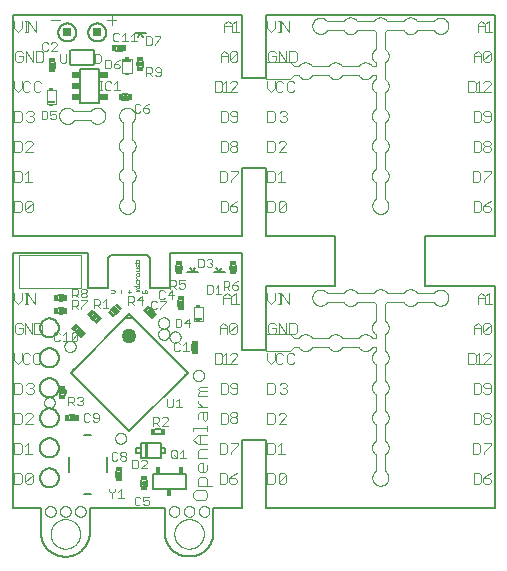
<source format=gto>
G75*
%MOIN*%
%OFA0B0*%
%FSLAX25Y25*%
%IPPOS*%
%LPD*%
%AMOC8*
5,1,8,0,0,1.08239X$1,22.5*
%
%ADD10C,0.00500*%
%ADD11C,0.00000*%
%ADD12C,0.00300*%
%ADD13C,0.05000*%
%ADD14C,0.00400*%
%ADD15C,0.00100*%
%ADD16C,0.00800*%
%ADD17C,0.00600*%
%ADD18C,0.01600*%
%ADD19R,0.01181X0.02362*%
%ADD20R,0.02362X0.01181*%
%ADD21R,0.01800X0.02300*%
%ADD22R,0.01600X0.02800*%
%ADD23R,0.02800X0.01600*%
%ADD24R,0.01339X0.00827*%
%ADD25R,0.03150X0.01142*%
%ADD26R,0.02559X0.01969*%
%ADD27R,0.02600X0.02600*%
D10*
X0012550Y0010080D02*
X0012550Y0017580D01*
X0003175Y0017580D01*
X0003175Y0102541D01*
X0028175Y0102541D01*
X0028175Y0090705D01*
X0035050Y0090705D01*
X0035050Y0100901D01*
X0036027Y0101877D01*
X0047823Y0101877D01*
X0048800Y0100901D01*
X0048800Y0090705D01*
X0055675Y0090705D01*
X0055675Y0102580D01*
X0079425Y0102580D01*
X0079425Y0070080D01*
X0087550Y0070080D01*
X0087550Y0091330D01*
X0110675Y0091330D01*
X0110675Y0108205D01*
X0087550Y0108205D01*
X0087550Y0130705D01*
X0079425Y0130705D01*
X0079425Y0108205D01*
X0003175Y0108205D01*
X0003175Y0181955D01*
X0079425Y0181955D01*
X0079425Y0160705D01*
X0087550Y0160705D01*
X0087550Y0181955D01*
X0163800Y0181955D01*
X0163800Y0108205D01*
X0140675Y0108205D01*
X0140675Y0091330D01*
X0163800Y0091330D01*
X0163800Y0017580D01*
X0087550Y0017580D01*
X0087550Y0040080D01*
X0079425Y0040080D01*
X0079425Y0017580D01*
X0070050Y0017580D01*
X0070050Y0008830D01*
X0070032Y0008632D01*
X0070010Y0008435D01*
X0069983Y0008239D01*
X0069951Y0008043D01*
X0069914Y0007848D01*
X0069872Y0007654D01*
X0069826Y0007461D01*
X0069775Y0007269D01*
X0069720Y0007078D01*
X0069660Y0006889D01*
X0069595Y0006702D01*
X0069525Y0006516D01*
X0069452Y0006331D01*
X0069373Y0006149D01*
X0069291Y0005969D01*
X0069204Y0005790D01*
X0069112Y0005614D01*
X0069016Y0005440D01*
X0068917Y0005269D01*
X0068813Y0005100D01*
X0068705Y0004933D01*
X0068592Y0004770D01*
X0068476Y0004609D01*
X0068356Y0004451D01*
X0068233Y0004296D01*
X0068105Y0004143D01*
X0067974Y0003995D01*
X0067839Y0003849D01*
X0067701Y0003706D01*
X0067559Y0003568D01*
X0067414Y0003432D01*
X0067266Y0003300D01*
X0067114Y0003172D01*
X0066960Y0003047D01*
X0066802Y0002927D01*
X0066642Y0002810D01*
X0066479Y0002697D01*
X0066313Y0002588D01*
X0066144Y0002483D01*
X0065973Y0002383D01*
X0065800Y0002286D01*
X0065624Y0002194D01*
X0065446Y0002106D01*
X0065266Y0002022D01*
X0065084Y0001943D01*
X0064900Y0001869D01*
X0064715Y0001798D01*
X0064528Y0001733D01*
X0064339Y0001672D01*
X0064148Y0001615D01*
X0063957Y0001563D01*
X0063764Y0001516D01*
X0063570Y0001474D01*
X0063375Y0001436D01*
X0063180Y0001403D01*
X0062983Y0001375D01*
X0062786Y0001352D01*
X0062589Y0001333D01*
X0062391Y0001319D01*
X0062192Y0001310D01*
X0061994Y0001306D01*
X0061796Y0001307D01*
X0061597Y0001313D01*
X0061399Y0001323D01*
X0061201Y0001338D01*
X0061004Y0001358D01*
X0060807Y0001383D01*
X0060611Y0001413D01*
X0060415Y0001447D01*
X0060221Y0001486D01*
X0060027Y0001530D01*
X0059835Y0001579D01*
X0059643Y0001632D01*
X0059454Y0001690D01*
X0059265Y0001752D01*
X0059078Y0001819D01*
X0058893Y0001891D01*
X0058710Y0001967D01*
X0058529Y0002047D01*
X0058349Y0002132D01*
X0058172Y0002222D01*
X0057997Y0002315D01*
X0057824Y0002413D01*
X0057654Y0002515D01*
X0057486Y0002621D01*
X0057321Y0002731D01*
X0057159Y0002845D01*
X0056999Y0002963D01*
X0056843Y0003085D01*
X0056689Y0003211D01*
X0056539Y0003340D01*
X0056391Y0003473D01*
X0056247Y0003610D01*
X0056107Y0003750D01*
X0055969Y0003893D01*
X0055836Y0004040D01*
X0055706Y0004189D01*
X0055579Y0004342D01*
X0055457Y0004499D01*
X0055338Y0004657D01*
X0055223Y0004819D01*
X0055112Y0004984D01*
X0055005Y0005151D01*
X0054903Y0005321D01*
X0054804Y0005493D01*
X0054710Y0005668D01*
X0054619Y0005845D01*
X0054534Y0006024D01*
X0054452Y0006205D01*
X0054375Y0006387D01*
X0054303Y0006572D01*
X0054235Y0006759D01*
X0054172Y0006947D01*
X0054113Y0007136D01*
X0054059Y0007327D01*
X0054009Y0007519D01*
X0053964Y0007713D01*
X0053924Y0007907D01*
X0053889Y0008102D01*
X0053858Y0008298D01*
X0053833Y0008495D01*
X0053812Y0008693D01*
X0053796Y0008890D01*
X0053784Y0009088D01*
X0053778Y0009287D01*
X0053776Y0009485D01*
X0053779Y0009684D01*
X0053787Y0009882D01*
X0053800Y0010080D01*
X0053800Y0017580D01*
X0028800Y0017580D01*
X0028800Y0010080D01*
X0028814Y0009881D01*
X0028823Y0009681D01*
X0028828Y0009482D01*
X0028827Y0009282D01*
X0028822Y0009082D01*
X0028811Y0008883D01*
X0028796Y0008683D01*
X0028776Y0008485D01*
X0028751Y0008286D01*
X0028721Y0008089D01*
X0028687Y0007892D01*
X0028647Y0007696D01*
X0028603Y0007502D01*
X0028554Y0007308D01*
X0028500Y0007115D01*
X0028442Y0006924D01*
X0028379Y0006735D01*
X0028311Y0006547D01*
X0028239Y0006361D01*
X0028162Y0006176D01*
X0028081Y0005994D01*
X0027995Y0005813D01*
X0027905Y0005635D01*
X0027811Y0005459D01*
X0027712Y0005285D01*
X0027609Y0005114D01*
X0027502Y0004946D01*
X0027390Y0004780D01*
X0027275Y0004617D01*
X0027156Y0004456D01*
X0027033Y0004299D01*
X0026906Y0004145D01*
X0026775Y0003994D01*
X0026641Y0003846D01*
X0026503Y0003701D01*
X0026361Y0003560D01*
X0026216Y0003423D01*
X0026068Y0003289D01*
X0025917Y0003158D01*
X0025762Y0003032D01*
X0025605Y0002909D01*
X0025444Y0002790D01*
X0025281Y0002676D01*
X0025114Y0002565D01*
X0024946Y0002458D01*
X0024774Y0002355D01*
X0024600Y0002257D01*
X0024424Y0002163D01*
X0024245Y0002073D01*
X0024065Y0001988D01*
X0023882Y0001907D01*
X0023698Y0001831D01*
X0023511Y0001759D01*
X0023323Y0001692D01*
X0023133Y0001629D01*
X0022942Y0001572D01*
X0022750Y0001518D01*
X0022556Y0001470D01*
X0022361Y0001426D01*
X0022165Y0001387D01*
X0021968Y0001353D01*
X0021770Y0001324D01*
X0021572Y0001300D01*
X0021373Y0001280D01*
X0021174Y0001265D01*
X0020975Y0001256D01*
X0020775Y0001251D01*
X0020575Y0001251D01*
X0020375Y0001256D01*
X0020176Y0001265D01*
X0019977Y0001280D01*
X0019778Y0001300D01*
X0019580Y0001324D01*
X0019382Y0001353D01*
X0019185Y0001387D01*
X0018989Y0001426D01*
X0018794Y0001470D01*
X0018600Y0001518D01*
X0018408Y0001572D01*
X0018217Y0001629D01*
X0018027Y0001692D01*
X0017839Y0001759D01*
X0017652Y0001831D01*
X0017468Y0001907D01*
X0017285Y0001988D01*
X0017105Y0002073D01*
X0016926Y0002163D01*
X0016750Y0002257D01*
X0016576Y0002355D01*
X0016404Y0002458D01*
X0016236Y0002565D01*
X0016069Y0002676D01*
X0015906Y0002790D01*
X0015745Y0002909D01*
X0015588Y0003032D01*
X0015433Y0003158D01*
X0015282Y0003289D01*
X0015134Y0003423D01*
X0014989Y0003560D01*
X0014847Y0003701D01*
X0014709Y0003846D01*
X0014575Y0003994D01*
X0014444Y0004145D01*
X0014317Y0004299D01*
X0014194Y0004456D01*
X0014075Y0004617D01*
X0013960Y0004780D01*
X0013848Y0004946D01*
X0013741Y0005114D01*
X0013638Y0005285D01*
X0013539Y0005459D01*
X0013445Y0005635D01*
X0013355Y0005813D01*
X0013269Y0005994D01*
X0013188Y0006176D01*
X0013111Y0006361D01*
X0013039Y0006547D01*
X0012971Y0006735D01*
X0012908Y0006924D01*
X0012850Y0007115D01*
X0012796Y0007308D01*
X0012747Y0007502D01*
X0012703Y0007696D01*
X0012663Y0007892D01*
X0012629Y0008089D01*
X0012599Y0008286D01*
X0012574Y0008485D01*
X0012554Y0008683D01*
X0012539Y0008883D01*
X0012528Y0009082D01*
X0012523Y0009282D01*
X0012522Y0009482D01*
X0012527Y0009681D01*
X0012536Y0009881D01*
X0012550Y0010080D01*
X0041925Y0043093D02*
X0061412Y0062580D01*
X0041925Y0082067D01*
X0022438Y0062580D01*
X0022716Y0062302D02*
X0041925Y0043093D01*
X0045766Y0039202D02*
X0052459Y0039202D01*
X0052459Y0034084D01*
X0045766Y0034084D01*
X0045766Y0039202D01*
X0047538Y0039005D02*
X0047931Y0039005D01*
X0047931Y0034281D01*
X0047538Y0034281D02*
X0047538Y0039005D01*
X0045569Y0037430D02*
X0044388Y0037430D01*
X0044388Y0035855D01*
X0045569Y0035855D01*
X0052656Y0035855D02*
X0053837Y0035855D01*
X0053837Y0037430D01*
X0052656Y0037430D01*
X0048815Y0090868D02*
X0048815Y0100907D01*
X0047831Y0101891D01*
X0036019Y0101891D01*
X0035035Y0100907D01*
X0035035Y0090868D01*
X0030051Y0165080D02*
X0022549Y0165080D01*
X0022549Y0165091D01*
X0022244Y0165396D01*
X0022237Y0169144D01*
X0022244Y0169764D01*
X0022556Y0170076D01*
X0030044Y0170076D01*
X0030352Y0169768D01*
X0030363Y0169768D01*
X0030356Y0165396D01*
X0030051Y0165091D01*
X0030051Y0165080D01*
D11*
X0013590Y0052580D02*
X0013592Y0052664D01*
X0013598Y0052747D01*
X0013608Y0052830D01*
X0013622Y0052913D01*
X0013639Y0052995D01*
X0013661Y0053076D01*
X0013686Y0053155D01*
X0013715Y0053234D01*
X0013748Y0053311D01*
X0013784Y0053386D01*
X0013824Y0053460D01*
X0013867Y0053532D01*
X0013914Y0053601D01*
X0013964Y0053668D01*
X0014017Y0053733D01*
X0014073Y0053795D01*
X0014131Y0053855D01*
X0014193Y0053912D01*
X0014257Y0053965D01*
X0014324Y0054016D01*
X0014393Y0054063D01*
X0014464Y0054108D01*
X0014537Y0054148D01*
X0014612Y0054185D01*
X0014689Y0054219D01*
X0014767Y0054249D01*
X0014846Y0054275D01*
X0014927Y0054298D01*
X0015009Y0054316D01*
X0015091Y0054331D01*
X0015174Y0054342D01*
X0015257Y0054349D01*
X0015341Y0054352D01*
X0015425Y0054351D01*
X0015508Y0054346D01*
X0015592Y0054337D01*
X0015674Y0054324D01*
X0015756Y0054308D01*
X0015837Y0054287D01*
X0015918Y0054263D01*
X0015996Y0054235D01*
X0016074Y0054203D01*
X0016150Y0054167D01*
X0016224Y0054128D01*
X0016296Y0054086D01*
X0016366Y0054040D01*
X0016434Y0053991D01*
X0016499Y0053939D01*
X0016562Y0053884D01*
X0016622Y0053826D01*
X0016680Y0053765D01*
X0016734Y0053701D01*
X0016786Y0053635D01*
X0016834Y0053567D01*
X0016879Y0053496D01*
X0016920Y0053423D01*
X0016959Y0053349D01*
X0016993Y0053273D01*
X0017024Y0053195D01*
X0017051Y0053116D01*
X0017075Y0053035D01*
X0017094Y0052954D01*
X0017110Y0052872D01*
X0017122Y0052789D01*
X0017130Y0052705D01*
X0017134Y0052622D01*
X0017134Y0052538D01*
X0017130Y0052455D01*
X0017122Y0052371D01*
X0017110Y0052288D01*
X0017094Y0052206D01*
X0017075Y0052125D01*
X0017051Y0052044D01*
X0017024Y0051965D01*
X0016993Y0051887D01*
X0016959Y0051811D01*
X0016920Y0051737D01*
X0016879Y0051664D01*
X0016834Y0051593D01*
X0016786Y0051525D01*
X0016734Y0051459D01*
X0016680Y0051395D01*
X0016622Y0051334D01*
X0016562Y0051276D01*
X0016499Y0051221D01*
X0016434Y0051169D01*
X0016366Y0051120D01*
X0016296Y0051074D01*
X0016224Y0051032D01*
X0016150Y0050993D01*
X0016074Y0050957D01*
X0015996Y0050925D01*
X0015918Y0050897D01*
X0015837Y0050873D01*
X0015756Y0050852D01*
X0015674Y0050836D01*
X0015592Y0050823D01*
X0015508Y0050814D01*
X0015425Y0050809D01*
X0015341Y0050808D01*
X0015257Y0050811D01*
X0015174Y0050818D01*
X0015091Y0050829D01*
X0015009Y0050844D01*
X0014927Y0050862D01*
X0014846Y0050885D01*
X0014767Y0050911D01*
X0014689Y0050941D01*
X0014612Y0050975D01*
X0014537Y0051012D01*
X0014464Y0051052D01*
X0014393Y0051097D01*
X0014324Y0051144D01*
X0014257Y0051195D01*
X0014193Y0051248D01*
X0014131Y0051305D01*
X0014073Y0051365D01*
X0014017Y0051427D01*
X0013964Y0051492D01*
X0013914Y0051559D01*
X0013867Y0051628D01*
X0013824Y0051700D01*
X0013784Y0051774D01*
X0013748Y0051849D01*
X0013715Y0051926D01*
X0013686Y0052005D01*
X0013661Y0052084D01*
X0013639Y0052165D01*
X0013622Y0052247D01*
X0013608Y0052330D01*
X0013598Y0052413D01*
X0013592Y0052496D01*
X0013590Y0052580D01*
X0013903Y0016330D02*
X0013905Y0016414D01*
X0013911Y0016497D01*
X0013921Y0016580D01*
X0013935Y0016663D01*
X0013952Y0016745D01*
X0013974Y0016826D01*
X0013999Y0016905D01*
X0014028Y0016984D01*
X0014061Y0017061D01*
X0014097Y0017136D01*
X0014137Y0017210D01*
X0014180Y0017282D01*
X0014227Y0017351D01*
X0014277Y0017418D01*
X0014330Y0017483D01*
X0014386Y0017545D01*
X0014444Y0017605D01*
X0014506Y0017662D01*
X0014570Y0017715D01*
X0014637Y0017766D01*
X0014706Y0017813D01*
X0014777Y0017858D01*
X0014850Y0017898D01*
X0014925Y0017935D01*
X0015002Y0017969D01*
X0015080Y0017999D01*
X0015159Y0018025D01*
X0015240Y0018048D01*
X0015322Y0018066D01*
X0015404Y0018081D01*
X0015487Y0018092D01*
X0015570Y0018099D01*
X0015654Y0018102D01*
X0015738Y0018101D01*
X0015821Y0018096D01*
X0015905Y0018087D01*
X0015987Y0018074D01*
X0016069Y0018058D01*
X0016150Y0018037D01*
X0016231Y0018013D01*
X0016309Y0017985D01*
X0016387Y0017953D01*
X0016463Y0017917D01*
X0016537Y0017878D01*
X0016609Y0017836D01*
X0016679Y0017790D01*
X0016747Y0017741D01*
X0016812Y0017689D01*
X0016875Y0017634D01*
X0016935Y0017576D01*
X0016993Y0017515D01*
X0017047Y0017451D01*
X0017099Y0017385D01*
X0017147Y0017317D01*
X0017192Y0017246D01*
X0017233Y0017173D01*
X0017272Y0017099D01*
X0017306Y0017023D01*
X0017337Y0016945D01*
X0017364Y0016866D01*
X0017388Y0016785D01*
X0017407Y0016704D01*
X0017423Y0016622D01*
X0017435Y0016539D01*
X0017443Y0016455D01*
X0017447Y0016372D01*
X0017447Y0016288D01*
X0017443Y0016205D01*
X0017435Y0016121D01*
X0017423Y0016038D01*
X0017407Y0015956D01*
X0017388Y0015875D01*
X0017364Y0015794D01*
X0017337Y0015715D01*
X0017306Y0015637D01*
X0017272Y0015561D01*
X0017233Y0015487D01*
X0017192Y0015414D01*
X0017147Y0015343D01*
X0017099Y0015275D01*
X0017047Y0015209D01*
X0016993Y0015145D01*
X0016935Y0015084D01*
X0016875Y0015026D01*
X0016812Y0014971D01*
X0016747Y0014919D01*
X0016679Y0014870D01*
X0016609Y0014824D01*
X0016537Y0014782D01*
X0016463Y0014743D01*
X0016387Y0014707D01*
X0016309Y0014675D01*
X0016231Y0014647D01*
X0016150Y0014623D01*
X0016069Y0014602D01*
X0015987Y0014586D01*
X0015905Y0014573D01*
X0015821Y0014564D01*
X0015738Y0014559D01*
X0015654Y0014558D01*
X0015570Y0014561D01*
X0015487Y0014568D01*
X0015404Y0014579D01*
X0015322Y0014594D01*
X0015240Y0014612D01*
X0015159Y0014635D01*
X0015080Y0014661D01*
X0015002Y0014691D01*
X0014925Y0014725D01*
X0014850Y0014762D01*
X0014777Y0014802D01*
X0014706Y0014847D01*
X0014637Y0014894D01*
X0014570Y0014945D01*
X0014506Y0014998D01*
X0014444Y0015055D01*
X0014386Y0015115D01*
X0014330Y0015177D01*
X0014277Y0015242D01*
X0014227Y0015309D01*
X0014180Y0015378D01*
X0014137Y0015450D01*
X0014097Y0015524D01*
X0014061Y0015599D01*
X0014028Y0015676D01*
X0013999Y0015755D01*
X0013974Y0015834D01*
X0013952Y0015915D01*
X0013935Y0015997D01*
X0013921Y0016080D01*
X0013911Y0016163D01*
X0013905Y0016246D01*
X0013903Y0016330D01*
X0018903Y0016330D02*
X0018905Y0016414D01*
X0018911Y0016497D01*
X0018921Y0016580D01*
X0018935Y0016663D01*
X0018952Y0016745D01*
X0018974Y0016826D01*
X0018999Y0016905D01*
X0019028Y0016984D01*
X0019061Y0017061D01*
X0019097Y0017136D01*
X0019137Y0017210D01*
X0019180Y0017282D01*
X0019227Y0017351D01*
X0019277Y0017418D01*
X0019330Y0017483D01*
X0019386Y0017545D01*
X0019444Y0017605D01*
X0019506Y0017662D01*
X0019570Y0017715D01*
X0019637Y0017766D01*
X0019706Y0017813D01*
X0019777Y0017858D01*
X0019850Y0017898D01*
X0019925Y0017935D01*
X0020002Y0017969D01*
X0020080Y0017999D01*
X0020159Y0018025D01*
X0020240Y0018048D01*
X0020322Y0018066D01*
X0020404Y0018081D01*
X0020487Y0018092D01*
X0020570Y0018099D01*
X0020654Y0018102D01*
X0020738Y0018101D01*
X0020821Y0018096D01*
X0020905Y0018087D01*
X0020987Y0018074D01*
X0021069Y0018058D01*
X0021150Y0018037D01*
X0021231Y0018013D01*
X0021309Y0017985D01*
X0021387Y0017953D01*
X0021463Y0017917D01*
X0021537Y0017878D01*
X0021609Y0017836D01*
X0021679Y0017790D01*
X0021747Y0017741D01*
X0021812Y0017689D01*
X0021875Y0017634D01*
X0021935Y0017576D01*
X0021993Y0017515D01*
X0022047Y0017451D01*
X0022099Y0017385D01*
X0022147Y0017317D01*
X0022192Y0017246D01*
X0022233Y0017173D01*
X0022272Y0017099D01*
X0022306Y0017023D01*
X0022337Y0016945D01*
X0022364Y0016866D01*
X0022388Y0016785D01*
X0022407Y0016704D01*
X0022423Y0016622D01*
X0022435Y0016539D01*
X0022443Y0016455D01*
X0022447Y0016372D01*
X0022447Y0016288D01*
X0022443Y0016205D01*
X0022435Y0016121D01*
X0022423Y0016038D01*
X0022407Y0015956D01*
X0022388Y0015875D01*
X0022364Y0015794D01*
X0022337Y0015715D01*
X0022306Y0015637D01*
X0022272Y0015561D01*
X0022233Y0015487D01*
X0022192Y0015414D01*
X0022147Y0015343D01*
X0022099Y0015275D01*
X0022047Y0015209D01*
X0021993Y0015145D01*
X0021935Y0015084D01*
X0021875Y0015026D01*
X0021812Y0014971D01*
X0021747Y0014919D01*
X0021679Y0014870D01*
X0021609Y0014824D01*
X0021537Y0014782D01*
X0021463Y0014743D01*
X0021387Y0014707D01*
X0021309Y0014675D01*
X0021231Y0014647D01*
X0021150Y0014623D01*
X0021069Y0014602D01*
X0020987Y0014586D01*
X0020905Y0014573D01*
X0020821Y0014564D01*
X0020738Y0014559D01*
X0020654Y0014558D01*
X0020570Y0014561D01*
X0020487Y0014568D01*
X0020404Y0014579D01*
X0020322Y0014594D01*
X0020240Y0014612D01*
X0020159Y0014635D01*
X0020080Y0014661D01*
X0020002Y0014691D01*
X0019925Y0014725D01*
X0019850Y0014762D01*
X0019777Y0014802D01*
X0019706Y0014847D01*
X0019637Y0014894D01*
X0019570Y0014945D01*
X0019506Y0014998D01*
X0019444Y0015055D01*
X0019386Y0015115D01*
X0019330Y0015177D01*
X0019277Y0015242D01*
X0019227Y0015309D01*
X0019180Y0015378D01*
X0019137Y0015450D01*
X0019097Y0015524D01*
X0019061Y0015599D01*
X0019028Y0015676D01*
X0018999Y0015755D01*
X0018974Y0015834D01*
X0018952Y0015915D01*
X0018935Y0015997D01*
X0018921Y0016080D01*
X0018911Y0016163D01*
X0018905Y0016246D01*
X0018903Y0016330D01*
X0023903Y0016330D02*
X0023905Y0016414D01*
X0023911Y0016497D01*
X0023921Y0016580D01*
X0023935Y0016663D01*
X0023952Y0016745D01*
X0023974Y0016826D01*
X0023999Y0016905D01*
X0024028Y0016984D01*
X0024061Y0017061D01*
X0024097Y0017136D01*
X0024137Y0017210D01*
X0024180Y0017282D01*
X0024227Y0017351D01*
X0024277Y0017418D01*
X0024330Y0017483D01*
X0024386Y0017545D01*
X0024444Y0017605D01*
X0024506Y0017662D01*
X0024570Y0017715D01*
X0024637Y0017766D01*
X0024706Y0017813D01*
X0024777Y0017858D01*
X0024850Y0017898D01*
X0024925Y0017935D01*
X0025002Y0017969D01*
X0025080Y0017999D01*
X0025159Y0018025D01*
X0025240Y0018048D01*
X0025322Y0018066D01*
X0025404Y0018081D01*
X0025487Y0018092D01*
X0025570Y0018099D01*
X0025654Y0018102D01*
X0025738Y0018101D01*
X0025821Y0018096D01*
X0025905Y0018087D01*
X0025987Y0018074D01*
X0026069Y0018058D01*
X0026150Y0018037D01*
X0026231Y0018013D01*
X0026309Y0017985D01*
X0026387Y0017953D01*
X0026463Y0017917D01*
X0026537Y0017878D01*
X0026609Y0017836D01*
X0026679Y0017790D01*
X0026747Y0017741D01*
X0026812Y0017689D01*
X0026875Y0017634D01*
X0026935Y0017576D01*
X0026993Y0017515D01*
X0027047Y0017451D01*
X0027099Y0017385D01*
X0027147Y0017317D01*
X0027192Y0017246D01*
X0027233Y0017173D01*
X0027272Y0017099D01*
X0027306Y0017023D01*
X0027337Y0016945D01*
X0027364Y0016866D01*
X0027388Y0016785D01*
X0027407Y0016704D01*
X0027423Y0016622D01*
X0027435Y0016539D01*
X0027443Y0016455D01*
X0027447Y0016372D01*
X0027447Y0016288D01*
X0027443Y0016205D01*
X0027435Y0016121D01*
X0027423Y0016038D01*
X0027407Y0015956D01*
X0027388Y0015875D01*
X0027364Y0015794D01*
X0027337Y0015715D01*
X0027306Y0015637D01*
X0027272Y0015561D01*
X0027233Y0015487D01*
X0027192Y0015414D01*
X0027147Y0015343D01*
X0027099Y0015275D01*
X0027047Y0015209D01*
X0026993Y0015145D01*
X0026935Y0015084D01*
X0026875Y0015026D01*
X0026812Y0014971D01*
X0026747Y0014919D01*
X0026679Y0014870D01*
X0026609Y0014824D01*
X0026537Y0014782D01*
X0026463Y0014743D01*
X0026387Y0014707D01*
X0026309Y0014675D01*
X0026231Y0014647D01*
X0026150Y0014623D01*
X0026069Y0014602D01*
X0025987Y0014586D01*
X0025905Y0014573D01*
X0025821Y0014564D01*
X0025738Y0014559D01*
X0025654Y0014558D01*
X0025570Y0014561D01*
X0025487Y0014568D01*
X0025404Y0014579D01*
X0025322Y0014594D01*
X0025240Y0014612D01*
X0025159Y0014635D01*
X0025080Y0014661D01*
X0025002Y0014691D01*
X0024925Y0014725D01*
X0024850Y0014762D01*
X0024777Y0014802D01*
X0024706Y0014847D01*
X0024637Y0014894D01*
X0024570Y0014945D01*
X0024506Y0014998D01*
X0024444Y0015055D01*
X0024386Y0015115D01*
X0024330Y0015177D01*
X0024277Y0015242D01*
X0024227Y0015309D01*
X0024180Y0015378D01*
X0024137Y0015450D01*
X0024097Y0015524D01*
X0024061Y0015599D01*
X0024028Y0015676D01*
X0023999Y0015755D01*
X0023974Y0015834D01*
X0023952Y0015915D01*
X0023935Y0015997D01*
X0023921Y0016080D01*
X0023911Y0016163D01*
X0023905Y0016246D01*
X0023903Y0016330D01*
X0015754Y0008830D02*
X0015756Y0008970D01*
X0015762Y0009110D01*
X0015772Y0009249D01*
X0015786Y0009388D01*
X0015804Y0009527D01*
X0015825Y0009665D01*
X0015851Y0009803D01*
X0015881Y0009940D01*
X0015914Y0010075D01*
X0015952Y0010210D01*
X0015993Y0010344D01*
X0016038Y0010477D01*
X0016086Y0010608D01*
X0016139Y0010737D01*
X0016195Y0010866D01*
X0016254Y0010992D01*
X0016318Y0011117D01*
X0016384Y0011240D01*
X0016455Y0011361D01*
X0016528Y0011480D01*
X0016605Y0011597D01*
X0016686Y0011711D01*
X0016769Y0011823D01*
X0016856Y0011933D01*
X0016946Y0012041D01*
X0017038Y0012145D01*
X0017134Y0012247D01*
X0017233Y0012347D01*
X0017334Y0012443D01*
X0017438Y0012537D01*
X0017545Y0012627D01*
X0017654Y0012714D01*
X0017766Y0012799D01*
X0017880Y0012880D01*
X0017996Y0012958D01*
X0018114Y0013032D01*
X0018235Y0013103D01*
X0018357Y0013171D01*
X0018482Y0013235D01*
X0018608Y0013296D01*
X0018735Y0013353D01*
X0018865Y0013406D01*
X0018996Y0013456D01*
X0019128Y0013501D01*
X0019261Y0013544D01*
X0019396Y0013582D01*
X0019531Y0013616D01*
X0019668Y0013647D01*
X0019805Y0013674D01*
X0019943Y0013696D01*
X0020082Y0013715D01*
X0020221Y0013730D01*
X0020360Y0013741D01*
X0020500Y0013748D01*
X0020640Y0013751D01*
X0020780Y0013750D01*
X0020920Y0013745D01*
X0021059Y0013736D01*
X0021199Y0013723D01*
X0021338Y0013706D01*
X0021476Y0013685D01*
X0021614Y0013661D01*
X0021751Y0013632D01*
X0021887Y0013600D01*
X0022022Y0013563D01*
X0022156Y0013523D01*
X0022289Y0013479D01*
X0022420Y0013431D01*
X0022550Y0013380D01*
X0022679Y0013325D01*
X0022806Y0013266D01*
X0022931Y0013203D01*
X0023054Y0013138D01*
X0023176Y0013068D01*
X0023295Y0012995D01*
X0023413Y0012919D01*
X0023528Y0012840D01*
X0023641Y0012757D01*
X0023751Y0012671D01*
X0023859Y0012582D01*
X0023964Y0012490D01*
X0024067Y0012395D01*
X0024167Y0012297D01*
X0024264Y0012197D01*
X0024358Y0012093D01*
X0024450Y0011987D01*
X0024538Y0011879D01*
X0024623Y0011768D01*
X0024705Y0011654D01*
X0024784Y0011538D01*
X0024859Y0011421D01*
X0024931Y0011301D01*
X0024999Y0011179D01*
X0025064Y0011055D01*
X0025126Y0010929D01*
X0025184Y0010802D01*
X0025238Y0010673D01*
X0025289Y0010542D01*
X0025335Y0010410D01*
X0025378Y0010277D01*
X0025418Y0010143D01*
X0025453Y0010008D01*
X0025485Y0009871D01*
X0025512Y0009734D01*
X0025536Y0009596D01*
X0025556Y0009458D01*
X0025572Y0009319D01*
X0025584Y0009179D01*
X0025592Y0009040D01*
X0025596Y0008900D01*
X0025596Y0008760D01*
X0025592Y0008620D01*
X0025584Y0008481D01*
X0025572Y0008341D01*
X0025556Y0008202D01*
X0025536Y0008064D01*
X0025512Y0007926D01*
X0025485Y0007789D01*
X0025453Y0007652D01*
X0025418Y0007517D01*
X0025378Y0007383D01*
X0025335Y0007250D01*
X0025289Y0007118D01*
X0025238Y0006987D01*
X0025184Y0006858D01*
X0025126Y0006731D01*
X0025064Y0006605D01*
X0024999Y0006481D01*
X0024931Y0006359D01*
X0024859Y0006239D01*
X0024784Y0006122D01*
X0024705Y0006006D01*
X0024623Y0005892D01*
X0024538Y0005781D01*
X0024450Y0005673D01*
X0024358Y0005567D01*
X0024264Y0005463D01*
X0024167Y0005363D01*
X0024067Y0005265D01*
X0023964Y0005170D01*
X0023859Y0005078D01*
X0023751Y0004989D01*
X0023641Y0004903D01*
X0023528Y0004820D01*
X0023413Y0004741D01*
X0023295Y0004665D01*
X0023176Y0004592D01*
X0023054Y0004522D01*
X0022931Y0004457D01*
X0022806Y0004394D01*
X0022679Y0004335D01*
X0022550Y0004280D01*
X0022420Y0004229D01*
X0022289Y0004181D01*
X0022156Y0004137D01*
X0022022Y0004097D01*
X0021887Y0004060D01*
X0021751Y0004028D01*
X0021614Y0003999D01*
X0021476Y0003975D01*
X0021338Y0003954D01*
X0021199Y0003937D01*
X0021059Y0003924D01*
X0020920Y0003915D01*
X0020780Y0003910D01*
X0020640Y0003909D01*
X0020500Y0003912D01*
X0020360Y0003919D01*
X0020221Y0003930D01*
X0020082Y0003945D01*
X0019943Y0003964D01*
X0019805Y0003986D01*
X0019668Y0004013D01*
X0019531Y0004044D01*
X0019396Y0004078D01*
X0019261Y0004116D01*
X0019128Y0004159D01*
X0018996Y0004204D01*
X0018865Y0004254D01*
X0018735Y0004307D01*
X0018608Y0004364D01*
X0018482Y0004425D01*
X0018357Y0004489D01*
X0018235Y0004557D01*
X0018114Y0004628D01*
X0017996Y0004702D01*
X0017880Y0004780D01*
X0017766Y0004861D01*
X0017654Y0004946D01*
X0017545Y0005033D01*
X0017438Y0005123D01*
X0017334Y0005217D01*
X0017233Y0005313D01*
X0017134Y0005413D01*
X0017038Y0005515D01*
X0016946Y0005619D01*
X0016856Y0005727D01*
X0016769Y0005837D01*
X0016686Y0005949D01*
X0016605Y0006063D01*
X0016528Y0006180D01*
X0016455Y0006299D01*
X0016384Y0006420D01*
X0016318Y0006543D01*
X0016254Y0006668D01*
X0016195Y0006794D01*
X0016139Y0006923D01*
X0016086Y0007052D01*
X0016038Y0007183D01*
X0015993Y0007316D01*
X0015952Y0007450D01*
X0015914Y0007585D01*
X0015881Y0007720D01*
X0015851Y0007857D01*
X0015825Y0007995D01*
X0015804Y0008133D01*
X0015786Y0008272D01*
X0015772Y0008411D01*
X0015762Y0008550D01*
X0015756Y0008690D01*
X0015754Y0008830D01*
X0055153Y0016330D02*
X0055155Y0016414D01*
X0055161Y0016497D01*
X0055171Y0016580D01*
X0055185Y0016663D01*
X0055202Y0016745D01*
X0055224Y0016826D01*
X0055249Y0016905D01*
X0055278Y0016984D01*
X0055311Y0017061D01*
X0055347Y0017136D01*
X0055387Y0017210D01*
X0055430Y0017282D01*
X0055477Y0017351D01*
X0055527Y0017418D01*
X0055580Y0017483D01*
X0055636Y0017545D01*
X0055694Y0017605D01*
X0055756Y0017662D01*
X0055820Y0017715D01*
X0055887Y0017766D01*
X0055956Y0017813D01*
X0056027Y0017858D01*
X0056100Y0017898D01*
X0056175Y0017935D01*
X0056252Y0017969D01*
X0056330Y0017999D01*
X0056409Y0018025D01*
X0056490Y0018048D01*
X0056572Y0018066D01*
X0056654Y0018081D01*
X0056737Y0018092D01*
X0056820Y0018099D01*
X0056904Y0018102D01*
X0056988Y0018101D01*
X0057071Y0018096D01*
X0057155Y0018087D01*
X0057237Y0018074D01*
X0057319Y0018058D01*
X0057400Y0018037D01*
X0057481Y0018013D01*
X0057559Y0017985D01*
X0057637Y0017953D01*
X0057713Y0017917D01*
X0057787Y0017878D01*
X0057859Y0017836D01*
X0057929Y0017790D01*
X0057997Y0017741D01*
X0058062Y0017689D01*
X0058125Y0017634D01*
X0058185Y0017576D01*
X0058243Y0017515D01*
X0058297Y0017451D01*
X0058349Y0017385D01*
X0058397Y0017317D01*
X0058442Y0017246D01*
X0058483Y0017173D01*
X0058522Y0017099D01*
X0058556Y0017023D01*
X0058587Y0016945D01*
X0058614Y0016866D01*
X0058638Y0016785D01*
X0058657Y0016704D01*
X0058673Y0016622D01*
X0058685Y0016539D01*
X0058693Y0016455D01*
X0058697Y0016372D01*
X0058697Y0016288D01*
X0058693Y0016205D01*
X0058685Y0016121D01*
X0058673Y0016038D01*
X0058657Y0015956D01*
X0058638Y0015875D01*
X0058614Y0015794D01*
X0058587Y0015715D01*
X0058556Y0015637D01*
X0058522Y0015561D01*
X0058483Y0015487D01*
X0058442Y0015414D01*
X0058397Y0015343D01*
X0058349Y0015275D01*
X0058297Y0015209D01*
X0058243Y0015145D01*
X0058185Y0015084D01*
X0058125Y0015026D01*
X0058062Y0014971D01*
X0057997Y0014919D01*
X0057929Y0014870D01*
X0057859Y0014824D01*
X0057787Y0014782D01*
X0057713Y0014743D01*
X0057637Y0014707D01*
X0057559Y0014675D01*
X0057481Y0014647D01*
X0057400Y0014623D01*
X0057319Y0014602D01*
X0057237Y0014586D01*
X0057155Y0014573D01*
X0057071Y0014564D01*
X0056988Y0014559D01*
X0056904Y0014558D01*
X0056820Y0014561D01*
X0056737Y0014568D01*
X0056654Y0014579D01*
X0056572Y0014594D01*
X0056490Y0014612D01*
X0056409Y0014635D01*
X0056330Y0014661D01*
X0056252Y0014691D01*
X0056175Y0014725D01*
X0056100Y0014762D01*
X0056027Y0014802D01*
X0055956Y0014847D01*
X0055887Y0014894D01*
X0055820Y0014945D01*
X0055756Y0014998D01*
X0055694Y0015055D01*
X0055636Y0015115D01*
X0055580Y0015177D01*
X0055527Y0015242D01*
X0055477Y0015309D01*
X0055430Y0015378D01*
X0055387Y0015450D01*
X0055347Y0015524D01*
X0055311Y0015599D01*
X0055278Y0015676D01*
X0055249Y0015755D01*
X0055224Y0015834D01*
X0055202Y0015915D01*
X0055185Y0015997D01*
X0055171Y0016080D01*
X0055161Y0016163D01*
X0055155Y0016246D01*
X0055153Y0016330D01*
X0060153Y0016330D02*
X0060155Y0016414D01*
X0060161Y0016497D01*
X0060171Y0016580D01*
X0060185Y0016663D01*
X0060202Y0016745D01*
X0060224Y0016826D01*
X0060249Y0016905D01*
X0060278Y0016984D01*
X0060311Y0017061D01*
X0060347Y0017136D01*
X0060387Y0017210D01*
X0060430Y0017282D01*
X0060477Y0017351D01*
X0060527Y0017418D01*
X0060580Y0017483D01*
X0060636Y0017545D01*
X0060694Y0017605D01*
X0060756Y0017662D01*
X0060820Y0017715D01*
X0060887Y0017766D01*
X0060956Y0017813D01*
X0061027Y0017858D01*
X0061100Y0017898D01*
X0061175Y0017935D01*
X0061252Y0017969D01*
X0061330Y0017999D01*
X0061409Y0018025D01*
X0061490Y0018048D01*
X0061572Y0018066D01*
X0061654Y0018081D01*
X0061737Y0018092D01*
X0061820Y0018099D01*
X0061904Y0018102D01*
X0061988Y0018101D01*
X0062071Y0018096D01*
X0062155Y0018087D01*
X0062237Y0018074D01*
X0062319Y0018058D01*
X0062400Y0018037D01*
X0062481Y0018013D01*
X0062559Y0017985D01*
X0062637Y0017953D01*
X0062713Y0017917D01*
X0062787Y0017878D01*
X0062859Y0017836D01*
X0062929Y0017790D01*
X0062997Y0017741D01*
X0063062Y0017689D01*
X0063125Y0017634D01*
X0063185Y0017576D01*
X0063243Y0017515D01*
X0063297Y0017451D01*
X0063349Y0017385D01*
X0063397Y0017317D01*
X0063442Y0017246D01*
X0063483Y0017173D01*
X0063522Y0017099D01*
X0063556Y0017023D01*
X0063587Y0016945D01*
X0063614Y0016866D01*
X0063638Y0016785D01*
X0063657Y0016704D01*
X0063673Y0016622D01*
X0063685Y0016539D01*
X0063693Y0016455D01*
X0063697Y0016372D01*
X0063697Y0016288D01*
X0063693Y0016205D01*
X0063685Y0016121D01*
X0063673Y0016038D01*
X0063657Y0015956D01*
X0063638Y0015875D01*
X0063614Y0015794D01*
X0063587Y0015715D01*
X0063556Y0015637D01*
X0063522Y0015561D01*
X0063483Y0015487D01*
X0063442Y0015414D01*
X0063397Y0015343D01*
X0063349Y0015275D01*
X0063297Y0015209D01*
X0063243Y0015145D01*
X0063185Y0015084D01*
X0063125Y0015026D01*
X0063062Y0014971D01*
X0062997Y0014919D01*
X0062929Y0014870D01*
X0062859Y0014824D01*
X0062787Y0014782D01*
X0062713Y0014743D01*
X0062637Y0014707D01*
X0062559Y0014675D01*
X0062481Y0014647D01*
X0062400Y0014623D01*
X0062319Y0014602D01*
X0062237Y0014586D01*
X0062155Y0014573D01*
X0062071Y0014564D01*
X0061988Y0014559D01*
X0061904Y0014558D01*
X0061820Y0014561D01*
X0061737Y0014568D01*
X0061654Y0014579D01*
X0061572Y0014594D01*
X0061490Y0014612D01*
X0061409Y0014635D01*
X0061330Y0014661D01*
X0061252Y0014691D01*
X0061175Y0014725D01*
X0061100Y0014762D01*
X0061027Y0014802D01*
X0060956Y0014847D01*
X0060887Y0014894D01*
X0060820Y0014945D01*
X0060756Y0014998D01*
X0060694Y0015055D01*
X0060636Y0015115D01*
X0060580Y0015177D01*
X0060527Y0015242D01*
X0060477Y0015309D01*
X0060430Y0015378D01*
X0060387Y0015450D01*
X0060347Y0015524D01*
X0060311Y0015599D01*
X0060278Y0015676D01*
X0060249Y0015755D01*
X0060224Y0015834D01*
X0060202Y0015915D01*
X0060185Y0015997D01*
X0060171Y0016080D01*
X0060161Y0016163D01*
X0060155Y0016246D01*
X0060153Y0016330D01*
X0057004Y0008830D02*
X0057006Y0008970D01*
X0057012Y0009110D01*
X0057022Y0009249D01*
X0057036Y0009388D01*
X0057054Y0009527D01*
X0057075Y0009665D01*
X0057101Y0009803D01*
X0057131Y0009940D01*
X0057164Y0010075D01*
X0057202Y0010210D01*
X0057243Y0010344D01*
X0057288Y0010477D01*
X0057336Y0010608D01*
X0057389Y0010737D01*
X0057445Y0010866D01*
X0057504Y0010992D01*
X0057568Y0011117D01*
X0057634Y0011240D01*
X0057705Y0011361D01*
X0057778Y0011480D01*
X0057855Y0011597D01*
X0057936Y0011711D01*
X0058019Y0011823D01*
X0058106Y0011933D01*
X0058196Y0012041D01*
X0058288Y0012145D01*
X0058384Y0012247D01*
X0058483Y0012347D01*
X0058584Y0012443D01*
X0058688Y0012537D01*
X0058795Y0012627D01*
X0058904Y0012714D01*
X0059016Y0012799D01*
X0059130Y0012880D01*
X0059246Y0012958D01*
X0059364Y0013032D01*
X0059485Y0013103D01*
X0059607Y0013171D01*
X0059732Y0013235D01*
X0059858Y0013296D01*
X0059985Y0013353D01*
X0060115Y0013406D01*
X0060246Y0013456D01*
X0060378Y0013501D01*
X0060511Y0013544D01*
X0060646Y0013582D01*
X0060781Y0013616D01*
X0060918Y0013647D01*
X0061055Y0013674D01*
X0061193Y0013696D01*
X0061332Y0013715D01*
X0061471Y0013730D01*
X0061610Y0013741D01*
X0061750Y0013748D01*
X0061890Y0013751D01*
X0062030Y0013750D01*
X0062170Y0013745D01*
X0062309Y0013736D01*
X0062449Y0013723D01*
X0062588Y0013706D01*
X0062726Y0013685D01*
X0062864Y0013661D01*
X0063001Y0013632D01*
X0063137Y0013600D01*
X0063272Y0013563D01*
X0063406Y0013523D01*
X0063539Y0013479D01*
X0063670Y0013431D01*
X0063800Y0013380D01*
X0063929Y0013325D01*
X0064056Y0013266D01*
X0064181Y0013203D01*
X0064304Y0013138D01*
X0064426Y0013068D01*
X0064545Y0012995D01*
X0064663Y0012919D01*
X0064778Y0012840D01*
X0064891Y0012757D01*
X0065001Y0012671D01*
X0065109Y0012582D01*
X0065214Y0012490D01*
X0065317Y0012395D01*
X0065417Y0012297D01*
X0065514Y0012197D01*
X0065608Y0012093D01*
X0065700Y0011987D01*
X0065788Y0011879D01*
X0065873Y0011768D01*
X0065955Y0011654D01*
X0066034Y0011538D01*
X0066109Y0011421D01*
X0066181Y0011301D01*
X0066249Y0011179D01*
X0066314Y0011055D01*
X0066376Y0010929D01*
X0066434Y0010802D01*
X0066488Y0010673D01*
X0066539Y0010542D01*
X0066585Y0010410D01*
X0066628Y0010277D01*
X0066668Y0010143D01*
X0066703Y0010008D01*
X0066735Y0009871D01*
X0066762Y0009734D01*
X0066786Y0009596D01*
X0066806Y0009458D01*
X0066822Y0009319D01*
X0066834Y0009179D01*
X0066842Y0009040D01*
X0066846Y0008900D01*
X0066846Y0008760D01*
X0066842Y0008620D01*
X0066834Y0008481D01*
X0066822Y0008341D01*
X0066806Y0008202D01*
X0066786Y0008064D01*
X0066762Y0007926D01*
X0066735Y0007789D01*
X0066703Y0007652D01*
X0066668Y0007517D01*
X0066628Y0007383D01*
X0066585Y0007250D01*
X0066539Y0007118D01*
X0066488Y0006987D01*
X0066434Y0006858D01*
X0066376Y0006731D01*
X0066314Y0006605D01*
X0066249Y0006481D01*
X0066181Y0006359D01*
X0066109Y0006239D01*
X0066034Y0006122D01*
X0065955Y0006006D01*
X0065873Y0005892D01*
X0065788Y0005781D01*
X0065700Y0005673D01*
X0065608Y0005567D01*
X0065514Y0005463D01*
X0065417Y0005363D01*
X0065317Y0005265D01*
X0065214Y0005170D01*
X0065109Y0005078D01*
X0065001Y0004989D01*
X0064891Y0004903D01*
X0064778Y0004820D01*
X0064663Y0004741D01*
X0064545Y0004665D01*
X0064426Y0004592D01*
X0064304Y0004522D01*
X0064181Y0004457D01*
X0064056Y0004394D01*
X0063929Y0004335D01*
X0063800Y0004280D01*
X0063670Y0004229D01*
X0063539Y0004181D01*
X0063406Y0004137D01*
X0063272Y0004097D01*
X0063137Y0004060D01*
X0063001Y0004028D01*
X0062864Y0003999D01*
X0062726Y0003975D01*
X0062588Y0003954D01*
X0062449Y0003937D01*
X0062309Y0003924D01*
X0062170Y0003915D01*
X0062030Y0003910D01*
X0061890Y0003909D01*
X0061750Y0003912D01*
X0061610Y0003919D01*
X0061471Y0003930D01*
X0061332Y0003945D01*
X0061193Y0003964D01*
X0061055Y0003986D01*
X0060918Y0004013D01*
X0060781Y0004044D01*
X0060646Y0004078D01*
X0060511Y0004116D01*
X0060378Y0004159D01*
X0060246Y0004204D01*
X0060115Y0004254D01*
X0059985Y0004307D01*
X0059858Y0004364D01*
X0059732Y0004425D01*
X0059607Y0004489D01*
X0059485Y0004557D01*
X0059364Y0004628D01*
X0059246Y0004702D01*
X0059130Y0004780D01*
X0059016Y0004861D01*
X0058904Y0004946D01*
X0058795Y0005033D01*
X0058688Y0005123D01*
X0058584Y0005217D01*
X0058483Y0005313D01*
X0058384Y0005413D01*
X0058288Y0005515D01*
X0058196Y0005619D01*
X0058106Y0005727D01*
X0058019Y0005837D01*
X0057936Y0005949D01*
X0057855Y0006063D01*
X0057778Y0006180D01*
X0057705Y0006299D01*
X0057634Y0006420D01*
X0057568Y0006543D01*
X0057504Y0006668D01*
X0057445Y0006794D01*
X0057389Y0006923D01*
X0057336Y0007052D01*
X0057288Y0007183D01*
X0057243Y0007316D01*
X0057202Y0007450D01*
X0057164Y0007585D01*
X0057131Y0007720D01*
X0057101Y0007857D01*
X0057075Y0007995D01*
X0057054Y0008133D01*
X0057036Y0008272D01*
X0057022Y0008411D01*
X0057012Y0008550D01*
X0057006Y0008690D01*
X0057004Y0008830D01*
X0065153Y0016330D02*
X0065155Y0016414D01*
X0065161Y0016497D01*
X0065171Y0016580D01*
X0065185Y0016663D01*
X0065202Y0016745D01*
X0065224Y0016826D01*
X0065249Y0016905D01*
X0065278Y0016984D01*
X0065311Y0017061D01*
X0065347Y0017136D01*
X0065387Y0017210D01*
X0065430Y0017282D01*
X0065477Y0017351D01*
X0065527Y0017418D01*
X0065580Y0017483D01*
X0065636Y0017545D01*
X0065694Y0017605D01*
X0065756Y0017662D01*
X0065820Y0017715D01*
X0065887Y0017766D01*
X0065956Y0017813D01*
X0066027Y0017858D01*
X0066100Y0017898D01*
X0066175Y0017935D01*
X0066252Y0017969D01*
X0066330Y0017999D01*
X0066409Y0018025D01*
X0066490Y0018048D01*
X0066572Y0018066D01*
X0066654Y0018081D01*
X0066737Y0018092D01*
X0066820Y0018099D01*
X0066904Y0018102D01*
X0066988Y0018101D01*
X0067071Y0018096D01*
X0067155Y0018087D01*
X0067237Y0018074D01*
X0067319Y0018058D01*
X0067400Y0018037D01*
X0067481Y0018013D01*
X0067559Y0017985D01*
X0067637Y0017953D01*
X0067713Y0017917D01*
X0067787Y0017878D01*
X0067859Y0017836D01*
X0067929Y0017790D01*
X0067997Y0017741D01*
X0068062Y0017689D01*
X0068125Y0017634D01*
X0068185Y0017576D01*
X0068243Y0017515D01*
X0068297Y0017451D01*
X0068349Y0017385D01*
X0068397Y0017317D01*
X0068442Y0017246D01*
X0068483Y0017173D01*
X0068522Y0017099D01*
X0068556Y0017023D01*
X0068587Y0016945D01*
X0068614Y0016866D01*
X0068638Y0016785D01*
X0068657Y0016704D01*
X0068673Y0016622D01*
X0068685Y0016539D01*
X0068693Y0016455D01*
X0068697Y0016372D01*
X0068697Y0016288D01*
X0068693Y0016205D01*
X0068685Y0016121D01*
X0068673Y0016038D01*
X0068657Y0015956D01*
X0068638Y0015875D01*
X0068614Y0015794D01*
X0068587Y0015715D01*
X0068556Y0015637D01*
X0068522Y0015561D01*
X0068483Y0015487D01*
X0068442Y0015414D01*
X0068397Y0015343D01*
X0068349Y0015275D01*
X0068297Y0015209D01*
X0068243Y0015145D01*
X0068185Y0015084D01*
X0068125Y0015026D01*
X0068062Y0014971D01*
X0067997Y0014919D01*
X0067929Y0014870D01*
X0067859Y0014824D01*
X0067787Y0014782D01*
X0067713Y0014743D01*
X0067637Y0014707D01*
X0067559Y0014675D01*
X0067481Y0014647D01*
X0067400Y0014623D01*
X0067319Y0014602D01*
X0067237Y0014586D01*
X0067155Y0014573D01*
X0067071Y0014564D01*
X0066988Y0014559D01*
X0066904Y0014558D01*
X0066820Y0014561D01*
X0066737Y0014568D01*
X0066654Y0014579D01*
X0066572Y0014594D01*
X0066490Y0014612D01*
X0066409Y0014635D01*
X0066330Y0014661D01*
X0066252Y0014691D01*
X0066175Y0014725D01*
X0066100Y0014762D01*
X0066027Y0014802D01*
X0065956Y0014847D01*
X0065887Y0014894D01*
X0065820Y0014945D01*
X0065756Y0014998D01*
X0065694Y0015055D01*
X0065636Y0015115D01*
X0065580Y0015177D01*
X0065527Y0015242D01*
X0065477Y0015309D01*
X0065430Y0015378D01*
X0065387Y0015450D01*
X0065347Y0015524D01*
X0065311Y0015599D01*
X0065278Y0015676D01*
X0065249Y0015755D01*
X0065224Y0015834D01*
X0065202Y0015915D01*
X0065185Y0015997D01*
X0065171Y0016080D01*
X0065161Y0016163D01*
X0065155Y0016246D01*
X0065153Y0016330D01*
D12*
X0072142Y0025543D02*
X0073993Y0025543D01*
X0074611Y0026160D01*
X0074611Y0028629D01*
X0073993Y0029246D01*
X0072142Y0029246D01*
X0072142Y0025543D01*
X0075267Y0026160D02*
X0075884Y0025543D01*
X0077118Y0025543D01*
X0077736Y0026160D01*
X0077736Y0026777D01*
X0077118Y0027394D01*
X0075267Y0027394D01*
X0075267Y0026160D01*
X0075267Y0027394D02*
X0076501Y0028629D01*
X0077736Y0029246D01*
X0075825Y0035543D02*
X0075825Y0036160D01*
X0078294Y0038629D01*
X0078294Y0039246D01*
X0075825Y0039246D01*
X0074544Y0038629D02*
X0074544Y0036160D01*
X0073927Y0035543D01*
X0072075Y0035543D01*
X0072075Y0039246D01*
X0073927Y0039246D01*
X0074544Y0038629D01*
X0074306Y0045543D02*
X0072454Y0045543D01*
X0072454Y0049246D01*
X0074306Y0049246D01*
X0074923Y0048629D01*
X0074923Y0046160D01*
X0074306Y0045543D01*
X0075579Y0046472D02*
X0075579Y0047090D01*
X0076197Y0047707D01*
X0077431Y0047707D01*
X0078048Y0047090D01*
X0078048Y0046472D01*
X0077431Y0045855D01*
X0076197Y0045855D01*
X0075579Y0046472D01*
X0076197Y0047707D02*
X0075579Y0048324D01*
X0075579Y0048941D01*
X0076197Y0049558D01*
X0077431Y0049558D01*
X0078048Y0048941D01*
X0078048Y0048324D01*
X0077431Y0047707D01*
X0077431Y0055543D02*
X0076197Y0055543D01*
X0075579Y0056160D01*
X0074923Y0056160D02*
X0074923Y0058629D01*
X0074306Y0059246D01*
X0072454Y0059246D01*
X0072454Y0055543D01*
X0074306Y0055543D01*
X0074923Y0056160D01*
X0076197Y0057394D02*
X0078048Y0057394D01*
X0078048Y0056160D02*
X0078048Y0058629D01*
X0077431Y0059246D01*
X0076197Y0059246D01*
X0075579Y0058629D01*
X0075579Y0058012D01*
X0076197Y0057394D01*
X0077431Y0055543D02*
X0078048Y0056160D01*
X0078048Y0065543D02*
X0075579Y0065543D01*
X0078048Y0068012D01*
X0078048Y0068629D01*
X0077431Y0069246D01*
X0076197Y0069246D01*
X0075579Y0068629D01*
X0074314Y0069246D02*
X0074314Y0065543D01*
X0075548Y0065543D02*
X0073079Y0065543D01*
X0073048Y0066160D02*
X0073048Y0068629D01*
X0072431Y0069246D01*
X0070579Y0069246D01*
X0070579Y0065543D01*
X0072431Y0065543D01*
X0073048Y0066160D01*
X0073079Y0068012D02*
X0074314Y0069246D01*
X0074611Y0075543D02*
X0074611Y0078012D01*
X0073376Y0079246D01*
X0072142Y0078012D01*
X0072142Y0075543D01*
X0072142Y0077394D02*
X0074611Y0077394D01*
X0075267Y0076160D02*
X0075884Y0075543D01*
X0077118Y0075543D01*
X0077736Y0076160D01*
X0077736Y0078629D01*
X0075267Y0076160D01*
X0075267Y0078629D01*
X0075884Y0079246D01*
X0077118Y0079246D01*
X0077736Y0078629D01*
X0077439Y0085543D02*
X0077439Y0089246D01*
X0076204Y0088012D01*
X0075861Y0088012D02*
X0075861Y0085543D01*
X0076204Y0085543D02*
X0078673Y0085543D01*
X0075861Y0087394D02*
X0073392Y0087394D01*
X0073392Y0088012D02*
X0074626Y0089246D01*
X0075861Y0088012D01*
X0075367Y0090218D02*
X0074399Y0091185D01*
X0074883Y0091185D02*
X0073432Y0091185D01*
X0073432Y0090218D02*
X0073432Y0093120D01*
X0074883Y0093120D01*
X0075367Y0092636D01*
X0075367Y0091669D01*
X0074883Y0091185D01*
X0076378Y0090701D02*
X0076862Y0090218D01*
X0077830Y0090218D01*
X0078313Y0090701D01*
X0078313Y0091185D01*
X0077830Y0091669D01*
X0076378Y0091669D01*
X0076378Y0090701D01*
X0076378Y0091669D02*
X0077346Y0092636D01*
X0078313Y0093120D01*
X0072688Y0088968D02*
X0070753Y0088968D01*
X0071721Y0088968D02*
X0071721Y0091870D01*
X0070753Y0090903D01*
X0069742Y0091386D02*
X0069742Y0089451D01*
X0069258Y0088968D01*
X0067807Y0088968D01*
X0067807Y0091870D01*
X0069258Y0091870D01*
X0069742Y0091386D01*
X0073392Y0088012D02*
X0073392Y0085543D01*
X0062313Y0079106D02*
X0060378Y0079106D01*
X0061830Y0080558D01*
X0061830Y0077655D01*
X0059367Y0078139D02*
X0059367Y0080074D01*
X0058883Y0080558D01*
X0057432Y0080558D01*
X0057432Y0077655D01*
X0058883Y0077655D01*
X0059367Y0078139D01*
X0058350Y0072715D02*
X0057382Y0072715D01*
X0056899Y0072232D01*
X0056899Y0070297D01*
X0057382Y0069813D01*
X0058350Y0069813D01*
X0058834Y0070297D01*
X0059845Y0069813D02*
X0061780Y0069813D01*
X0060813Y0069813D02*
X0060813Y0072715D01*
X0059845Y0071748D01*
X0058834Y0072232D02*
X0058350Y0072715D01*
X0052209Y0083687D02*
X0052209Y0084171D01*
X0054144Y0086106D01*
X0054144Y0086590D01*
X0052209Y0086590D01*
X0052353Y0087093D02*
X0053321Y0087093D01*
X0053804Y0087576D01*
X0054816Y0088544D02*
X0056751Y0088544D01*
X0056267Y0087093D02*
X0056267Y0089995D01*
X0054816Y0088544D01*
X0053804Y0089511D02*
X0053321Y0089995D01*
X0052353Y0089995D01*
X0051869Y0089511D01*
X0051869Y0087576D01*
X0052353Y0087093D01*
X0051198Y0086106D02*
X0050714Y0086590D01*
X0049746Y0086590D01*
X0049263Y0086106D01*
X0049263Y0084171D01*
X0049746Y0083687D01*
X0050714Y0083687D01*
X0051198Y0084171D01*
X0046066Y0085186D02*
X0046066Y0088088D01*
X0044614Y0086637D01*
X0046549Y0086637D01*
X0043603Y0086637D02*
X0043603Y0087605D01*
X0043119Y0088088D01*
X0041668Y0088088D01*
X0041668Y0085186D01*
X0041668Y0086153D02*
X0043119Y0086153D01*
X0043603Y0086637D01*
X0042635Y0086153D02*
X0043603Y0085186D01*
X0035031Y0084173D02*
X0033096Y0084173D01*
X0034064Y0084173D02*
X0034064Y0087076D01*
X0033096Y0086108D01*
X0032085Y0085625D02*
X0031601Y0085141D01*
X0030150Y0085141D01*
X0031117Y0085141D02*
X0032085Y0084173D01*
X0032085Y0085625D02*
X0032085Y0086592D01*
X0031601Y0087076D01*
X0030150Y0087076D01*
X0030150Y0084173D01*
X0027831Y0086336D02*
X0025897Y0084401D01*
X0025897Y0083918D01*
X0024885Y0083918D02*
X0023917Y0084885D01*
X0024401Y0084885D02*
X0022950Y0084885D01*
X0022950Y0083918D02*
X0022950Y0086820D01*
X0024401Y0086820D01*
X0024885Y0086336D01*
X0024885Y0085369D01*
X0024401Y0084885D01*
X0025897Y0086820D02*
X0027831Y0086820D01*
X0027831Y0086336D01*
X0027348Y0087668D02*
X0026380Y0087668D01*
X0025897Y0088151D01*
X0025897Y0088635D01*
X0026380Y0089119D01*
X0027348Y0089119D01*
X0027831Y0088635D01*
X0027831Y0088151D01*
X0027348Y0087668D01*
X0027348Y0089119D02*
X0027831Y0089603D01*
X0027831Y0090086D01*
X0027348Y0090570D01*
X0026380Y0090570D01*
X0025897Y0090086D01*
X0025897Y0089603D01*
X0026380Y0089119D01*
X0024885Y0089119D02*
X0024401Y0088635D01*
X0022950Y0088635D01*
X0022950Y0087668D02*
X0022950Y0090570D01*
X0024401Y0090570D01*
X0024885Y0090086D01*
X0024885Y0089119D01*
X0023917Y0088635D02*
X0024885Y0087668D01*
X0025987Y0090705D02*
X0005363Y0090705D01*
X0005363Y0101955D01*
X0025987Y0101955D01*
X0025987Y0090705D01*
X0024201Y0075990D02*
X0023234Y0075990D01*
X0022750Y0075506D01*
X0022750Y0073571D01*
X0024685Y0075506D01*
X0024685Y0073571D01*
X0024201Y0073087D01*
X0023234Y0073087D01*
X0022750Y0073571D01*
X0021739Y0073087D02*
X0019804Y0073087D01*
X0020771Y0073087D02*
X0020771Y0075990D01*
X0019804Y0075022D01*
X0018792Y0075506D02*
X0018308Y0075990D01*
X0017341Y0075990D01*
X0016857Y0075506D01*
X0016857Y0073571D01*
X0017341Y0073087D01*
X0018308Y0073087D01*
X0018792Y0073571D01*
X0024201Y0075990D02*
X0024685Y0075506D01*
X0012736Y0076160D02*
X0012118Y0075543D01*
X0010267Y0075543D01*
X0010267Y0079246D01*
X0012118Y0079246D01*
X0012736Y0078629D01*
X0012736Y0076160D01*
X0009611Y0075543D02*
X0009611Y0079246D01*
X0007142Y0079246D02*
X0009611Y0075543D01*
X0007142Y0075543D02*
X0007142Y0079246D01*
X0006486Y0078629D02*
X0005868Y0079246D01*
X0004634Y0079246D01*
X0004017Y0078629D01*
X0004017Y0076160D01*
X0004634Y0075543D01*
X0005868Y0075543D01*
X0006486Y0076160D01*
X0006486Y0077394D01*
X0005251Y0077394D01*
X0006106Y0069246D02*
X0006106Y0066777D01*
X0004872Y0065543D01*
X0003637Y0066777D01*
X0003637Y0069246D01*
X0006450Y0068629D02*
X0006450Y0066160D01*
X0007067Y0065543D01*
X0008302Y0065543D01*
X0008919Y0066160D01*
X0009888Y0066160D02*
X0010505Y0065543D01*
X0011739Y0065543D01*
X0012356Y0066160D01*
X0009888Y0066160D02*
X0009888Y0068629D01*
X0010505Y0069246D01*
X0011739Y0069246D01*
X0012356Y0068629D01*
X0008919Y0068629D02*
X0008302Y0069246D01*
X0007067Y0069246D01*
X0006450Y0068629D01*
X0005489Y0059246D02*
X0003637Y0059246D01*
X0003637Y0055543D01*
X0005489Y0055543D01*
X0006106Y0056160D01*
X0006106Y0058629D01*
X0005489Y0059246D01*
X0007700Y0058629D02*
X0008317Y0059246D01*
X0009552Y0059246D01*
X0010169Y0058629D01*
X0010169Y0058012D01*
X0009552Y0057394D01*
X0010169Y0056777D01*
X0010169Y0056160D01*
X0009552Y0055543D01*
X0008317Y0055543D01*
X0007700Y0056160D01*
X0008934Y0057394D02*
X0009552Y0057394D01*
X0009239Y0049246D02*
X0008005Y0049246D01*
X0007387Y0048629D01*
X0006106Y0048629D02*
X0006106Y0046160D01*
X0005489Y0045543D01*
X0003637Y0045543D01*
X0003637Y0049246D01*
X0005489Y0049246D01*
X0006106Y0048629D01*
X0007387Y0045543D02*
X0009856Y0048012D01*
X0009856Y0048629D01*
X0009239Y0049246D01*
X0009856Y0045543D02*
X0007387Y0045543D01*
X0008309Y0039246D02*
X0008309Y0035543D01*
X0007075Y0035543D02*
X0009544Y0035543D01*
X0007075Y0038012D02*
X0008309Y0039246D01*
X0006106Y0038629D02*
X0006106Y0036160D01*
X0005489Y0035543D01*
X0003637Y0035543D01*
X0003637Y0039246D01*
X0005489Y0039246D01*
X0006106Y0038629D01*
X0005489Y0029246D02*
X0003637Y0029246D01*
X0003637Y0025543D01*
X0005489Y0025543D01*
X0006106Y0026160D01*
X0006106Y0028629D01*
X0005489Y0029246D01*
X0007387Y0028629D02*
X0008005Y0029246D01*
X0009239Y0029246D01*
X0009856Y0028629D01*
X0007387Y0026160D01*
X0008005Y0025543D01*
X0009239Y0025543D01*
X0009856Y0026160D01*
X0009856Y0028629D01*
X0007387Y0028629D02*
X0007387Y0026160D01*
X0027353Y0046155D02*
X0028321Y0046155D01*
X0028804Y0046639D01*
X0029816Y0046639D02*
X0030300Y0046155D01*
X0031267Y0046155D01*
X0031751Y0046639D01*
X0031751Y0048574D01*
X0031267Y0049058D01*
X0030300Y0049058D01*
X0029816Y0048574D01*
X0029816Y0048090D01*
X0030300Y0047606D01*
X0031751Y0047606D01*
X0028804Y0048574D02*
X0028321Y0049058D01*
X0027353Y0049058D01*
X0026869Y0048574D01*
X0026869Y0046639D01*
X0027353Y0046155D01*
X0026098Y0051730D02*
X0025130Y0051730D01*
X0024647Y0052214D01*
X0023635Y0051730D02*
X0022667Y0052698D01*
X0023151Y0052698D02*
X0021700Y0052698D01*
X0021700Y0051730D02*
X0021700Y0054633D01*
X0023151Y0054633D01*
X0023635Y0054149D01*
X0023635Y0053181D01*
X0023151Y0052698D01*
X0024647Y0054149D02*
X0025130Y0054633D01*
X0026098Y0054633D01*
X0026581Y0054149D01*
X0026581Y0053665D01*
X0026098Y0053181D01*
X0026581Y0052698D01*
X0026581Y0052214D01*
X0026098Y0051730D01*
X0026098Y0053181D02*
X0025614Y0053181D01*
X0036559Y0036199D02*
X0036075Y0035715D01*
X0036075Y0033780D01*
X0036559Y0033297D01*
X0037526Y0033297D01*
X0038010Y0033780D01*
X0039022Y0033780D02*
X0039022Y0034264D01*
X0039505Y0034748D01*
X0040473Y0034748D01*
X0040956Y0034264D01*
X0040956Y0033780D01*
X0040473Y0033297D01*
X0039505Y0033297D01*
X0039022Y0033780D01*
X0039505Y0034748D02*
X0039022Y0035232D01*
X0039022Y0035715D01*
X0039505Y0036199D01*
X0040473Y0036199D01*
X0040956Y0035715D01*
X0040956Y0035232D01*
X0040473Y0034748D01*
X0042951Y0033578D02*
X0044402Y0033578D01*
X0044886Y0033094D01*
X0044886Y0031159D01*
X0044402Y0030676D01*
X0042951Y0030676D01*
X0042951Y0033578D01*
X0045898Y0033094D02*
X0046381Y0033578D01*
X0047349Y0033578D01*
X0047833Y0033094D01*
X0047833Y0032611D01*
X0045898Y0030676D01*
X0047833Y0030676D01*
X0055932Y0034514D02*
X0056416Y0034030D01*
X0057383Y0034030D01*
X0057867Y0034514D01*
X0057867Y0036449D01*
X0057383Y0036933D01*
X0056416Y0036933D01*
X0055932Y0036449D01*
X0055932Y0034514D01*
X0056899Y0034998D02*
X0057867Y0034030D01*
X0058878Y0034030D02*
X0060813Y0034030D01*
X0059846Y0034030D02*
X0059846Y0036933D01*
X0058878Y0035965D01*
X0054813Y0044968D02*
X0052878Y0044968D01*
X0054813Y0046903D01*
X0054813Y0047386D01*
X0054330Y0047870D01*
X0053362Y0047870D01*
X0052878Y0047386D01*
X0051867Y0047386D02*
X0051867Y0046419D01*
X0051383Y0045935D01*
X0049932Y0045935D01*
X0049932Y0044968D02*
X0049932Y0047870D01*
X0051383Y0047870D01*
X0051867Y0047386D01*
X0050899Y0045935D02*
X0051867Y0044968D01*
X0055038Y0051038D02*
X0056006Y0051038D01*
X0056490Y0051522D01*
X0056490Y0053941D01*
X0057501Y0052973D02*
X0058469Y0053941D01*
X0058469Y0051038D01*
X0059436Y0051038D02*
X0057501Y0051038D01*
X0055038Y0051038D02*
X0054555Y0051522D01*
X0054555Y0053941D01*
X0037526Y0036199D02*
X0038010Y0035715D01*
X0037526Y0036199D02*
X0036559Y0036199D01*
X0037135Y0023758D02*
X0037135Y0023274D01*
X0036167Y0022306D01*
X0036167Y0020855D01*
X0036167Y0022306D02*
X0035200Y0023274D01*
X0035200Y0023758D01*
X0038147Y0022790D02*
X0039114Y0023758D01*
X0039114Y0020855D01*
X0038147Y0020855D02*
X0040081Y0020855D01*
X0043744Y0020761D02*
X0043744Y0018826D01*
X0044228Y0018343D01*
X0045196Y0018343D01*
X0045679Y0018826D01*
X0046691Y0018826D02*
X0047175Y0018343D01*
X0048142Y0018343D01*
X0048626Y0018826D01*
X0048626Y0019794D01*
X0048142Y0020278D01*
X0047658Y0020278D01*
X0046691Y0019794D01*
X0046691Y0021245D01*
X0048626Y0021245D01*
X0045679Y0020761D02*
X0045196Y0021245D01*
X0044228Y0021245D01*
X0043744Y0020761D01*
X0088012Y0025543D02*
X0089864Y0025543D01*
X0090481Y0026160D01*
X0090481Y0028629D01*
X0089864Y0029246D01*
X0088012Y0029246D01*
X0088012Y0025543D01*
X0091762Y0026160D02*
X0091762Y0028629D01*
X0092380Y0029246D01*
X0093614Y0029246D01*
X0094231Y0028629D01*
X0091762Y0026160D01*
X0092380Y0025543D01*
X0093614Y0025543D01*
X0094231Y0026160D01*
X0094231Y0028629D01*
X0093919Y0035543D02*
X0091450Y0035543D01*
X0090481Y0036160D02*
X0090481Y0038629D01*
X0089864Y0039246D01*
X0088012Y0039246D01*
X0088012Y0035543D01*
X0089864Y0035543D01*
X0090481Y0036160D01*
X0091450Y0038012D02*
X0092684Y0039246D01*
X0092684Y0035543D01*
X0091762Y0045543D02*
X0094231Y0048012D01*
X0094231Y0048629D01*
X0093614Y0049246D01*
X0092380Y0049246D01*
X0091762Y0048629D01*
X0090481Y0048629D02*
X0089864Y0049246D01*
X0088012Y0049246D01*
X0088012Y0045543D01*
X0089864Y0045543D01*
X0090481Y0046160D01*
X0090481Y0048629D01*
X0091762Y0045543D02*
X0094231Y0045543D01*
X0093927Y0055543D02*
X0092692Y0055543D01*
X0092075Y0056160D01*
X0090481Y0056160D02*
X0090481Y0058629D01*
X0089864Y0059246D01*
X0088012Y0059246D01*
X0088012Y0055543D01*
X0089864Y0055543D01*
X0090481Y0056160D01*
X0092075Y0058629D02*
X0092692Y0059246D01*
X0093927Y0059246D01*
X0094544Y0058629D01*
X0094544Y0058012D01*
X0093927Y0057394D01*
X0094544Y0056777D01*
X0094544Y0056160D01*
X0093927Y0055543D01*
X0093927Y0057394D02*
X0093309Y0057394D01*
X0092677Y0065543D02*
X0091442Y0065543D01*
X0090825Y0066160D01*
X0090825Y0068629D01*
X0091442Y0069246D01*
X0092677Y0069246D01*
X0093294Y0068629D01*
X0094575Y0068629D02*
X0094575Y0066160D01*
X0095192Y0065543D01*
X0096427Y0065543D01*
X0097044Y0066160D01*
X0097044Y0068629D02*
X0096427Y0069246D01*
X0095192Y0069246D01*
X0094575Y0068629D01*
X0093294Y0066160D02*
X0092677Y0065543D01*
X0090481Y0066777D02*
X0090481Y0069246D01*
X0090481Y0066777D02*
X0089247Y0065543D01*
X0088012Y0066777D01*
X0088012Y0069246D01*
X0089009Y0075543D02*
X0090243Y0075543D01*
X0090861Y0076160D01*
X0090861Y0077394D01*
X0089626Y0077394D01*
X0088392Y0078629D02*
X0088392Y0076160D01*
X0089009Y0075543D01*
X0091829Y0075543D02*
X0091829Y0079246D01*
X0094298Y0075543D01*
X0094298Y0079246D01*
X0095267Y0079246D02*
X0097118Y0079246D01*
X0097736Y0078629D01*
X0097736Y0076160D01*
X0097118Y0075543D01*
X0095267Y0075543D01*
X0095267Y0079246D01*
X0090861Y0078629D02*
X0090243Y0079246D01*
X0089009Y0079246D01*
X0088392Y0078629D01*
X0089247Y0085543D02*
X0088012Y0086777D01*
X0088012Y0089246D01*
X0090481Y0089246D02*
X0090481Y0086777D01*
X0089247Y0085543D01*
X0091450Y0085543D02*
X0092684Y0085543D01*
X0092700Y0085543D02*
X0092700Y0089246D01*
X0095169Y0085543D01*
X0095169Y0089246D01*
X0092684Y0089246D02*
X0091450Y0089246D01*
X0092067Y0089246D02*
X0092067Y0085543D01*
X0069706Y0098151D02*
X0069223Y0097668D01*
X0068255Y0097668D01*
X0067772Y0098151D01*
X0066760Y0098151D02*
X0066760Y0100086D01*
X0066276Y0100570D01*
X0064825Y0100570D01*
X0064825Y0097668D01*
X0066276Y0097668D01*
X0066760Y0098151D01*
X0067772Y0100086D02*
X0068255Y0100570D01*
X0069223Y0100570D01*
X0069706Y0100086D01*
X0069706Y0099603D01*
X0069223Y0099119D01*
X0069706Y0098635D01*
X0069706Y0098151D01*
X0069223Y0099119D02*
X0068739Y0099119D01*
X0060501Y0093433D02*
X0058566Y0093433D01*
X0058566Y0091981D01*
X0059533Y0092465D01*
X0060017Y0092465D01*
X0060501Y0091981D01*
X0060501Y0091014D01*
X0060017Y0090530D01*
X0059050Y0090530D01*
X0058566Y0091014D01*
X0057554Y0090530D02*
X0056587Y0091498D01*
X0057071Y0091498D02*
X0055619Y0091498D01*
X0055619Y0090530D02*
X0055619Y0093433D01*
X0057071Y0093433D01*
X0057554Y0092949D01*
X0057554Y0091981D01*
X0057071Y0091498D01*
X0072454Y0116168D02*
X0074306Y0116168D01*
X0074923Y0116785D01*
X0074923Y0119254D01*
X0074306Y0119871D01*
X0072454Y0119871D01*
X0072454Y0116168D01*
X0075579Y0116785D02*
X0076197Y0116168D01*
X0077431Y0116168D01*
X0078048Y0116785D01*
X0078048Y0117402D01*
X0077431Y0118019D01*
X0075579Y0118019D01*
X0075579Y0116785D01*
X0075579Y0118019D02*
X0076814Y0119254D01*
X0078048Y0119871D01*
X0075825Y0126168D02*
X0075825Y0126785D01*
X0078294Y0129254D01*
X0078294Y0129871D01*
X0075825Y0129871D01*
X0074544Y0129254D02*
X0073927Y0129871D01*
X0072075Y0129871D01*
X0072075Y0126168D01*
X0073927Y0126168D01*
X0074544Y0126785D01*
X0074544Y0129254D01*
X0074306Y0136168D02*
X0072454Y0136168D01*
X0072454Y0139871D01*
X0074306Y0139871D01*
X0074923Y0139254D01*
X0074923Y0136785D01*
X0074306Y0136168D01*
X0075579Y0136785D02*
X0075579Y0137402D01*
X0076197Y0138019D01*
X0077431Y0138019D01*
X0078048Y0137402D01*
X0078048Y0136785D01*
X0077431Y0136168D01*
X0076197Y0136168D01*
X0075579Y0136785D01*
X0076197Y0138019D02*
X0075579Y0138637D01*
X0075579Y0139254D01*
X0076197Y0139871D01*
X0077431Y0139871D01*
X0078048Y0139254D01*
X0078048Y0138637D01*
X0077431Y0138019D01*
X0077431Y0146168D02*
X0076197Y0146168D01*
X0075579Y0146785D01*
X0074923Y0146785D02*
X0074923Y0149254D01*
X0074306Y0149871D01*
X0072454Y0149871D01*
X0072454Y0146168D01*
X0074306Y0146168D01*
X0074923Y0146785D01*
X0076197Y0148019D02*
X0078048Y0148019D01*
X0078048Y0146785D02*
X0078048Y0149254D01*
X0077431Y0149871D01*
X0076197Y0149871D01*
X0075579Y0149254D01*
X0075579Y0148637D01*
X0076197Y0148019D01*
X0077431Y0146168D02*
X0078048Y0146785D01*
X0078048Y0156168D02*
X0075579Y0156168D01*
X0078048Y0158637D01*
X0078048Y0159254D01*
X0077431Y0159871D01*
X0076197Y0159871D01*
X0075579Y0159254D01*
X0074314Y0159871D02*
X0074314Y0156168D01*
X0075548Y0156168D02*
X0073079Y0156168D01*
X0073048Y0156785D02*
X0073048Y0159254D01*
X0072431Y0159871D01*
X0070579Y0159871D01*
X0070579Y0156168D01*
X0072431Y0156168D01*
X0073048Y0156785D01*
X0073079Y0158637D02*
X0074314Y0159871D01*
X0074923Y0166168D02*
X0074923Y0168637D01*
X0073689Y0169871D01*
X0072454Y0168637D01*
X0072454Y0166168D01*
X0072454Y0168019D02*
X0074923Y0168019D01*
X0075579Y0166785D02*
X0076197Y0166168D01*
X0077431Y0166168D01*
X0078048Y0166785D01*
X0078048Y0169254D01*
X0075579Y0166785D01*
X0075579Y0169254D01*
X0076197Y0169871D01*
X0077431Y0169871D01*
X0078048Y0169254D01*
X0077439Y0176168D02*
X0077439Y0179871D01*
X0076204Y0178637D01*
X0076173Y0178637D02*
X0076173Y0176168D01*
X0076204Y0176168D02*
X0078673Y0176168D01*
X0076173Y0178019D02*
X0073704Y0178019D01*
X0073704Y0178637D02*
X0074939Y0179871D01*
X0076173Y0178637D01*
X0073704Y0178637D02*
X0073704Y0176168D01*
X0088012Y0177402D02*
X0089247Y0176168D01*
X0090481Y0177402D01*
X0090481Y0179871D01*
X0091450Y0179871D02*
X0092684Y0179871D01*
X0092700Y0179871D02*
X0095169Y0176168D01*
X0095169Y0179871D01*
X0092700Y0179871D02*
X0092700Y0176168D01*
X0092684Y0176168D02*
X0091450Y0176168D01*
X0092067Y0176168D02*
X0092067Y0179871D01*
X0088012Y0179871D02*
X0088012Y0177402D01*
X0089009Y0169871D02*
X0088392Y0169254D01*
X0088392Y0166785D01*
X0089009Y0166168D01*
X0090243Y0166168D01*
X0090861Y0166785D01*
X0090861Y0168019D01*
X0089626Y0168019D01*
X0090861Y0169254D02*
X0090243Y0169871D01*
X0089009Y0169871D01*
X0091829Y0169871D02*
X0094298Y0166168D01*
X0094298Y0169871D01*
X0095267Y0169871D02*
X0097118Y0169871D01*
X0097736Y0169254D01*
X0097736Y0166785D01*
X0097118Y0166168D01*
X0095267Y0166168D01*
X0095267Y0169871D01*
X0091829Y0169871D02*
X0091829Y0166168D01*
X0091442Y0159871D02*
X0090825Y0159254D01*
X0090825Y0156785D01*
X0091442Y0156168D01*
X0092677Y0156168D01*
X0093294Y0156785D01*
X0094575Y0156785D02*
X0095192Y0156168D01*
X0096427Y0156168D01*
X0097044Y0156785D01*
X0097044Y0159254D02*
X0096427Y0159871D01*
X0095192Y0159871D01*
X0094575Y0159254D01*
X0094575Y0156785D01*
X0093294Y0159254D02*
X0092677Y0159871D01*
X0091442Y0159871D01*
X0090481Y0159871D02*
X0090481Y0157402D01*
X0089247Y0156168D01*
X0088012Y0157402D01*
X0088012Y0159871D01*
X0088012Y0149871D02*
X0089864Y0149871D01*
X0090481Y0149254D01*
X0090481Y0146785D01*
X0089864Y0146168D01*
X0088012Y0146168D01*
X0088012Y0149871D01*
X0092075Y0149254D02*
X0092692Y0149871D01*
X0093927Y0149871D01*
X0094544Y0149254D01*
X0094544Y0148637D01*
X0093927Y0148019D01*
X0094544Y0147402D01*
X0094544Y0146785D01*
X0093927Y0146168D01*
X0092692Y0146168D01*
X0092075Y0146785D01*
X0093309Y0148019D02*
X0093927Y0148019D01*
X0093614Y0139871D02*
X0092380Y0139871D01*
X0091762Y0139254D01*
X0090481Y0139254D02*
X0089864Y0139871D01*
X0088012Y0139871D01*
X0088012Y0136168D01*
X0089864Y0136168D01*
X0090481Y0136785D01*
X0090481Y0139254D01*
X0093614Y0139871D02*
X0094231Y0139254D01*
X0094231Y0138637D01*
X0091762Y0136168D01*
X0094231Y0136168D01*
X0092684Y0129871D02*
X0092684Y0126168D01*
X0091450Y0126168D02*
X0093919Y0126168D01*
X0091450Y0128637D02*
X0092684Y0129871D01*
X0090481Y0129254D02*
X0089864Y0129871D01*
X0088012Y0129871D01*
X0088012Y0126168D01*
X0089864Y0126168D01*
X0090481Y0126785D01*
X0090481Y0129254D01*
X0089864Y0119871D02*
X0088012Y0119871D01*
X0088012Y0116168D01*
X0089864Y0116168D01*
X0090481Y0116785D01*
X0090481Y0119254D01*
X0089864Y0119871D01*
X0091762Y0119254D02*
X0092380Y0119871D01*
X0093614Y0119871D01*
X0094231Y0119254D01*
X0091762Y0116785D01*
X0092380Y0116168D01*
X0093614Y0116168D01*
X0094231Y0116785D01*
X0094231Y0119254D01*
X0091762Y0119254D02*
X0091762Y0116785D01*
X0052035Y0161418D02*
X0051068Y0161418D01*
X0050584Y0161901D01*
X0051068Y0162869D02*
X0052519Y0162869D01*
X0052519Y0163836D02*
X0052035Y0164320D01*
X0051068Y0164320D01*
X0050584Y0163836D01*
X0050584Y0163353D01*
X0051068Y0162869D01*
X0049572Y0162869D02*
X0049089Y0162385D01*
X0047637Y0162385D01*
X0047637Y0161418D02*
X0047637Y0164320D01*
X0049089Y0164320D01*
X0049572Y0163836D01*
X0049572Y0162869D01*
X0048605Y0162385D02*
X0049572Y0161418D01*
X0052035Y0161418D02*
X0052519Y0161901D01*
X0052519Y0163836D01*
X0050441Y0171780D02*
X0050441Y0172264D01*
X0052376Y0174199D01*
X0052376Y0174683D01*
X0050441Y0174683D01*
X0049429Y0174199D02*
X0048946Y0174683D01*
X0047494Y0174683D01*
X0047494Y0171780D01*
X0048946Y0171780D01*
X0049429Y0172264D01*
X0049429Y0174199D01*
X0044528Y0172980D02*
X0042593Y0172980D01*
X0043561Y0172980D02*
X0043561Y0175883D01*
X0042593Y0174915D01*
X0041581Y0172980D02*
X0039647Y0172980D01*
X0040614Y0172980D02*
X0040614Y0175883D01*
X0039647Y0174915D01*
X0038635Y0175399D02*
X0038151Y0175883D01*
X0037184Y0175883D01*
X0036700Y0175399D01*
X0036700Y0173464D01*
X0037184Y0172980D01*
X0038151Y0172980D01*
X0038635Y0173464D01*
X0038831Y0166883D02*
X0037864Y0166399D01*
X0036897Y0165431D01*
X0038348Y0165431D01*
X0038831Y0164948D01*
X0038831Y0164464D01*
X0038348Y0163980D01*
X0037380Y0163980D01*
X0036897Y0164464D01*
X0036897Y0165431D01*
X0035885Y0164464D02*
X0035885Y0166399D01*
X0035401Y0166883D01*
X0033950Y0166883D01*
X0033950Y0163980D01*
X0035401Y0163980D01*
X0035885Y0164464D01*
X0032447Y0166339D02*
X0032447Y0168274D01*
X0031964Y0168758D01*
X0030512Y0168758D01*
X0030512Y0165855D01*
X0031964Y0165855D01*
X0032447Y0166339D01*
X0032559Y0159695D02*
X0032559Y0156793D01*
X0033042Y0156793D02*
X0032075Y0156793D01*
X0034039Y0157276D02*
X0034523Y0156793D01*
X0035491Y0156793D01*
X0035974Y0157276D01*
X0036986Y0156793D02*
X0038921Y0156793D01*
X0037953Y0156793D02*
X0037953Y0159695D01*
X0036986Y0158728D01*
X0035974Y0159211D02*
X0035491Y0159695D01*
X0034523Y0159695D01*
X0034039Y0159211D01*
X0034039Y0157276D01*
X0033042Y0159695D02*
X0032075Y0159695D01*
X0020885Y0166339D02*
X0020885Y0168758D01*
X0018950Y0168758D02*
X0018950Y0166339D01*
X0019434Y0165855D01*
X0020401Y0165855D01*
X0020885Y0166339D01*
X0017831Y0169855D02*
X0015897Y0169855D01*
X0017831Y0171790D01*
X0017831Y0172274D01*
X0017348Y0172758D01*
X0016380Y0172758D01*
X0015897Y0172274D01*
X0014885Y0172274D02*
X0014401Y0172758D01*
X0013434Y0172758D01*
X0012950Y0172274D01*
X0012950Y0170339D01*
X0013434Y0169855D01*
X0014401Y0169855D01*
X0014885Y0170339D01*
X0013361Y0169254D02*
X0013361Y0166785D01*
X0012743Y0166168D01*
X0010892Y0166168D01*
X0010892Y0169871D01*
X0012743Y0169871D01*
X0013361Y0169254D01*
X0009923Y0169871D02*
X0009923Y0166168D01*
X0007454Y0169871D01*
X0007454Y0166168D01*
X0006486Y0166785D02*
X0006486Y0168019D01*
X0005251Y0168019D01*
X0004017Y0166785D02*
X0004634Y0166168D01*
X0005868Y0166168D01*
X0006486Y0166785D01*
X0006486Y0169254D02*
X0005868Y0169871D01*
X0004634Y0169871D01*
X0004017Y0169254D01*
X0004017Y0166785D01*
X0003637Y0159871D02*
X0003637Y0157402D01*
X0004872Y0156168D01*
X0006106Y0157402D01*
X0006106Y0159871D01*
X0006450Y0159254D02*
X0006450Y0156785D01*
X0007067Y0156168D01*
X0008302Y0156168D01*
X0008919Y0156785D01*
X0010200Y0156785D02*
X0010817Y0156168D01*
X0012052Y0156168D01*
X0012669Y0156785D01*
X0010200Y0156785D02*
X0010200Y0159254D01*
X0010817Y0159871D01*
X0012052Y0159871D01*
X0012669Y0159254D01*
X0008919Y0159254D02*
X0008302Y0159871D01*
X0007067Y0159871D01*
X0006450Y0159254D01*
X0005489Y0149871D02*
X0003637Y0149871D01*
X0003637Y0146168D01*
X0005489Y0146168D01*
X0006106Y0146785D01*
X0006106Y0149254D01*
X0005489Y0149871D01*
X0007700Y0149254D02*
X0008317Y0149871D01*
X0009552Y0149871D01*
X0010169Y0149254D01*
X0010169Y0148637D01*
X0009552Y0148019D01*
X0010169Y0147402D01*
X0010169Y0146785D01*
X0009552Y0146168D01*
X0008317Y0146168D01*
X0007700Y0146785D01*
X0008934Y0148019D02*
X0009552Y0148019D01*
X0012744Y0147030D02*
X0014196Y0147030D01*
X0014679Y0147514D01*
X0014679Y0149449D01*
X0014196Y0149933D01*
X0012744Y0149933D01*
X0012744Y0147030D01*
X0015691Y0147514D02*
X0016175Y0147030D01*
X0017142Y0147030D01*
X0017626Y0147514D01*
X0017626Y0148481D01*
X0017142Y0148965D01*
X0016658Y0148965D01*
X0015691Y0148481D01*
X0015691Y0149933D01*
X0017626Y0149933D01*
X0009239Y0139871D02*
X0008005Y0139871D01*
X0007387Y0139254D01*
X0006106Y0139254D02*
X0006106Y0136785D01*
X0005489Y0136168D01*
X0003637Y0136168D01*
X0003637Y0139871D01*
X0005489Y0139871D01*
X0006106Y0139254D01*
X0009239Y0139871D02*
X0009856Y0139254D01*
X0009856Y0138637D01*
X0007387Y0136168D01*
X0009856Y0136168D01*
X0008309Y0129871D02*
X0008309Y0126168D01*
X0007075Y0126168D02*
X0009544Y0126168D01*
X0007075Y0128637D02*
X0008309Y0129871D01*
X0006106Y0129254D02*
X0005489Y0129871D01*
X0003637Y0129871D01*
X0003637Y0126168D01*
X0005489Y0126168D01*
X0006106Y0126785D01*
X0006106Y0129254D01*
X0005489Y0119871D02*
X0003637Y0119871D01*
X0003637Y0116168D01*
X0005489Y0116168D01*
X0006106Y0116785D01*
X0006106Y0119254D01*
X0005489Y0119871D01*
X0007387Y0119254D02*
X0008005Y0119871D01*
X0009239Y0119871D01*
X0009856Y0119254D01*
X0007387Y0116785D01*
X0008005Y0116168D01*
X0009239Y0116168D01*
X0009856Y0116785D01*
X0009856Y0119254D01*
X0007387Y0119254D02*
X0007387Y0116785D01*
X0007692Y0089246D02*
X0007692Y0085543D01*
X0008012Y0085543D02*
X0008012Y0089246D01*
X0010481Y0085543D01*
X0010481Y0089246D01*
X0008309Y0089246D02*
X0007075Y0089246D01*
X0006106Y0089246D02*
X0006106Y0086777D01*
X0004872Y0085543D01*
X0003637Y0086777D01*
X0003637Y0089246D01*
X0007075Y0085543D02*
X0008309Y0085543D01*
X0044228Y0149280D02*
X0045196Y0149280D01*
X0045679Y0149764D01*
X0046691Y0149764D02*
X0047175Y0149280D01*
X0048142Y0149280D01*
X0048626Y0149764D01*
X0048626Y0150248D01*
X0048142Y0150731D01*
X0046691Y0150731D01*
X0046691Y0149764D01*
X0046691Y0150731D02*
X0047658Y0151699D01*
X0048626Y0152183D01*
X0045679Y0151699D02*
X0045196Y0152183D01*
X0044228Y0152183D01*
X0043744Y0151699D01*
X0043744Y0149764D01*
X0044228Y0149280D01*
X0010794Y0176168D02*
X0010794Y0179871D01*
X0008325Y0179871D02*
X0008325Y0176168D01*
X0008309Y0176168D02*
X0007075Y0176168D01*
X0007692Y0176168D02*
X0007692Y0179871D01*
X0007075Y0179871D02*
X0008309Y0179871D01*
X0008325Y0179871D02*
X0010794Y0176168D01*
X0006106Y0177402D02*
X0006106Y0179871D01*
X0003637Y0179871D02*
X0003637Y0177402D01*
X0004872Y0176168D01*
X0006106Y0177402D01*
X0154954Y0159871D02*
X0154954Y0156168D01*
X0156806Y0156168D01*
X0157423Y0156785D01*
X0157423Y0159254D01*
X0156806Y0159871D01*
X0154954Y0159871D01*
X0157454Y0158637D02*
X0158689Y0159871D01*
X0158689Y0156168D01*
X0159923Y0156168D02*
X0157454Y0156168D01*
X0159954Y0156168D02*
X0162423Y0158637D01*
X0162423Y0159254D01*
X0161806Y0159871D01*
X0160572Y0159871D01*
X0159954Y0159254D01*
X0159954Y0156168D02*
X0162423Y0156168D01*
X0161806Y0149871D02*
X0160572Y0149871D01*
X0159954Y0149254D01*
X0159954Y0148637D01*
X0160572Y0148019D01*
X0162423Y0148019D01*
X0162423Y0146785D02*
X0162423Y0149254D01*
X0161806Y0149871D01*
X0159298Y0149254D02*
X0158681Y0149871D01*
X0156829Y0149871D01*
X0156829Y0146168D01*
X0158681Y0146168D01*
X0159298Y0146785D01*
X0159298Y0149254D01*
X0159954Y0146785D02*
X0160572Y0146168D01*
X0161806Y0146168D01*
X0162423Y0146785D01*
X0161806Y0139871D02*
X0162423Y0139254D01*
X0162423Y0138637D01*
X0161806Y0138019D01*
X0160572Y0138019D01*
X0159954Y0138637D01*
X0159954Y0139254D01*
X0160572Y0139871D01*
X0161806Y0139871D01*
X0161806Y0138019D02*
X0162423Y0137402D01*
X0162423Y0136785D01*
X0161806Y0136168D01*
X0160572Y0136168D01*
X0159954Y0136785D01*
X0159954Y0137402D01*
X0160572Y0138019D01*
X0159298Y0136785D02*
X0159298Y0139254D01*
X0158681Y0139871D01*
X0156829Y0139871D01*
X0156829Y0136168D01*
X0158681Y0136168D01*
X0159298Y0136785D01*
X0160200Y0129871D02*
X0162669Y0129871D01*
X0162669Y0129254D01*
X0160200Y0126785D01*
X0160200Y0126168D01*
X0158919Y0126785D02*
X0158919Y0129254D01*
X0158302Y0129871D01*
X0156450Y0129871D01*
X0156450Y0126168D01*
X0158302Y0126168D01*
X0158919Y0126785D01*
X0158681Y0119871D02*
X0156829Y0119871D01*
X0156829Y0116168D01*
X0158681Y0116168D01*
X0159298Y0116785D01*
X0159298Y0119254D01*
X0158681Y0119871D01*
X0159954Y0118019D02*
X0161806Y0118019D01*
X0162423Y0117402D01*
X0162423Y0116785D01*
X0161806Y0116168D01*
X0160572Y0116168D01*
X0159954Y0116785D01*
X0159954Y0118019D01*
X0161189Y0119254D01*
X0162423Y0119871D01*
X0161814Y0089246D02*
X0161814Y0085543D01*
X0163048Y0085543D02*
X0160579Y0085543D01*
X0160548Y0085543D02*
X0160548Y0088012D01*
X0159314Y0089246D01*
X0158079Y0088012D01*
X0158079Y0085543D01*
X0158079Y0087394D02*
X0160548Y0087394D01*
X0160579Y0088012D02*
X0161814Y0089246D01*
X0161806Y0079246D02*
X0162423Y0078629D01*
X0159954Y0076160D01*
X0160572Y0075543D01*
X0161806Y0075543D01*
X0162423Y0076160D01*
X0162423Y0078629D01*
X0161806Y0079246D02*
X0160572Y0079246D01*
X0159954Y0078629D01*
X0159954Y0076160D01*
X0159298Y0075543D02*
X0159298Y0078012D01*
X0158064Y0079246D01*
X0156829Y0078012D01*
X0156829Y0075543D01*
X0156829Y0077394D02*
X0159298Y0077394D01*
X0158689Y0069246D02*
X0158689Y0065543D01*
X0159923Y0065543D02*
X0157454Y0065543D01*
X0157423Y0066160D02*
X0157423Y0068629D01*
X0156806Y0069246D01*
X0154954Y0069246D01*
X0154954Y0065543D01*
X0156806Y0065543D01*
X0157423Y0066160D01*
X0157454Y0068012D02*
X0158689Y0069246D01*
X0159954Y0068629D02*
X0160572Y0069246D01*
X0161806Y0069246D01*
X0162423Y0068629D01*
X0162423Y0068012D01*
X0159954Y0065543D01*
X0162423Y0065543D01*
X0161806Y0059246D02*
X0160572Y0059246D01*
X0159954Y0058629D01*
X0159954Y0058012D01*
X0160572Y0057394D01*
X0162423Y0057394D01*
X0162423Y0056160D02*
X0162423Y0058629D01*
X0161806Y0059246D01*
X0159298Y0058629D02*
X0158681Y0059246D01*
X0156829Y0059246D01*
X0156829Y0055543D01*
X0158681Y0055543D01*
X0159298Y0056160D01*
X0159298Y0058629D01*
X0159954Y0056160D02*
X0160572Y0055543D01*
X0161806Y0055543D01*
X0162423Y0056160D01*
X0161806Y0049246D02*
X0162423Y0048629D01*
X0162423Y0048012D01*
X0161806Y0047394D01*
X0160572Y0047394D01*
X0159954Y0048012D01*
X0159954Y0048629D01*
X0160572Y0049246D01*
X0161806Y0049246D01*
X0161806Y0047394D02*
X0162423Y0046777D01*
X0162423Y0046160D01*
X0161806Y0045543D01*
X0160572Y0045543D01*
X0159954Y0046160D01*
X0159954Y0046777D01*
X0160572Y0047394D01*
X0159298Y0046160D02*
X0159298Y0048629D01*
X0158681Y0049246D01*
X0156829Y0049246D01*
X0156829Y0045543D01*
X0158681Y0045543D01*
X0159298Y0046160D01*
X0160200Y0039246D02*
X0162669Y0039246D01*
X0162669Y0038629D01*
X0160200Y0036160D01*
X0160200Y0035543D01*
X0158919Y0036160D02*
X0158919Y0038629D01*
X0158302Y0039246D01*
X0156450Y0039246D01*
X0156450Y0035543D01*
X0158302Y0035543D01*
X0158919Y0036160D01*
X0158681Y0029246D02*
X0156829Y0029246D01*
X0156829Y0025543D01*
X0158681Y0025543D01*
X0159298Y0026160D01*
X0159298Y0028629D01*
X0158681Y0029246D01*
X0159954Y0027394D02*
X0161806Y0027394D01*
X0162423Y0026777D01*
X0162423Y0026160D01*
X0161806Y0025543D01*
X0160572Y0025543D01*
X0159954Y0026160D01*
X0159954Y0027394D01*
X0161189Y0028629D01*
X0162423Y0029246D01*
X0161806Y0166168D02*
X0160572Y0166168D01*
X0159954Y0166785D01*
X0162423Y0169254D01*
X0162423Y0166785D01*
X0161806Y0166168D01*
X0159954Y0166785D02*
X0159954Y0169254D01*
X0160572Y0169871D01*
X0161806Y0169871D01*
X0162423Y0169254D01*
X0159298Y0168637D02*
X0159298Y0166168D01*
X0159298Y0168019D02*
X0156829Y0168019D01*
X0156829Y0168637D02*
X0156829Y0166168D01*
X0156829Y0168637D02*
X0158064Y0169871D01*
X0159298Y0168637D01*
X0158079Y0176168D02*
X0158079Y0178637D01*
X0159314Y0179871D01*
X0160548Y0178637D01*
X0160548Y0176168D01*
X0160579Y0176168D02*
X0163048Y0176168D01*
X0161814Y0176168D02*
X0161814Y0179871D01*
X0160579Y0178637D01*
X0160548Y0178019D02*
X0158079Y0178019D01*
D13*
X0041925Y0074768D03*
D14*
X0051612Y0075393D02*
X0051614Y0075479D01*
X0051620Y0075565D01*
X0051630Y0075650D01*
X0051643Y0075735D01*
X0051661Y0075819D01*
X0051683Y0075902D01*
X0051708Y0075985D01*
X0051737Y0076066D01*
X0051769Y0076145D01*
X0051806Y0076223D01*
X0051846Y0076299D01*
X0051889Y0076374D01*
X0051935Y0076446D01*
X0051985Y0076516D01*
X0052038Y0076584D01*
X0052095Y0076649D01*
X0052154Y0076711D01*
X0052215Y0076771D01*
X0052280Y0076828D01*
X0052347Y0076882D01*
X0052416Y0076932D01*
X0052488Y0076980D01*
X0052562Y0077024D01*
X0052638Y0077065D01*
X0052715Y0077102D01*
X0052794Y0077135D01*
X0052875Y0077165D01*
X0052957Y0077191D01*
X0053040Y0077214D01*
X0053124Y0077232D01*
X0053209Y0077247D01*
X0053294Y0077258D01*
X0053380Y0077265D01*
X0053466Y0077268D01*
X0053551Y0077267D01*
X0053637Y0077262D01*
X0053723Y0077253D01*
X0053808Y0077240D01*
X0053892Y0077224D01*
X0053976Y0077203D01*
X0054058Y0077179D01*
X0054139Y0077151D01*
X0054219Y0077119D01*
X0054298Y0077084D01*
X0054374Y0077045D01*
X0054449Y0077002D01*
X0054522Y0076956D01*
X0054593Y0076907D01*
X0054661Y0076855D01*
X0054727Y0076800D01*
X0054790Y0076741D01*
X0054850Y0076680D01*
X0054908Y0076616D01*
X0054962Y0076550D01*
X0055014Y0076481D01*
X0055062Y0076410D01*
X0055107Y0076337D01*
X0055149Y0076261D01*
X0055187Y0076184D01*
X0055221Y0076106D01*
X0055252Y0076025D01*
X0055279Y0075944D01*
X0055303Y0075861D01*
X0055322Y0075777D01*
X0055338Y0075693D01*
X0055350Y0075608D01*
X0055358Y0075522D01*
X0055362Y0075436D01*
X0055362Y0075350D01*
X0055358Y0075264D01*
X0055350Y0075178D01*
X0055338Y0075093D01*
X0055322Y0075009D01*
X0055303Y0074925D01*
X0055279Y0074842D01*
X0055252Y0074761D01*
X0055221Y0074680D01*
X0055187Y0074602D01*
X0055149Y0074525D01*
X0055107Y0074449D01*
X0055062Y0074376D01*
X0055014Y0074305D01*
X0054962Y0074236D01*
X0054908Y0074170D01*
X0054850Y0074106D01*
X0054790Y0074045D01*
X0054727Y0073986D01*
X0054661Y0073931D01*
X0054593Y0073879D01*
X0054522Y0073830D01*
X0054449Y0073784D01*
X0054374Y0073741D01*
X0054298Y0073702D01*
X0054219Y0073667D01*
X0054139Y0073635D01*
X0054058Y0073607D01*
X0053976Y0073583D01*
X0053892Y0073562D01*
X0053808Y0073546D01*
X0053723Y0073533D01*
X0053637Y0073524D01*
X0053551Y0073519D01*
X0053466Y0073518D01*
X0053380Y0073521D01*
X0053294Y0073528D01*
X0053209Y0073539D01*
X0053124Y0073554D01*
X0053040Y0073572D01*
X0052957Y0073595D01*
X0052875Y0073621D01*
X0052794Y0073651D01*
X0052715Y0073684D01*
X0052638Y0073721D01*
X0052562Y0073762D01*
X0052488Y0073806D01*
X0052416Y0073854D01*
X0052347Y0073904D01*
X0052280Y0073958D01*
X0052215Y0074015D01*
X0052154Y0074075D01*
X0052095Y0074137D01*
X0052038Y0074202D01*
X0051985Y0074270D01*
X0051935Y0074340D01*
X0051889Y0074412D01*
X0051846Y0074487D01*
X0051806Y0074563D01*
X0051769Y0074641D01*
X0051737Y0074720D01*
X0051708Y0074801D01*
X0051683Y0074884D01*
X0051661Y0074967D01*
X0051643Y0075051D01*
X0051630Y0075136D01*
X0051620Y0075221D01*
X0051614Y0075307D01*
X0051612Y0075393D01*
X0051612Y0079143D02*
X0051614Y0079229D01*
X0051620Y0079315D01*
X0051630Y0079400D01*
X0051643Y0079485D01*
X0051661Y0079569D01*
X0051683Y0079652D01*
X0051708Y0079735D01*
X0051737Y0079816D01*
X0051769Y0079895D01*
X0051806Y0079973D01*
X0051846Y0080049D01*
X0051889Y0080124D01*
X0051935Y0080196D01*
X0051985Y0080266D01*
X0052038Y0080334D01*
X0052095Y0080399D01*
X0052154Y0080461D01*
X0052215Y0080521D01*
X0052280Y0080578D01*
X0052347Y0080632D01*
X0052416Y0080682D01*
X0052488Y0080730D01*
X0052562Y0080774D01*
X0052638Y0080815D01*
X0052715Y0080852D01*
X0052794Y0080885D01*
X0052875Y0080915D01*
X0052957Y0080941D01*
X0053040Y0080964D01*
X0053124Y0080982D01*
X0053209Y0080997D01*
X0053294Y0081008D01*
X0053380Y0081015D01*
X0053466Y0081018D01*
X0053551Y0081017D01*
X0053637Y0081012D01*
X0053723Y0081003D01*
X0053808Y0080990D01*
X0053892Y0080974D01*
X0053976Y0080953D01*
X0054058Y0080929D01*
X0054139Y0080901D01*
X0054219Y0080869D01*
X0054298Y0080834D01*
X0054374Y0080795D01*
X0054449Y0080752D01*
X0054522Y0080706D01*
X0054593Y0080657D01*
X0054661Y0080605D01*
X0054727Y0080550D01*
X0054790Y0080491D01*
X0054850Y0080430D01*
X0054908Y0080366D01*
X0054962Y0080300D01*
X0055014Y0080231D01*
X0055062Y0080160D01*
X0055107Y0080087D01*
X0055149Y0080011D01*
X0055187Y0079934D01*
X0055221Y0079856D01*
X0055252Y0079775D01*
X0055279Y0079694D01*
X0055303Y0079611D01*
X0055322Y0079527D01*
X0055338Y0079443D01*
X0055350Y0079358D01*
X0055358Y0079272D01*
X0055362Y0079186D01*
X0055362Y0079100D01*
X0055358Y0079014D01*
X0055350Y0078928D01*
X0055338Y0078843D01*
X0055322Y0078759D01*
X0055303Y0078675D01*
X0055279Y0078592D01*
X0055252Y0078511D01*
X0055221Y0078430D01*
X0055187Y0078352D01*
X0055149Y0078275D01*
X0055107Y0078199D01*
X0055062Y0078126D01*
X0055014Y0078055D01*
X0054962Y0077986D01*
X0054908Y0077920D01*
X0054850Y0077856D01*
X0054790Y0077795D01*
X0054727Y0077736D01*
X0054661Y0077681D01*
X0054593Y0077629D01*
X0054522Y0077580D01*
X0054449Y0077534D01*
X0054374Y0077491D01*
X0054298Y0077452D01*
X0054219Y0077417D01*
X0054139Y0077385D01*
X0054058Y0077357D01*
X0053976Y0077333D01*
X0053892Y0077312D01*
X0053808Y0077296D01*
X0053723Y0077283D01*
X0053637Y0077274D01*
X0053551Y0077269D01*
X0053466Y0077268D01*
X0053380Y0077271D01*
X0053294Y0077278D01*
X0053209Y0077289D01*
X0053124Y0077304D01*
X0053040Y0077322D01*
X0052957Y0077345D01*
X0052875Y0077371D01*
X0052794Y0077401D01*
X0052715Y0077434D01*
X0052638Y0077471D01*
X0052562Y0077512D01*
X0052488Y0077556D01*
X0052416Y0077604D01*
X0052347Y0077654D01*
X0052280Y0077708D01*
X0052215Y0077765D01*
X0052154Y0077825D01*
X0052095Y0077887D01*
X0052038Y0077952D01*
X0051985Y0078020D01*
X0051935Y0078090D01*
X0051889Y0078162D01*
X0051846Y0078237D01*
X0051806Y0078313D01*
X0051769Y0078391D01*
X0051737Y0078470D01*
X0051708Y0078551D01*
X0051683Y0078634D01*
X0051661Y0078717D01*
X0051643Y0078801D01*
X0051630Y0078886D01*
X0051620Y0078971D01*
X0051614Y0079057D01*
X0051612Y0079143D01*
X0055362Y0074455D02*
X0055364Y0074541D01*
X0055370Y0074627D01*
X0055380Y0074712D01*
X0055393Y0074797D01*
X0055411Y0074881D01*
X0055433Y0074964D01*
X0055458Y0075047D01*
X0055487Y0075128D01*
X0055519Y0075207D01*
X0055556Y0075285D01*
X0055596Y0075361D01*
X0055639Y0075436D01*
X0055685Y0075508D01*
X0055735Y0075578D01*
X0055788Y0075646D01*
X0055845Y0075711D01*
X0055904Y0075773D01*
X0055965Y0075833D01*
X0056030Y0075890D01*
X0056097Y0075944D01*
X0056166Y0075994D01*
X0056238Y0076042D01*
X0056312Y0076086D01*
X0056388Y0076127D01*
X0056465Y0076164D01*
X0056544Y0076197D01*
X0056625Y0076227D01*
X0056707Y0076253D01*
X0056790Y0076276D01*
X0056874Y0076294D01*
X0056959Y0076309D01*
X0057044Y0076320D01*
X0057130Y0076327D01*
X0057216Y0076330D01*
X0057301Y0076329D01*
X0057387Y0076324D01*
X0057473Y0076315D01*
X0057558Y0076302D01*
X0057642Y0076286D01*
X0057726Y0076265D01*
X0057808Y0076241D01*
X0057889Y0076213D01*
X0057969Y0076181D01*
X0058048Y0076146D01*
X0058124Y0076107D01*
X0058199Y0076064D01*
X0058272Y0076018D01*
X0058343Y0075969D01*
X0058411Y0075917D01*
X0058477Y0075862D01*
X0058540Y0075803D01*
X0058600Y0075742D01*
X0058658Y0075678D01*
X0058712Y0075612D01*
X0058764Y0075543D01*
X0058812Y0075472D01*
X0058857Y0075399D01*
X0058899Y0075323D01*
X0058937Y0075246D01*
X0058971Y0075168D01*
X0059002Y0075087D01*
X0059029Y0075006D01*
X0059053Y0074923D01*
X0059072Y0074839D01*
X0059088Y0074755D01*
X0059100Y0074670D01*
X0059108Y0074584D01*
X0059112Y0074498D01*
X0059112Y0074412D01*
X0059108Y0074326D01*
X0059100Y0074240D01*
X0059088Y0074155D01*
X0059072Y0074071D01*
X0059053Y0073987D01*
X0059029Y0073904D01*
X0059002Y0073823D01*
X0058971Y0073742D01*
X0058937Y0073664D01*
X0058899Y0073587D01*
X0058857Y0073511D01*
X0058812Y0073438D01*
X0058764Y0073367D01*
X0058712Y0073298D01*
X0058658Y0073232D01*
X0058600Y0073168D01*
X0058540Y0073107D01*
X0058477Y0073048D01*
X0058411Y0072993D01*
X0058343Y0072941D01*
X0058272Y0072892D01*
X0058199Y0072846D01*
X0058124Y0072803D01*
X0058048Y0072764D01*
X0057969Y0072729D01*
X0057889Y0072697D01*
X0057808Y0072669D01*
X0057726Y0072645D01*
X0057642Y0072624D01*
X0057558Y0072608D01*
X0057473Y0072595D01*
X0057387Y0072586D01*
X0057301Y0072581D01*
X0057216Y0072580D01*
X0057130Y0072583D01*
X0057044Y0072590D01*
X0056959Y0072601D01*
X0056874Y0072616D01*
X0056790Y0072634D01*
X0056707Y0072657D01*
X0056625Y0072683D01*
X0056544Y0072713D01*
X0056465Y0072746D01*
X0056388Y0072783D01*
X0056312Y0072824D01*
X0056238Y0072868D01*
X0056166Y0072916D01*
X0056097Y0072966D01*
X0056030Y0073020D01*
X0055965Y0073077D01*
X0055904Y0073137D01*
X0055845Y0073199D01*
X0055788Y0073264D01*
X0055735Y0073332D01*
X0055685Y0073402D01*
X0055639Y0073474D01*
X0055596Y0073549D01*
X0055556Y0073625D01*
X0055519Y0073703D01*
X0055487Y0073782D01*
X0055458Y0073863D01*
X0055433Y0073946D01*
X0055411Y0074029D01*
X0055393Y0074113D01*
X0055380Y0074198D01*
X0055370Y0074283D01*
X0055364Y0074369D01*
X0055362Y0074455D01*
X0063475Y0079945D02*
X0066625Y0079945D01*
X0066625Y0084591D01*
X0063475Y0084591D01*
X0063475Y0079945D01*
X0063175Y0061643D02*
X0063177Y0061729D01*
X0063183Y0061815D01*
X0063193Y0061900D01*
X0063206Y0061985D01*
X0063224Y0062069D01*
X0063246Y0062152D01*
X0063271Y0062235D01*
X0063300Y0062316D01*
X0063332Y0062395D01*
X0063369Y0062473D01*
X0063409Y0062549D01*
X0063452Y0062624D01*
X0063498Y0062696D01*
X0063548Y0062766D01*
X0063601Y0062834D01*
X0063658Y0062899D01*
X0063717Y0062961D01*
X0063778Y0063021D01*
X0063843Y0063078D01*
X0063910Y0063132D01*
X0063979Y0063182D01*
X0064051Y0063230D01*
X0064125Y0063274D01*
X0064201Y0063315D01*
X0064278Y0063352D01*
X0064357Y0063385D01*
X0064438Y0063415D01*
X0064520Y0063441D01*
X0064603Y0063464D01*
X0064687Y0063482D01*
X0064772Y0063497D01*
X0064857Y0063508D01*
X0064943Y0063515D01*
X0065029Y0063518D01*
X0065114Y0063517D01*
X0065200Y0063512D01*
X0065286Y0063503D01*
X0065371Y0063490D01*
X0065455Y0063474D01*
X0065539Y0063453D01*
X0065621Y0063429D01*
X0065702Y0063401D01*
X0065782Y0063369D01*
X0065861Y0063334D01*
X0065937Y0063295D01*
X0066012Y0063252D01*
X0066085Y0063206D01*
X0066156Y0063157D01*
X0066224Y0063105D01*
X0066290Y0063050D01*
X0066353Y0062991D01*
X0066413Y0062930D01*
X0066471Y0062866D01*
X0066525Y0062800D01*
X0066577Y0062731D01*
X0066625Y0062660D01*
X0066670Y0062587D01*
X0066712Y0062511D01*
X0066750Y0062434D01*
X0066784Y0062356D01*
X0066815Y0062275D01*
X0066842Y0062194D01*
X0066866Y0062111D01*
X0066885Y0062027D01*
X0066901Y0061943D01*
X0066913Y0061858D01*
X0066921Y0061772D01*
X0066925Y0061686D01*
X0066925Y0061600D01*
X0066921Y0061514D01*
X0066913Y0061428D01*
X0066901Y0061343D01*
X0066885Y0061259D01*
X0066866Y0061175D01*
X0066842Y0061092D01*
X0066815Y0061011D01*
X0066784Y0060930D01*
X0066750Y0060852D01*
X0066712Y0060775D01*
X0066670Y0060699D01*
X0066625Y0060626D01*
X0066577Y0060555D01*
X0066525Y0060486D01*
X0066471Y0060420D01*
X0066413Y0060356D01*
X0066353Y0060295D01*
X0066290Y0060236D01*
X0066224Y0060181D01*
X0066156Y0060129D01*
X0066085Y0060080D01*
X0066012Y0060034D01*
X0065937Y0059991D01*
X0065861Y0059952D01*
X0065782Y0059917D01*
X0065702Y0059885D01*
X0065621Y0059857D01*
X0065539Y0059833D01*
X0065455Y0059812D01*
X0065371Y0059796D01*
X0065286Y0059783D01*
X0065200Y0059774D01*
X0065114Y0059769D01*
X0065029Y0059768D01*
X0064943Y0059771D01*
X0064857Y0059778D01*
X0064772Y0059789D01*
X0064687Y0059804D01*
X0064603Y0059822D01*
X0064520Y0059845D01*
X0064438Y0059871D01*
X0064357Y0059901D01*
X0064278Y0059934D01*
X0064201Y0059971D01*
X0064125Y0060012D01*
X0064051Y0060056D01*
X0063979Y0060104D01*
X0063910Y0060154D01*
X0063843Y0060208D01*
X0063778Y0060265D01*
X0063717Y0060325D01*
X0063658Y0060387D01*
X0063601Y0060452D01*
X0063548Y0060520D01*
X0063498Y0060590D01*
X0063452Y0060662D01*
X0063409Y0060737D01*
X0063369Y0060813D01*
X0063332Y0060891D01*
X0063300Y0060970D01*
X0063271Y0061051D01*
X0063246Y0061134D01*
X0063224Y0061217D01*
X0063206Y0061301D01*
X0063193Y0061386D01*
X0063183Y0061471D01*
X0063177Y0061557D01*
X0063175Y0061643D01*
X0065673Y0057877D02*
X0064906Y0057110D01*
X0065673Y0056342D01*
X0067975Y0056342D01*
X0067975Y0054808D02*
X0064906Y0054808D01*
X0064906Y0055575D01*
X0065673Y0056342D01*
X0065673Y0057877D02*
X0067975Y0057877D01*
X0064906Y0053273D02*
X0064906Y0052506D01*
X0066440Y0050971D01*
X0064906Y0050971D02*
X0067975Y0050971D01*
X0067975Y0049437D02*
X0067975Y0047135D01*
X0067208Y0046367D01*
X0066440Y0047135D01*
X0066440Y0049437D01*
X0065673Y0049437D02*
X0067975Y0049437D01*
X0065673Y0049437D02*
X0064906Y0048669D01*
X0064906Y0047135D01*
X0063371Y0044065D02*
X0067975Y0044065D01*
X0067975Y0043298D02*
X0067975Y0044833D01*
X0067975Y0041763D02*
X0064906Y0041763D01*
X0063371Y0040229D01*
X0064906Y0038694D01*
X0067975Y0038694D01*
X0067975Y0037159D02*
X0065673Y0037159D01*
X0064906Y0036392D01*
X0064906Y0034090D01*
X0067975Y0034090D01*
X0066440Y0032555D02*
X0066440Y0029486D01*
X0065673Y0029486D02*
X0064906Y0030254D01*
X0064906Y0031788D01*
X0065673Y0032555D01*
X0066440Y0032555D01*
X0067975Y0031788D02*
X0067975Y0030254D01*
X0067208Y0029486D01*
X0065673Y0029486D01*
X0065673Y0027952D02*
X0064906Y0027184D01*
X0064906Y0024882D01*
X0069510Y0024882D01*
X0067975Y0024882D02*
X0067975Y0027184D01*
X0067208Y0027952D01*
X0065673Y0027952D01*
X0067208Y0023348D02*
X0064138Y0023348D01*
X0063371Y0022580D01*
X0063371Y0021046D01*
X0064138Y0020278D01*
X0067208Y0020278D01*
X0067975Y0021046D01*
X0067975Y0022580D01*
X0067208Y0023348D01*
X0065673Y0038694D02*
X0065673Y0041763D01*
X0063371Y0043298D02*
X0063371Y0044065D01*
X0037291Y0040705D02*
X0037293Y0040790D01*
X0037299Y0040874D01*
X0037309Y0040959D01*
X0037322Y0041042D01*
X0037340Y0041125D01*
X0037362Y0041207D01*
X0037387Y0041288D01*
X0037416Y0041368D01*
X0037449Y0041446D01*
X0037485Y0041523D01*
X0037525Y0041598D01*
X0037568Y0041671D01*
X0037614Y0041741D01*
X0037664Y0041810D01*
X0037717Y0041876D01*
X0037773Y0041940D01*
X0037832Y0042001D01*
X0037894Y0042059D01*
X0037958Y0042114D01*
X0038025Y0042166D01*
X0038094Y0042216D01*
X0038166Y0042261D01*
X0038239Y0042304D01*
X0038314Y0042343D01*
X0038391Y0042378D01*
X0038470Y0042410D01*
X0038550Y0042438D01*
X0038631Y0042462D01*
X0038713Y0042483D01*
X0038797Y0042499D01*
X0038880Y0042512D01*
X0038965Y0042521D01*
X0039049Y0042526D01*
X0039134Y0042527D01*
X0039219Y0042524D01*
X0039303Y0042517D01*
X0039388Y0042506D01*
X0039471Y0042491D01*
X0039554Y0042473D01*
X0039636Y0042450D01*
X0039716Y0042424D01*
X0039796Y0042394D01*
X0039873Y0042361D01*
X0039950Y0042324D01*
X0040024Y0042283D01*
X0040096Y0042239D01*
X0040167Y0042191D01*
X0040235Y0042141D01*
X0040300Y0042087D01*
X0040363Y0042030D01*
X0040424Y0041971D01*
X0040481Y0041908D01*
X0040536Y0041843D01*
X0040587Y0041776D01*
X0040635Y0041706D01*
X0040680Y0041634D01*
X0040722Y0041560D01*
X0040760Y0041485D01*
X0040794Y0041407D01*
X0040825Y0041328D01*
X0040852Y0041248D01*
X0040876Y0041166D01*
X0040895Y0041084D01*
X0040911Y0041000D01*
X0040923Y0040917D01*
X0040931Y0040832D01*
X0040935Y0040747D01*
X0040935Y0040663D01*
X0040931Y0040578D01*
X0040923Y0040493D01*
X0040911Y0040410D01*
X0040895Y0040326D01*
X0040876Y0040244D01*
X0040852Y0040162D01*
X0040825Y0040082D01*
X0040794Y0040003D01*
X0040760Y0039925D01*
X0040722Y0039850D01*
X0040680Y0039776D01*
X0040635Y0039704D01*
X0040587Y0039634D01*
X0040536Y0039567D01*
X0040481Y0039502D01*
X0040424Y0039439D01*
X0040363Y0039380D01*
X0040300Y0039323D01*
X0040235Y0039269D01*
X0040167Y0039219D01*
X0040096Y0039171D01*
X0040024Y0039127D01*
X0039950Y0039086D01*
X0039873Y0039049D01*
X0039796Y0039016D01*
X0039716Y0038986D01*
X0039636Y0038960D01*
X0039554Y0038937D01*
X0039471Y0038919D01*
X0039388Y0038904D01*
X0039303Y0038893D01*
X0039219Y0038886D01*
X0039134Y0038883D01*
X0039049Y0038884D01*
X0038965Y0038889D01*
X0038880Y0038898D01*
X0038797Y0038911D01*
X0038713Y0038927D01*
X0038631Y0038948D01*
X0038550Y0038972D01*
X0038470Y0039000D01*
X0038391Y0039032D01*
X0038314Y0039067D01*
X0038239Y0039106D01*
X0038166Y0039149D01*
X0038094Y0039194D01*
X0038025Y0039244D01*
X0037958Y0039296D01*
X0037894Y0039351D01*
X0037832Y0039409D01*
X0037773Y0039470D01*
X0037717Y0039534D01*
X0037664Y0039600D01*
X0037614Y0039669D01*
X0037568Y0039739D01*
X0037525Y0039812D01*
X0037485Y0039887D01*
X0037449Y0039964D01*
X0037416Y0040042D01*
X0037387Y0040122D01*
X0037362Y0040203D01*
X0037340Y0040285D01*
X0037322Y0040368D01*
X0037309Y0040451D01*
X0037299Y0040536D01*
X0037293Y0040620D01*
X0037291Y0040705D01*
X0020362Y0071330D02*
X0020364Y0071416D01*
X0020370Y0071502D01*
X0020380Y0071587D01*
X0020393Y0071672D01*
X0020411Y0071756D01*
X0020433Y0071839D01*
X0020458Y0071922D01*
X0020487Y0072003D01*
X0020519Y0072082D01*
X0020556Y0072160D01*
X0020596Y0072236D01*
X0020639Y0072311D01*
X0020685Y0072383D01*
X0020735Y0072453D01*
X0020788Y0072521D01*
X0020845Y0072586D01*
X0020904Y0072648D01*
X0020965Y0072708D01*
X0021030Y0072765D01*
X0021097Y0072819D01*
X0021166Y0072869D01*
X0021238Y0072917D01*
X0021312Y0072961D01*
X0021388Y0073002D01*
X0021465Y0073039D01*
X0021544Y0073072D01*
X0021625Y0073102D01*
X0021707Y0073128D01*
X0021790Y0073151D01*
X0021874Y0073169D01*
X0021959Y0073184D01*
X0022044Y0073195D01*
X0022130Y0073202D01*
X0022216Y0073205D01*
X0022301Y0073204D01*
X0022387Y0073199D01*
X0022473Y0073190D01*
X0022558Y0073177D01*
X0022642Y0073161D01*
X0022726Y0073140D01*
X0022808Y0073116D01*
X0022889Y0073088D01*
X0022969Y0073056D01*
X0023048Y0073021D01*
X0023124Y0072982D01*
X0023199Y0072939D01*
X0023272Y0072893D01*
X0023343Y0072844D01*
X0023411Y0072792D01*
X0023477Y0072737D01*
X0023540Y0072678D01*
X0023600Y0072617D01*
X0023658Y0072553D01*
X0023712Y0072487D01*
X0023764Y0072418D01*
X0023812Y0072347D01*
X0023857Y0072274D01*
X0023899Y0072198D01*
X0023937Y0072121D01*
X0023971Y0072043D01*
X0024002Y0071962D01*
X0024029Y0071881D01*
X0024053Y0071798D01*
X0024072Y0071714D01*
X0024088Y0071630D01*
X0024100Y0071545D01*
X0024108Y0071459D01*
X0024112Y0071373D01*
X0024112Y0071287D01*
X0024108Y0071201D01*
X0024100Y0071115D01*
X0024088Y0071030D01*
X0024072Y0070946D01*
X0024053Y0070862D01*
X0024029Y0070779D01*
X0024002Y0070698D01*
X0023971Y0070617D01*
X0023937Y0070539D01*
X0023899Y0070462D01*
X0023857Y0070386D01*
X0023812Y0070313D01*
X0023764Y0070242D01*
X0023712Y0070173D01*
X0023658Y0070107D01*
X0023600Y0070043D01*
X0023540Y0069982D01*
X0023477Y0069923D01*
X0023411Y0069868D01*
X0023343Y0069816D01*
X0023272Y0069767D01*
X0023199Y0069721D01*
X0023124Y0069678D01*
X0023048Y0069639D01*
X0022969Y0069604D01*
X0022889Y0069572D01*
X0022808Y0069544D01*
X0022726Y0069520D01*
X0022642Y0069499D01*
X0022558Y0069483D01*
X0022473Y0069470D01*
X0022387Y0069461D01*
X0022301Y0069456D01*
X0022216Y0069455D01*
X0022130Y0069458D01*
X0022044Y0069465D01*
X0021959Y0069476D01*
X0021874Y0069491D01*
X0021790Y0069509D01*
X0021707Y0069532D01*
X0021625Y0069558D01*
X0021544Y0069588D01*
X0021465Y0069621D01*
X0021388Y0069658D01*
X0021312Y0069699D01*
X0021238Y0069743D01*
X0021166Y0069791D01*
X0021097Y0069841D01*
X0021030Y0069895D01*
X0020965Y0069952D01*
X0020904Y0070012D01*
X0020845Y0070074D01*
X0020788Y0070139D01*
X0020735Y0070207D01*
X0020685Y0070277D01*
X0020639Y0070349D01*
X0020596Y0070424D01*
X0020556Y0070500D01*
X0020519Y0070578D01*
X0020487Y0070657D01*
X0020458Y0070738D01*
X0020433Y0070821D01*
X0020411Y0070904D01*
X0020393Y0070988D01*
X0020380Y0071073D01*
X0020370Y0071158D01*
X0020364Y0071244D01*
X0020362Y0071330D01*
X0039738Y0120392D02*
X0039655Y0120331D01*
X0039574Y0120266D01*
X0039496Y0120198D01*
X0039421Y0120127D01*
X0039348Y0120053D01*
X0039278Y0119977D01*
X0039212Y0119897D01*
X0039148Y0119816D01*
X0039088Y0119732D01*
X0039031Y0119646D01*
X0038977Y0119557D01*
X0038927Y0119467D01*
X0038880Y0119374D01*
X0038837Y0119280D01*
X0038797Y0119185D01*
X0038761Y0119088D01*
X0038729Y0118989D01*
X0038701Y0118890D01*
X0038676Y0118789D01*
X0038656Y0118688D01*
X0038639Y0118586D01*
X0038626Y0118483D01*
X0038618Y0118380D01*
X0038613Y0118277D01*
X0038612Y0118173D01*
X0038615Y0118070D01*
X0038623Y0117967D01*
X0038634Y0117864D01*
X0038649Y0117761D01*
X0038668Y0117660D01*
X0038691Y0117559D01*
X0038718Y0117459D01*
X0038748Y0117360D01*
X0038783Y0117263D01*
X0038821Y0117166D01*
X0038863Y0117072D01*
X0038908Y0116979D01*
X0038957Y0116888D01*
X0039009Y0116798D01*
X0039065Y0116711D01*
X0039124Y0116626D01*
X0039187Y0116544D01*
X0039252Y0116464D01*
X0039321Y0116386D01*
X0039392Y0116311D01*
X0039467Y0116239D01*
X0039544Y0116170D01*
X0039623Y0116104D01*
X0039705Y0116041D01*
X0039790Y0115981D01*
X0039876Y0115925D01*
X0039965Y0115872D01*
X0040056Y0115822D01*
X0040149Y0115776D01*
X0040243Y0115734D01*
X0040339Y0115695D01*
X0040436Y0115660D01*
X0040535Y0115628D01*
X0040634Y0115601D01*
X0040735Y0115577D01*
X0040837Y0115557D01*
X0040939Y0115541D01*
X0041042Y0115529D01*
X0041145Y0115521D01*
X0041248Y0115517D01*
X0041352Y0115517D01*
X0041455Y0115521D01*
X0041558Y0115529D01*
X0041661Y0115541D01*
X0041763Y0115557D01*
X0041865Y0115577D01*
X0041966Y0115601D01*
X0042065Y0115628D01*
X0042164Y0115660D01*
X0042261Y0115695D01*
X0042357Y0115734D01*
X0042451Y0115776D01*
X0042544Y0115822D01*
X0042635Y0115872D01*
X0042724Y0115925D01*
X0042810Y0115981D01*
X0042895Y0116041D01*
X0042977Y0116104D01*
X0043056Y0116170D01*
X0043133Y0116239D01*
X0043208Y0116311D01*
X0043279Y0116386D01*
X0043348Y0116464D01*
X0043413Y0116544D01*
X0043476Y0116626D01*
X0043535Y0116711D01*
X0043591Y0116798D01*
X0043643Y0116888D01*
X0043692Y0116979D01*
X0043737Y0117072D01*
X0043779Y0117166D01*
X0043817Y0117263D01*
X0043852Y0117360D01*
X0043882Y0117459D01*
X0043909Y0117559D01*
X0043932Y0117660D01*
X0043951Y0117761D01*
X0043966Y0117864D01*
X0043977Y0117967D01*
X0043985Y0118070D01*
X0043988Y0118173D01*
X0043987Y0118277D01*
X0043982Y0118380D01*
X0043974Y0118483D01*
X0043961Y0118586D01*
X0043944Y0118688D01*
X0043924Y0118789D01*
X0043899Y0118890D01*
X0043871Y0118989D01*
X0043839Y0119088D01*
X0043803Y0119185D01*
X0043763Y0119280D01*
X0043720Y0119374D01*
X0043673Y0119467D01*
X0043623Y0119557D01*
X0043569Y0119646D01*
X0043512Y0119732D01*
X0043452Y0119816D01*
X0043388Y0119897D01*
X0043322Y0119977D01*
X0043252Y0120053D01*
X0043179Y0120127D01*
X0043104Y0120198D01*
X0043026Y0120266D01*
X0042945Y0120331D01*
X0042862Y0120392D01*
X0042863Y0120393D02*
X0042863Y0126018D01*
X0042862Y0126018D02*
X0042946Y0126071D01*
X0043028Y0126127D01*
X0043107Y0126186D01*
X0043184Y0126248D01*
X0043259Y0126313D01*
X0043331Y0126381D01*
X0043401Y0126452D01*
X0043467Y0126525D01*
X0043531Y0126601D01*
X0043592Y0126679D01*
X0043650Y0126760D01*
X0043704Y0126842D01*
X0043755Y0126927D01*
X0043803Y0127014D01*
X0043848Y0127103D01*
X0043889Y0127193D01*
X0043926Y0127285D01*
X0043960Y0127378D01*
X0043991Y0127472D01*
X0044017Y0127568D01*
X0044040Y0127664D01*
X0044059Y0127761D01*
X0044074Y0127859D01*
X0044086Y0127958D01*
X0044094Y0128056D01*
X0044098Y0128155D01*
X0044098Y0128255D01*
X0044094Y0128354D01*
X0044086Y0128452D01*
X0044074Y0128551D01*
X0044059Y0128649D01*
X0044040Y0128746D01*
X0044017Y0128842D01*
X0043991Y0128938D01*
X0043960Y0129032D01*
X0043926Y0129125D01*
X0043889Y0129217D01*
X0043848Y0129307D01*
X0043803Y0129396D01*
X0043755Y0129483D01*
X0043704Y0129568D01*
X0043650Y0129650D01*
X0043592Y0129731D01*
X0043531Y0129809D01*
X0043467Y0129885D01*
X0043401Y0129958D01*
X0043331Y0130029D01*
X0043259Y0130097D01*
X0043184Y0130162D01*
X0043107Y0130224D01*
X0043028Y0130283D01*
X0042946Y0130339D01*
X0042862Y0130392D01*
X0042863Y0130393D02*
X0042863Y0136018D01*
X0042862Y0136018D02*
X0042946Y0136071D01*
X0043028Y0136127D01*
X0043107Y0136186D01*
X0043184Y0136248D01*
X0043259Y0136313D01*
X0043331Y0136381D01*
X0043401Y0136452D01*
X0043467Y0136525D01*
X0043531Y0136601D01*
X0043592Y0136679D01*
X0043650Y0136760D01*
X0043704Y0136842D01*
X0043755Y0136927D01*
X0043803Y0137014D01*
X0043848Y0137103D01*
X0043889Y0137193D01*
X0043926Y0137285D01*
X0043960Y0137378D01*
X0043991Y0137472D01*
X0044017Y0137568D01*
X0044040Y0137664D01*
X0044059Y0137761D01*
X0044074Y0137859D01*
X0044086Y0137958D01*
X0044094Y0138056D01*
X0044098Y0138155D01*
X0044098Y0138255D01*
X0044094Y0138354D01*
X0044086Y0138452D01*
X0044074Y0138551D01*
X0044059Y0138649D01*
X0044040Y0138746D01*
X0044017Y0138842D01*
X0043991Y0138938D01*
X0043960Y0139032D01*
X0043926Y0139125D01*
X0043889Y0139217D01*
X0043848Y0139307D01*
X0043803Y0139396D01*
X0043755Y0139483D01*
X0043704Y0139568D01*
X0043650Y0139650D01*
X0043592Y0139731D01*
X0043531Y0139809D01*
X0043467Y0139885D01*
X0043401Y0139958D01*
X0043331Y0140029D01*
X0043259Y0140097D01*
X0043184Y0140162D01*
X0043107Y0140224D01*
X0043028Y0140283D01*
X0042946Y0140339D01*
X0042862Y0140392D01*
X0042863Y0140393D02*
X0042863Y0146018D01*
X0042862Y0146018D02*
X0042945Y0146079D01*
X0043026Y0146144D01*
X0043104Y0146212D01*
X0043179Y0146283D01*
X0043252Y0146357D01*
X0043322Y0146433D01*
X0043388Y0146513D01*
X0043452Y0146594D01*
X0043512Y0146678D01*
X0043569Y0146764D01*
X0043623Y0146853D01*
X0043673Y0146943D01*
X0043720Y0147036D01*
X0043763Y0147130D01*
X0043803Y0147225D01*
X0043839Y0147322D01*
X0043871Y0147421D01*
X0043899Y0147520D01*
X0043924Y0147621D01*
X0043944Y0147722D01*
X0043961Y0147824D01*
X0043974Y0147927D01*
X0043982Y0148030D01*
X0043987Y0148133D01*
X0043988Y0148237D01*
X0043985Y0148340D01*
X0043977Y0148443D01*
X0043966Y0148546D01*
X0043951Y0148649D01*
X0043932Y0148750D01*
X0043909Y0148851D01*
X0043882Y0148951D01*
X0043852Y0149050D01*
X0043817Y0149147D01*
X0043779Y0149244D01*
X0043737Y0149338D01*
X0043692Y0149431D01*
X0043643Y0149522D01*
X0043591Y0149612D01*
X0043535Y0149699D01*
X0043476Y0149784D01*
X0043413Y0149866D01*
X0043348Y0149946D01*
X0043279Y0150024D01*
X0043208Y0150099D01*
X0043133Y0150171D01*
X0043056Y0150240D01*
X0042977Y0150306D01*
X0042895Y0150369D01*
X0042810Y0150429D01*
X0042724Y0150485D01*
X0042635Y0150538D01*
X0042544Y0150588D01*
X0042451Y0150634D01*
X0042357Y0150676D01*
X0042261Y0150715D01*
X0042164Y0150750D01*
X0042065Y0150782D01*
X0041966Y0150809D01*
X0041865Y0150833D01*
X0041763Y0150853D01*
X0041661Y0150869D01*
X0041558Y0150881D01*
X0041455Y0150889D01*
X0041352Y0150893D01*
X0041248Y0150893D01*
X0041145Y0150889D01*
X0041042Y0150881D01*
X0040939Y0150869D01*
X0040837Y0150853D01*
X0040735Y0150833D01*
X0040634Y0150809D01*
X0040535Y0150782D01*
X0040436Y0150750D01*
X0040339Y0150715D01*
X0040243Y0150676D01*
X0040149Y0150634D01*
X0040056Y0150588D01*
X0039965Y0150538D01*
X0039876Y0150485D01*
X0039790Y0150429D01*
X0039705Y0150369D01*
X0039623Y0150306D01*
X0039544Y0150240D01*
X0039467Y0150171D01*
X0039392Y0150099D01*
X0039321Y0150024D01*
X0039252Y0149946D01*
X0039187Y0149866D01*
X0039124Y0149784D01*
X0039065Y0149699D01*
X0039009Y0149612D01*
X0038957Y0149522D01*
X0038908Y0149431D01*
X0038863Y0149338D01*
X0038821Y0149244D01*
X0038783Y0149147D01*
X0038748Y0149050D01*
X0038718Y0148951D01*
X0038691Y0148851D01*
X0038668Y0148750D01*
X0038649Y0148649D01*
X0038634Y0148546D01*
X0038623Y0148443D01*
X0038615Y0148340D01*
X0038612Y0148237D01*
X0038613Y0148133D01*
X0038618Y0148030D01*
X0038626Y0147927D01*
X0038639Y0147824D01*
X0038656Y0147722D01*
X0038676Y0147621D01*
X0038701Y0147520D01*
X0038729Y0147421D01*
X0038761Y0147322D01*
X0038797Y0147225D01*
X0038837Y0147130D01*
X0038880Y0147036D01*
X0038927Y0146943D01*
X0038977Y0146853D01*
X0039031Y0146764D01*
X0039088Y0146678D01*
X0039148Y0146594D01*
X0039212Y0146513D01*
X0039278Y0146433D01*
X0039348Y0146357D01*
X0039421Y0146283D01*
X0039496Y0146212D01*
X0039574Y0146144D01*
X0039655Y0146079D01*
X0039738Y0146018D01*
X0039738Y0140393D01*
X0039738Y0140392D02*
X0039654Y0140339D01*
X0039572Y0140283D01*
X0039493Y0140224D01*
X0039416Y0140162D01*
X0039341Y0140097D01*
X0039269Y0140029D01*
X0039199Y0139958D01*
X0039133Y0139885D01*
X0039069Y0139809D01*
X0039008Y0139731D01*
X0038950Y0139650D01*
X0038896Y0139568D01*
X0038845Y0139483D01*
X0038797Y0139396D01*
X0038752Y0139307D01*
X0038711Y0139217D01*
X0038674Y0139125D01*
X0038640Y0139032D01*
X0038609Y0138938D01*
X0038583Y0138842D01*
X0038560Y0138746D01*
X0038541Y0138649D01*
X0038526Y0138551D01*
X0038514Y0138452D01*
X0038506Y0138354D01*
X0038502Y0138255D01*
X0038502Y0138155D01*
X0038506Y0138056D01*
X0038514Y0137958D01*
X0038526Y0137859D01*
X0038541Y0137761D01*
X0038560Y0137664D01*
X0038583Y0137568D01*
X0038609Y0137472D01*
X0038640Y0137378D01*
X0038674Y0137285D01*
X0038711Y0137193D01*
X0038752Y0137103D01*
X0038797Y0137014D01*
X0038845Y0136927D01*
X0038896Y0136842D01*
X0038950Y0136760D01*
X0039008Y0136679D01*
X0039069Y0136601D01*
X0039133Y0136525D01*
X0039199Y0136452D01*
X0039269Y0136381D01*
X0039341Y0136313D01*
X0039416Y0136248D01*
X0039493Y0136186D01*
X0039572Y0136127D01*
X0039654Y0136071D01*
X0039738Y0136018D01*
X0039738Y0130393D01*
X0039738Y0130392D02*
X0039654Y0130339D01*
X0039572Y0130283D01*
X0039493Y0130224D01*
X0039416Y0130162D01*
X0039341Y0130097D01*
X0039269Y0130029D01*
X0039199Y0129958D01*
X0039133Y0129885D01*
X0039069Y0129809D01*
X0039008Y0129731D01*
X0038950Y0129650D01*
X0038896Y0129568D01*
X0038845Y0129483D01*
X0038797Y0129396D01*
X0038752Y0129307D01*
X0038711Y0129217D01*
X0038674Y0129125D01*
X0038640Y0129032D01*
X0038609Y0128938D01*
X0038583Y0128842D01*
X0038560Y0128746D01*
X0038541Y0128649D01*
X0038526Y0128551D01*
X0038514Y0128452D01*
X0038506Y0128354D01*
X0038502Y0128255D01*
X0038502Y0128155D01*
X0038506Y0128056D01*
X0038514Y0127958D01*
X0038526Y0127859D01*
X0038541Y0127761D01*
X0038560Y0127664D01*
X0038583Y0127568D01*
X0038609Y0127472D01*
X0038640Y0127378D01*
X0038674Y0127285D01*
X0038711Y0127193D01*
X0038752Y0127103D01*
X0038797Y0127014D01*
X0038845Y0126927D01*
X0038896Y0126842D01*
X0038950Y0126760D01*
X0039008Y0126679D01*
X0039069Y0126601D01*
X0039133Y0126525D01*
X0039199Y0126452D01*
X0039269Y0126381D01*
X0039341Y0126313D01*
X0039416Y0126248D01*
X0039493Y0126186D01*
X0039572Y0126127D01*
X0039654Y0126071D01*
X0039738Y0126018D01*
X0039738Y0120393D01*
X0029112Y0146643D02*
X0023487Y0146643D01*
X0023426Y0146560D01*
X0023361Y0146479D01*
X0023293Y0146401D01*
X0023222Y0146326D01*
X0023148Y0146253D01*
X0023072Y0146183D01*
X0022992Y0146117D01*
X0022911Y0146053D01*
X0022827Y0145993D01*
X0022741Y0145936D01*
X0022652Y0145882D01*
X0022562Y0145832D01*
X0022469Y0145785D01*
X0022375Y0145742D01*
X0022280Y0145702D01*
X0022183Y0145666D01*
X0022084Y0145634D01*
X0021985Y0145606D01*
X0021884Y0145581D01*
X0021783Y0145561D01*
X0021681Y0145544D01*
X0021578Y0145531D01*
X0021475Y0145523D01*
X0021372Y0145518D01*
X0021268Y0145517D01*
X0021165Y0145520D01*
X0021062Y0145528D01*
X0020959Y0145539D01*
X0020856Y0145554D01*
X0020755Y0145573D01*
X0020654Y0145596D01*
X0020554Y0145623D01*
X0020455Y0145653D01*
X0020358Y0145688D01*
X0020261Y0145726D01*
X0020167Y0145768D01*
X0020074Y0145813D01*
X0019983Y0145862D01*
X0019893Y0145914D01*
X0019806Y0145970D01*
X0019721Y0146029D01*
X0019639Y0146092D01*
X0019559Y0146157D01*
X0019481Y0146226D01*
X0019406Y0146297D01*
X0019334Y0146372D01*
X0019265Y0146449D01*
X0019199Y0146528D01*
X0019136Y0146610D01*
X0019076Y0146695D01*
X0019020Y0146781D01*
X0018967Y0146870D01*
X0018917Y0146961D01*
X0018871Y0147054D01*
X0018829Y0147148D01*
X0018790Y0147244D01*
X0018755Y0147341D01*
X0018723Y0147440D01*
X0018696Y0147539D01*
X0018672Y0147640D01*
X0018652Y0147742D01*
X0018636Y0147844D01*
X0018624Y0147947D01*
X0018616Y0148050D01*
X0018612Y0148153D01*
X0018612Y0148257D01*
X0018616Y0148360D01*
X0018624Y0148463D01*
X0018636Y0148566D01*
X0018652Y0148668D01*
X0018672Y0148770D01*
X0018696Y0148871D01*
X0018723Y0148970D01*
X0018755Y0149069D01*
X0018790Y0149166D01*
X0018829Y0149262D01*
X0018871Y0149356D01*
X0018917Y0149449D01*
X0018967Y0149540D01*
X0019020Y0149629D01*
X0019076Y0149715D01*
X0019136Y0149800D01*
X0019199Y0149882D01*
X0019265Y0149961D01*
X0019334Y0150038D01*
X0019406Y0150113D01*
X0019481Y0150184D01*
X0019559Y0150253D01*
X0019639Y0150318D01*
X0019721Y0150381D01*
X0019806Y0150440D01*
X0019893Y0150496D01*
X0019983Y0150548D01*
X0020074Y0150597D01*
X0020167Y0150642D01*
X0020261Y0150684D01*
X0020358Y0150722D01*
X0020455Y0150757D01*
X0020554Y0150787D01*
X0020654Y0150814D01*
X0020755Y0150837D01*
X0020856Y0150856D01*
X0020959Y0150871D01*
X0021062Y0150882D01*
X0021165Y0150890D01*
X0021268Y0150893D01*
X0021372Y0150892D01*
X0021475Y0150887D01*
X0021578Y0150879D01*
X0021681Y0150866D01*
X0021783Y0150849D01*
X0021884Y0150829D01*
X0021985Y0150804D01*
X0022084Y0150776D01*
X0022183Y0150744D01*
X0022280Y0150708D01*
X0022375Y0150668D01*
X0022469Y0150625D01*
X0022562Y0150578D01*
X0022652Y0150528D01*
X0022741Y0150474D01*
X0022827Y0150417D01*
X0022911Y0150357D01*
X0022992Y0150293D01*
X0023072Y0150227D01*
X0023148Y0150157D01*
X0023222Y0150084D01*
X0023293Y0150009D01*
X0023361Y0149931D01*
X0023426Y0149850D01*
X0023487Y0149767D01*
X0023487Y0149768D02*
X0029112Y0149768D01*
X0029113Y0149767D02*
X0029174Y0149850D01*
X0029239Y0149931D01*
X0029307Y0150009D01*
X0029378Y0150084D01*
X0029452Y0150157D01*
X0029528Y0150227D01*
X0029608Y0150293D01*
X0029689Y0150357D01*
X0029773Y0150417D01*
X0029859Y0150474D01*
X0029948Y0150528D01*
X0030038Y0150578D01*
X0030131Y0150625D01*
X0030225Y0150668D01*
X0030320Y0150708D01*
X0030417Y0150744D01*
X0030516Y0150776D01*
X0030615Y0150804D01*
X0030716Y0150829D01*
X0030817Y0150849D01*
X0030919Y0150866D01*
X0031022Y0150879D01*
X0031125Y0150887D01*
X0031228Y0150892D01*
X0031332Y0150893D01*
X0031435Y0150890D01*
X0031538Y0150882D01*
X0031641Y0150871D01*
X0031744Y0150856D01*
X0031845Y0150837D01*
X0031946Y0150814D01*
X0032046Y0150787D01*
X0032145Y0150757D01*
X0032242Y0150722D01*
X0032339Y0150684D01*
X0032433Y0150642D01*
X0032526Y0150597D01*
X0032617Y0150548D01*
X0032707Y0150496D01*
X0032794Y0150440D01*
X0032879Y0150381D01*
X0032961Y0150318D01*
X0033041Y0150253D01*
X0033119Y0150184D01*
X0033194Y0150113D01*
X0033266Y0150038D01*
X0033335Y0149961D01*
X0033401Y0149882D01*
X0033464Y0149800D01*
X0033524Y0149715D01*
X0033580Y0149629D01*
X0033633Y0149540D01*
X0033683Y0149449D01*
X0033729Y0149356D01*
X0033771Y0149262D01*
X0033810Y0149166D01*
X0033845Y0149069D01*
X0033877Y0148970D01*
X0033904Y0148871D01*
X0033928Y0148770D01*
X0033948Y0148668D01*
X0033964Y0148566D01*
X0033976Y0148463D01*
X0033984Y0148360D01*
X0033988Y0148257D01*
X0033988Y0148153D01*
X0033984Y0148050D01*
X0033976Y0147947D01*
X0033964Y0147844D01*
X0033948Y0147742D01*
X0033928Y0147640D01*
X0033904Y0147539D01*
X0033877Y0147440D01*
X0033845Y0147341D01*
X0033810Y0147244D01*
X0033771Y0147148D01*
X0033729Y0147054D01*
X0033683Y0146961D01*
X0033633Y0146870D01*
X0033580Y0146781D01*
X0033524Y0146695D01*
X0033464Y0146610D01*
X0033401Y0146528D01*
X0033335Y0146449D01*
X0033266Y0146372D01*
X0033194Y0146297D01*
X0033119Y0146226D01*
X0033041Y0146157D01*
X0032961Y0146092D01*
X0032879Y0146029D01*
X0032794Y0145970D01*
X0032707Y0145914D01*
X0032617Y0145862D01*
X0032526Y0145813D01*
X0032433Y0145768D01*
X0032339Y0145726D01*
X0032242Y0145688D01*
X0032145Y0145653D01*
X0032046Y0145623D01*
X0031946Y0145596D01*
X0031845Y0145573D01*
X0031744Y0145554D01*
X0031641Y0145539D01*
X0031538Y0145528D01*
X0031435Y0145520D01*
X0031332Y0145517D01*
X0031228Y0145518D01*
X0031125Y0145523D01*
X0031022Y0145531D01*
X0030919Y0145544D01*
X0030817Y0145561D01*
X0030716Y0145581D01*
X0030615Y0145606D01*
X0030516Y0145634D01*
X0030417Y0145666D01*
X0030320Y0145702D01*
X0030225Y0145742D01*
X0030131Y0145785D01*
X0030038Y0145832D01*
X0029948Y0145882D01*
X0029859Y0145936D01*
X0029773Y0145993D01*
X0029689Y0146053D01*
X0029608Y0146117D01*
X0029528Y0146183D01*
X0029452Y0146253D01*
X0029378Y0146326D01*
X0029307Y0146401D01*
X0029239Y0146479D01*
X0029174Y0146560D01*
X0029113Y0146643D01*
X0017562Y0152132D02*
X0014413Y0152132D01*
X0014413Y0156778D01*
X0017562Y0156778D01*
X0017562Y0152132D01*
X0039725Y0162445D02*
X0039725Y0167091D01*
X0042875Y0167091D01*
X0042875Y0162445D01*
X0039725Y0162445D01*
X0036160Y0178548D02*
X0036160Y0181617D01*
X0034625Y0180082D02*
X0037694Y0180082D01*
X0018944Y0180082D02*
X0015875Y0180082D01*
X0087550Y0166018D02*
X0087550Y0160393D01*
X0095519Y0160393D01*
X0096769Y0161643D01*
X0098487Y0161643D01*
X0098488Y0161643D02*
X0098541Y0161559D01*
X0098597Y0161477D01*
X0098656Y0161398D01*
X0098718Y0161321D01*
X0098783Y0161246D01*
X0098851Y0161174D01*
X0098922Y0161104D01*
X0098995Y0161038D01*
X0099071Y0160974D01*
X0099149Y0160913D01*
X0099230Y0160855D01*
X0099312Y0160801D01*
X0099397Y0160750D01*
X0099484Y0160702D01*
X0099573Y0160657D01*
X0099663Y0160616D01*
X0099755Y0160579D01*
X0099848Y0160545D01*
X0099942Y0160514D01*
X0100038Y0160488D01*
X0100134Y0160465D01*
X0100231Y0160446D01*
X0100329Y0160431D01*
X0100428Y0160419D01*
X0100526Y0160411D01*
X0100625Y0160407D01*
X0100725Y0160407D01*
X0100824Y0160411D01*
X0100922Y0160419D01*
X0101021Y0160431D01*
X0101119Y0160446D01*
X0101216Y0160465D01*
X0101312Y0160488D01*
X0101408Y0160514D01*
X0101502Y0160545D01*
X0101595Y0160579D01*
X0101687Y0160616D01*
X0101777Y0160657D01*
X0101866Y0160702D01*
X0101953Y0160750D01*
X0102038Y0160801D01*
X0102120Y0160855D01*
X0102201Y0160913D01*
X0102279Y0160974D01*
X0102355Y0161038D01*
X0102428Y0161104D01*
X0102499Y0161174D01*
X0102567Y0161246D01*
X0102632Y0161321D01*
X0102694Y0161398D01*
X0102753Y0161477D01*
X0102809Y0161559D01*
X0102862Y0161643D01*
X0108487Y0161643D01*
X0108488Y0161643D02*
X0108541Y0161559D01*
X0108597Y0161477D01*
X0108656Y0161398D01*
X0108718Y0161321D01*
X0108783Y0161246D01*
X0108851Y0161174D01*
X0108922Y0161104D01*
X0108995Y0161038D01*
X0109071Y0160974D01*
X0109149Y0160913D01*
X0109230Y0160855D01*
X0109312Y0160801D01*
X0109397Y0160750D01*
X0109484Y0160702D01*
X0109573Y0160657D01*
X0109663Y0160616D01*
X0109755Y0160579D01*
X0109848Y0160545D01*
X0109942Y0160514D01*
X0110038Y0160488D01*
X0110134Y0160465D01*
X0110231Y0160446D01*
X0110329Y0160431D01*
X0110428Y0160419D01*
X0110526Y0160411D01*
X0110625Y0160407D01*
X0110725Y0160407D01*
X0110824Y0160411D01*
X0110922Y0160419D01*
X0111021Y0160431D01*
X0111119Y0160446D01*
X0111216Y0160465D01*
X0111312Y0160488D01*
X0111408Y0160514D01*
X0111502Y0160545D01*
X0111595Y0160579D01*
X0111687Y0160616D01*
X0111777Y0160657D01*
X0111866Y0160702D01*
X0111953Y0160750D01*
X0112038Y0160801D01*
X0112120Y0160855D01*
X0112201Y0160913D01*
X0112279Y0160974D01*
X0112355Y0161038D01*
X0112428Y0161104D01*
X0112499Y0161174D01*
X0112567Y0161246D01*
X0112632Y0161321D01*
X0112694Y0161398D01*
X0112753Y0161477D01*
X0112809Y0161559D01*
X0112862Y0161643D01*
X0118487Y0161643D01*
X0118488Y0161643D02*
X0118541Y0161559D01*
X0118597Y0161477D01*
X0118656Y0161398D01*
X0118718Y0161321D01*
X0118783Y0161246D01*
X0118851Y0161174D01*
X0118922Y0161104D01*
X0118995Y0161038D01*
X0119071Y0160974D01*
X0119149Y0160913D01*
X0119230Y0160855D01*
X0119312Y0160801D01*
X0119397Y0160750D01*
X0119484Y0160702D01*
X0119573Y0160657D01*
X0119663Y0160616D01*
X0119755Y0160579D01*
X0119848Y0160545D01*
X0119942Y0160514D01*
X0120038Y0160488D01*
X0120134Y0160465D01*
X0120231Y0160446D01*
X0120329Y0160431D01*
X0120428Y0160419D01*
X0120526Y0160411D01*
X0120625Y0160407D01*
X0120725Y0160407D01*
X0120824Y0160411D01*
X0120922Y0160419D01*
X0121021Y0160431D01*
X0121119Y0160446D01*
X0121216Y0160465D01*
X0121312Y0160488D01*
X0121408Y0160514D01*
X0121502Y0160545D01*
X0121595Y0160579D01*
X0121687Y0160616D01*
X0121777Y0160657D01*
X0121866Y0160702D01*
X0121953Y0160750D01*
X0122038Y0160801D01*
X0122120Y0160855D01*
X0122201Y0160913D01*
X0122279Y0160974D01*
X0122355Y0161038D01*
X0122428Y0161104D01*
X0122499Y0161174D01*
X0122567Y0161246D01*
X0122632Y0161321D01*
X0122694Y0161398D01*
X0122753Y0161477D01*
X0122809Y0161559D01*
X0122862Y0161643D01*
X0124112Y0161643D01*
X0124112Y0160393D01*
X0124113Y0160392D02*
X0124029Y0160339D01*
X0123947Y0160283D01*
X0123868Y0160224D01*
X0123791Y0160162D01*
X0123716Y0160097D01*
X0123644Y0160029D01*
X0123574Y0159958D01*
X0123508Y0159885D01*
X0123444Y0159809D01*
X0123383Y0159731D01*
X0123325Y0159650D01*
X0123271Y0159568D01*
X0123220Y0159483D01*
X0123172Y0159396D01*
X0123127Y0159307D01*
X0123086Y0159217D01*
X0123049Y0159125D01*
X0123015Y0159032D01*
X0122984Y0158938D01*
X0122958Y0158842D01*
X0122935Y0158746D01*
X0122916Y0158649D01*
X0122901Y0158551D01*
X0122889Y0158452D01*
X0122881Y0158354D01*
X0122877Y0158255D01*
X0122877Y0158155D01*
X0122881Y0158056D01*
X0122889Y0157958D01*
X0122901Y0157859D01*
X0122916Y0157761D01*
X0122935Y0157664D01*
X0122958Y0157568D01*
X0122984Y0157472D01*
X0123015Y0157378D01*
X0123049Y0157285D01*
X0123086Y0157193D01*
X0123127Y0157103D01*
X0123172Y0157014D01*
X0123220Y0156927D01*
X0123271Y0156842D01*
X0123325Y0156760D01*
X0123383Y0156679D01*
X0123444Y0156601D01*
X0123508Y0156525D01*
X0123574Y0156452D01*
X0123644Y0156381D01*
X0123716Y0156313D01*
X0123791Y0156248D01*
X0123868Y0156186D01*
X0123947Y0156127D01*
X0124029Y0156071D01*
X0124113Y0156018D01*
X0124112Y0156018D02*
X0124112Y0150393D01*
X0124113Y0150392D02*
X0124029Y0150339D01*
X0123947Y0150283D01*
X0123868Y0150224D01*
X0123791Y0150162D01*
X0123716Y0150097D01*
X0123644Y0150029D01*
X0123574Y0149958D01*
X0123508Y0149885D01*
X0123444Y0149809D01*
X0123383Y0149731D01*
X0123325Y0149650D01*
X0123271Y0149568D01*
X0123220Y0149483D01*
X0123172Y0149396D01*
X0123127Y0149307D01*
X0123086Y0149217D01*
X0123049Y0149125D01*
X0123015Y0149032D01*
X0122984Y0148938D01*
X0122958Y0148842D01*
X0122935Y0148746D01*
X0122916Y0148649D01*
X0122901Y0148551D01*
X0122889Y0148452D01*
X0122881Y0148354D01*
X0122877Y0148255D01*
X0122877Y0148155D01*
X0122881Y0148056D01*
X0122889Y0147958D01*
X0122901Y0147859D01*
X0122916Y0147761D01*
X0122935Y0147664D01*
X0122958Y0147568D01*
X0122984Y0147472D01*
X0123015Y0147378D01*
X0123049Y0147285D01*
X0123086Y0147193D01*
X0123127Y0147103D01*
X0123172Y0147014D01*
X0123220Y0146927D01*
X0123271Y0146842D01*
X0123325Y0146760D01*
X0123383Y0146679D01*
X0123444Y0146601D01*
X0123508Y0146525D01*
X0123574Y0146452D01*
X0123644Y0146381D01*
X0123716Y0146313D01*
X0123791Y0146248D01*
X0123868Y0146186D01*
X0123947Y0146127D01*
X0124029Y0146071D01*
X0124113Y0146018D01*
X0124112Y0146018D02*
X0124112Y0140393D01*
X0124113Y0140392D02*
X0124029Y0140339D01*
X0123947Y0140283D01*
X0123868Y0140224D01*
X0123791Y0140162D01*
X0123716Y0140097D01*
X0123644Y0140029D01*
X0123574Y0139958D01*
X0123508Y0139885D01*
X0123444Y0139809D01*
X0123383Y0139731D01*
X0123325Y0139650D01*
X0123271Y0139568D01*
X0123220Y0139483D01*
X0123172Y0139396D01*
X0123127Y0139307D01*
X0123086Y0139217D01*
X0123049Y0139125D01*
X0123015Y0139032D01*
X0122984Y0138938D01*
X0122958Y0138842D01*
X0122935Y0138746D01*
X0122916Y0138649D01*
X0122901Y0138551D01*
X0122889Y0138452D01*
X0122881Y0138354D01*
X0122877Y0138255D01*
X0122877Y0138155D01*
X0122881Y0138056D01*
X0122889Y0137958D01*
X0122901Y0137859D01*
X0122916Y0137761D01*
X0122935Y0137664D01*
X0122958Y0137568D01*
X0122984Y0137472D01*
X0123015Y0137378D01*
X0123049Y0137285D01*
X0123086Y0137193D01*
X0123127Y0137103D01*
X0123172Y0137014D01*
X0123220Y0136927D01*
X0123271Y0136842D01*
X0123325Y0136760D01*
X0123383Y0136679D01*
X0123444Y0136601D01*
X0123508Y0136525D01*
X0123574Y0136452D01*
X0123644Y0136381D01*
X0123716Y0136313D01*
X0123791Y0136248D01*
X0123868Y0136186D01*
X0123947Y0136127D01*
X0124029Y0136071D01*
X0124113Y0136018D01*
X0124112Y0136018D02*
X0124112Y0130393D01*
X0124113Y0130392D02*
X0124029Y0130339D01*
X0123947Y0130283D01*
X0123868Y0130224D01*
X0123791Y0130162D01*
X0123716Y0130097D01*
X0123644Y0130029D01*
X0123574Y0129958D01*
X0123508Y0129885D01*
X0123444Y0129809D01*
X0123383Y0129731D01*
X0123325Y0129650D01*
X0123271Y0129568D01*
X0123220Y0129483D01*
X0123172Y0129396D01*
X0123127Y0129307D01*
X0123086Y0129217D01*
X0123049Y0129125D01*
X0123015Y0129032D01*
X0122984Y0128938D01*
X0122958Y0128842D01*
X0122935Y0128746D01*
X0122916Y0128649D01*
X0122901Y0128551D01*
X0122889Y0128452D01*
X0122881Y0128354D01*
X0122877Y0128255D01*
X0122877Y0128155D01*
X0122881Y0128056D01*
X0122889Y0127958D01*
X0122901Y0127859D01*
X0122916Y0127761D01*
X0122935Y0127664D01*
X0122958Y0127568D01*
X0122984Y0127472D01*
X0123015Y0127378D01*
X0123049Y0127285D01*
X0123086Y0127193D01*
X0123127Y0127103D01*
X0123172Y0127014D01*
X0123220Y0126927D01*
X0123271Y0126842D01*
X0123325Y0126760D01*
X0123383Y0126679D01*
X0123444Y0126601D01*
X0123508Y0126525D01*
X0123574Y0126452D01*
X0123644Y0126381D01*
X0123716Y0126313D01*
X0123791Y0126248D01*
X0123868Y0126186D01*
X0123947Y0126127D01*
X0124029Y0126071D01*
X0124113Y0126018D01*
X0124112Y0126018D02*
X0124112Y0120393D01*
X0124113Y0120392D02*
X0124030Y0120331D01*
X0123949Y0120266D01*
X0123871Y0120198D01*
X0123796Y0120127D01*
X0123723Y0120053D01*
X0123653Y0119977D01*
X0123587Y0119897D01*
X0123523Y0119816D01*
X0123463Y0119732D01*
X0123406Y0119646D01*
X0123352Y0119557D01*
X0123302Y0119467D01*
X0123255Y0119374D01*
X0123212Y0119280D01*
X0123172Y0119185D01*
X0123136Y0119088D01*
X0123104Y0118989D01*
X0123076Y0118890D01*
X0123051Y0118789D01*
X0123031Y0118688D01*
X0123014Y0118586D01*
X0123001Y0118483D01*
X0122993Y0118380D01*
X0122988Y0118277D01*
X0122987Y0118173D01*
X0122990Y0118070D01*
X0122998Y0117967D01*
X0123009Y0117864D01*
X0123024Y0117761D01*
X0123043Y0117660D01*
X0123066Y0117559D01*
X0123093Y0117459D01*
X0123123Y0117360D01*
X0123158Y0117263D01*
X0123196Y0117166D01*
X0123238Y0117072D01*
X0123283Y0116979D01*
X0123332Y0116888D01*
X0123384Y0116798D01*
X0123440Y0116711D01*
X0123499Y0116626D01*
X0123562Y0116544D01*
X0123627Y0116464D01*
X0123696Y0116386D01*
X0123767Y0116311D01*
X0123842Y0116239D01*
X0123919Y0116170D01*
X0123998Y0116104D01*
X0124080Y0116041D01*
X0124165Y0115981D01*
X0124251Y0115925D01*
X0124340Y0115872D01*
X0124431Y0115822D01*
X0124524Y0115776D01*
X0124618Y0115734D01*
X0124714Y0115695D01*
X0124811Y0115660D01*
X0124910Y0115628D01*
X0125009Y0115601D01*
X0125110Y0115577D01*
X0125212Y0115557D01*
X0125314Y0115541D01*
X0125417Y0115529D01*
X0125520Y0115521D01*
X0125623Y0115517D01*
X0125727Y0115517D01*
X0125830Y0115521D01*
X0125933Y0115529D01*
X0126036Y0115541D01*
X0126138Y0115557D01*
X0126240Y0115577D01*
X0126341Y0115601D01*
X0126440Y0115628D01*
X0126539Y0115660D01*
X0126636Y0115695D01*
X0126732Y0115734D01*
X0126826Y0115776D01*
X0126919Y0115822D01*
X0127010Y0115872D01*
X0127099Y0115925D01*
X0127185Y0115981D01*
X0127270Y0116041D01*
X0127352Y0116104D01*
X0127431Y0116170D01*
X0127508Y0116239D01*
X0127583Y0116311D01*
X0127654Y0116386D01*
X0127723Y0116464D01*
X0127788Y0116544D01*
X0127851Y0116626D01*
X0127910Y0116711D01*
X0127966Y0116798D01*
X0128018Y0116888D01*
X0128067Y0116979D01*
X0128112Y0117072D01*
X0128154Y0117166D01*
X0128192Y0117263D01*
X0128227Y0117360D01*
X0128257Y0117459D01*
X0128284Y0117559D01*
X0128307Y0117660D01*
X0128326Y0117761D01*
X0128341Y0117864D01*
X0128352Y0117967D01*
X0128360Y0118070D01*
X0128363Y0118173D01*
X0128362Y0118277D01*
X0128357Y0118380D01*
X0128349Y0118483D01*
X0128336Y0118586D01*
X0128319Y0118688D01*
X0128299Y0118789D01*
X0128274Y0118890D01*
X0128246Y0118989D01*
X0128214Y0119088D01*
X0128178Y0119185D01*
X0128138Y0119280D01*
X0128095Y0119374D01*
X0128048Y0119467D01*
X0127998Y0119557D01*
X0127944Y0119646D01*
X0127887Y0119732D01*
X0127827Y0119816D01*
X0127763Y0119897D01*
X0127697Y0119977D01*
X0127627Y0120053D01*
X0127554Y0120127D01*
X0127479Y0120198D01*
X0127401Y0120266D01*
X0127320Y0120331D01*
X0127237Y0120392D01*
X0127237Y0120393D02*
X0127237Y0126018D01*
X0127321Y0126071D01*
X0127403Y0126127D01*
X0127482Y0126186D01*
X0127559Y0126248D01*
X0127634Y0126313D01*
X0127706Y0126381D01*
X0127776Y0126452D01*
X0127842Y0126525D01*
X0127906Y0126601D01*
X0127967Y0126679D01*
X0128025Y0126760D01*
X0128079Y0126842D01*
X0128130Y0126927D01*
X0128178Y0127014D01*
X0128223Y0127103D01*
X0128264Y0127193D01*
X0128301Y0127285D01*
X0128335Y0127378D01*
X0128366Y0127472D01*
X0128392Y0127568D01*
X0128415Y0127664D01*
X0128434Y0127761D01*
X0128449Y0127859D01*
X0128461Y0127958D01*
X0128469Y0128056D01*
X0128473Y0128155D01*
X0128473Y0128255D01*
X0128469Y0128354D01*
X0128461Y0128452D01*
X0128449Y0128551D01*
X0128434Y0128649D01*
X0128415Y0128746D01*
X0128392Y0128842D01*
X0128366Y0128938D01*
X0128335Y0129032D01*
X0128301Y0129125D01*
X0128264Y0129217D01*
X0128223Y0129307D01*
X0128178Y0129396D01*
X0128130Y0129483D01*
X0128079Y0129568D01*
X0128025Y0129650D01*
X0127967Y0129731D01*
X0127906Y0129809D01*
X0127842Y0129885D01*
X0127776Y0129958D01*
X0127706Y0130029D01*
X0127634Y0130097D01*
X0127559Y0130162D01*
X0127482Y0130224D01*
X0127403Y0130283D01*
X0127321Y0130339D01*
X0127237Y0130392D01*
X0127237Y0130393D02*
X0127237Y0136018D01*
X0127321Y0136071D01*
X0127403Y0136127D01*
X0127482Y0136186D01*
X0127559Y0136248D01*
X0127634Y0136313D01*
X0127706Y0136381D01*
X0127776Y0136452D01*
X0127842Y0136525D01*
X0127906Y0136601D01*
X0127967Y0136679D01*
X0128025Y0136760D01*
X0128079Y0136842D01*
X0128130Y0136927D01*
X0128178Y0137014D01*
X0128223Y0137103D01*
X0128264Y0137193D01*
X0128301Y0137285D01*
X0128335Y0137378D01*
X0128366Y0137472D01*
X0128392Y0137568D01*
X0128415Y0137664D01*
X0128434Y0137761D01*
X0128449Y0137859D01*
X0128461Y0137958D01*
X0128469Y0138056D01*
X0128473Y0138155D01*
X0128473Y0138255D01*
X0128469Y0138354D01*
X0128461Y0138452D01*
X0128449Y0138551D01*
X0128434Y0138649D01*
X0128415Y0138746D01*
X0128392Y0138842D01*
X0128366Y0138938D01*
X0128335Y0139032D01*
X0128301Y0139125D01*
X0128264Y0139217D01*
X0128223Y0139307D01*
X0128178Y0139396D01*
X0128130Y0139483D01*
X0128079Y0139568D01*
X0128025Y0139650D01*
X0127967Y0139731D01*
X0127906Y0139809D01*
X0127842Y0139885D01*
X0127776Y0139958D01*
X0127706Y0140029D01*
X0127634Y0140097D01*
X0127559Y0140162D01*
X0127482Y0140224D01*
X0127403Y0140283D01*
X0127321Y0140339D01*
X0127237Y0140392D01*
X0127237Y0140393D02*
X0127237Y0146018D01*
X0127321Y0146071D01*
X0127403Y0146127D01*
X0127482Y0146186D01*
X0127559Y0146248D01*
X0127634Y0146313D01*
X0127706Y0146381D01*
X0127776Y0146452D01*
X0127842Y0146525D01*
X0127906Y0146601D01*
X0127967Y0146679D01*
X0128025Y0146760D01*
X0128079Y0146842D01*
X0128130Y0146927D01*
X0128178Y0147014D01*
X0128223Y0147103D01*
X0128264Y0147193D01*
X0128301Y0147285D01*
X0128335Y0147378D01*
X0128366Y0147472D01*
X0128392Y0147568D01*
X0128415Y0147664D01*
X0128434Y0147761D01*
X0128449Y0147859D01*
X0128461Y0147958D01*
X0128469Y0148056D01*
X0128473Y0148155D01*
X0128473Y0148255D01*
X0128469Y0148354D01*
X0128461Y0148452D01*
X0128449Y0148551D01*
X0128434Y0148649D01*
X0128415Y0148746D01*
X0128392Y0148842D01*
X0128366Y0148938D01*
X0128335Y0149032D01*
X0128301Y0149125D01*
X0128264Y0149217D01*
X0128223Y0149307D01*
X0128178Y0149396D01*
X0128130Y0149483D01*
X0128079Y0149568D01*
X0128025Y0149650D01*
X0127967Y0149731D01*
X0127906Y0149809D01*
X0127842Y0149885D01*
X0127776Y0149958D01*
X0127706Y0150029D01*
X0127634Y0150097D01*
X0127559Y0150162D01*
X0127482Y0150224D01*
X0127403Y0150283D01*
X0127321Y0150339D01*
X0127237Y0150392D01*
X0127237Y0150393D02*
X0127237Y0156018D01*
X0127321Y0156071D01*
X0127403Y0156127D01*
X0127482Y0156186D01*
X0127559Y0156248D01*
X0127634Y0156313D01*
X0127706Y0156381D01*
X0127776Y0156452D01*
X0127842Y0156525D01*
X0127906Y0156601D01*
X0127967Y0156679D01*
X0128025Y0156760D01*
X0128079Y0156842D01*
X0128130Y0156927D01*
X0128178Y0157014D01*
X0128223Y0157103D01*
X0128264Y0157193D01*
X0128301Y0157285D01*
X0128335Y0157378D01*
X0128366Y0157472D01*
X0128392Y0157568D01*
X0128415Y0157664D01*
X0128434Y0157761D01*
X0128449Y0157859D01*
X0128461Y0157958D01*
X0128469Y0158056D01*
X0128473Y0158155D01*
X0128473Y0158255D01*
X0128469Y0158354D01*
X0128461Y0158452D01*
X0128449Y0158551D01*
X0128434Y0158649D01*
X0128415Y0158746D01*
X0128392Y0158842D01*
X0128366Y0158938D01*
X0128335Y0159032D01*
X0128301Y0159125D01*
X0128264Y0159217D01*
X0128223Y0159307D01*
X0128178Y0159396D01*
X0128130Y0159483D01*
X0128079Y0159568D01*
X0128025Y0159650D01*
X0127967Y0159731D01*
X0127906Y0159809D01*
X0127842Y0159885D01*
X0127776Y0159958D01*
X0127706Y0160029D01*
X0127634Y0160097D01*
X0127559Y0160162D01*
X0127482Y0160224D01*
X0127403Y0160283D01*
X0127321Y0160339D01*
X0127237Y0160392D01*
X0127237Y0160393D02*
X0127237Y0166018D01*
X0127321Y0166071D01*
X0127403Y0166127D01*
X0127482Y0166186D01*
X0127559Y0166248D01*
X0127634Y0166313D01*
X0127706Y0166381D01*
X0127776Y0166452D01*
X0127842Y0166525D01*
X0127906Y0166601D01*
X0127967Y0166679D01*
X0128025Y0166760D01*
X0128079Y0166842D01*
X0128130Y0166927D01*
X0128178Y0167014D01*
X0128223Y0167103D01*
X0128264Y0167193D01*
X0128301Y0167285D01*
X0128335Y0167378D01*
X0128366Y0167472D01*
X0128392Y0167568D01*
X0128415Y0167664D01*
X0128434Y0167761D01*
X0128449Y0167859D01*
X0128461Y0167958D01*
X0128469Y0168056D01*
X0128473Y0168155D01*
X0128473Y0168255D01*
X0128469Y0168354D01*
X0128461Y0168452D01*
X0128449Y0168551D01*
X0128434Y0168649D01*
X0128415Y0168746D01*
X0128392Y0168842D01*
X0128366Y0168938D01*
X0128335Y0169032D01*
X0128301Y0169125D01*
X0128264Y0169217D01*
X0128223Y0169307D01*
X0128178Y0169396D01*
X0128130Y0169483D01*
X0128079Y0169568D01*
X0128025Y0169650D01*
X0127967Y0169731D01*
X0127906Y0169809D01*
X0127842Y0169885D01*
X0127776Y0169958D01*
X0127706Y0170029D01*
X0127634Y0170097D01*
X0127559Y0170162D01*
X0127482Y0170224D01*
X0127403Y0170283D01*
X0127321Y0170339D01*
X0127237Y0170392D01*
X0127237Y0170393D02*
X0127237Y0176018D01*
X0127862Y0176643D01*
X0133488Y0176643D01*
X0133488Y0179768D02*
X0127862Y0179768D01*
X0127809Y0179852D01*
X0127753Y0179934D01*
X0127694Y0180013D01*
X0127632Y0180090D01*
X0127567Y0180165D01*
X0127499Y0180237D01*
X0127428Y0180307D01*
X0127355Y0180373D01*
X0127279Y0180437D01*
X0127201Y0180498D01*
X0127120Y0180556D01*
X0127038Y0180610D01*
X0126953Y0180661D01*
X0126866Y0180709D01*
X0126777Y0180754D01*
X0126687Y0180795D01*
X0126595Y0180832D01*
X0126502Y0180866D01*
X0126408Y0180897D01*
X0126312Y0180923D01*
X0126216Y0180946D01*
X0126119Y0180965D01*
X0126021Y0180980D01*
X0125922Y0180992D01*
X0125824Y0181000D01*
X0125725Y0181004D01*
X0125625Y0181004D01*
X0125526Y0181000D01*
X0125428Y0180992D01*
X0125329Y0180980D01*
X0125231Y0180965D01*
X0125134Y0180946D01*
X0125038Y0180923D01*
X0124942Y0180897D01*
X0124848Y0180866D01*
X0124755Y0180832D01*
X0124663Y0180795D01*
X0124573Y0180754D01*
X0124484Y0180709D01*
X0124397Y0180661D01*
X0124312Y0180610D01*
X0124230Y0180556D01*
X0124149Y0180498D01*
X0124071Y0180437D01*
X0123995Y0180373D01*
X0123922Y0180307D01*
X0123851Y0180237D01*
X0123783Y0180165D01*
X0123718Y0180090D01*
X0123656Y0180013D01*
X0123597Y0179934D01*
X0123541Y0179852D01*
X0123488Y0179768D01*
X0123487Y0179768D02*
X0117862Y0179768D01*
X0117809Y0179852D01*
X0117753Y0179934D01*
X0117694Y0180013D01*
X0117632Y0180090D01*
X0117567Y0180165D01*
X0117499Y0180237D01*
X0117428Y0180307D01*
X0117355Y0180373D01*
X0117279Y0180437D01*
X0117201Y0180498D01*
X0117120Y0180556D01*
X0117038Y0180610D01*
X0116953Y0180661D01*
X0116866Y0180709D01*
X0116777Y0180754D01*
X0116687Y0180795D01*
X0116595Y0180832D01*
X0116502Y0180866D01*
X0116408Y0180897D01*
X0116312Y0180923D01*
X0116216Y0180946D01*
X0116119Y0180965D01*
X0116021Y0180980D01*
X0115922Y0180992D01*
X0115824Y0181000D01*
X0115725Y0181004D01*
X0115625Y0181004D01*
X0115526Y0181000D01*
X0115428Y0180992D01*
X0115329Y0180980D01*
X0115231Y0180965D01*
X0115134Y0180946D01*
X0115038Y0180923D01*
X0114942Y0180897D01*
X0114848Y0180866D01*
X0114755Y0180832D01*
X0114663Y0180795D01*
X0114573Y0180754D01*
X0114484Y0180709D01*
X0114397Y0180661D01*
X0114312Y0180610D01*
X0114230Y0180556D01*
X0114149Y0180498D01*
X0114071Y0180437D01*
X0113995Y0180373D01*
X0113922Y0180307D01*
X0113851Y0180237D01*
X0113783Y0180165D01*
X0113718Y0180090D01*
X0113656Y0180013D01*
X0113597Y0179934D01*
X0113541Y0179852D01*
X0113488Y0179768D01*
X0113487Y0179768D02*
X0107862Y0179768D01*
X0107862Y0179767D02*
X0107801Y0179850D01*
X0107736Y0179931D01*
X0107668Y0180009D01*
X0107597Y0180084D01*
X0107523Y0180157D01*
X0107447Y0180227D01*
X0107367Y0180293D01*
X0107286Y0180357D01*
X0107202Y0180417D01*
X0107116Y0180474D01*
X0107027Y0180528D01*
X0106937Y0180578D01*
X0106844Y0180625D01*
X0106750Y0180668D01*
X0106655Y0180708D01*
X0106558Y0180744D01*
X0106459Y0180776D01*
X0106360Y0180804D01*
X0106259Y0180829D01*
X0106158Y0180849D01*
X0106056Y0180866D01*
X0105953Y0180879D01*
X0105850Y0180887D01*
X0105747Y0180892D01*
X0105643Y0180893D01*
X0105540Y0180890D01*
X0105437Y0180882D01*
X0105334Y0180871D01*
X0105231Y0180856D01*
X0105130Y0180837D01*
X0105029Y0180814D01*
X0104929Y0180787D01*
X0104830Y0180757D01*
X0104733Y0180722D01*
X0104636Y0180684D01*
X0104542Y0180642D01*
X0104449Y0180597D01*
X0104358Y0180548D01*
X0104268Y0180496D01*
X0104181Y0180440D01*
X0104096Y0180381D01*
X0104014Y0180318D01*
X0103934Y0180253D01*
X0103856Y0180184D01*
X0103781Y0180113D01*
X0103709Y0180038D01*
X0103640Y0179961D01*
X0103574Y0179882D01*
X0103511Y0179800D01*
X0103451Y0179715D01*
X0103395Y0179629D01*
X0103342Y0179540D01*
X0103292Y0179449D01*
X0103246Y0179356D01*
X0103204Y0179262D01*
X0103165Y0179166D01*
X0103130Y0179069D01*
X0103098Y0178970D01*
X0103071Y0178871D01*
X0103047Y0178770D01*
X0103027Y0178668D01*
X0103011Y0178566D01*
X0102999Y0178463D01*
X0102991Y0178360D01*
X0102987Y0178257D01*
X0102987Y0178153D01*
X0102991Y0178050D01*
X0102999Y0177947D01*
X0103011Y0177844D01*
X0103027Y0177742D01*
X0103047Y0177640D01*
X0103071Y0177539D01*
X0103098Y0177440D01*
X0103130Y0177341D01*
X0103165Y0177244D01*
X0103204Y0177148D01*
X0103246Y0177054D01*
X0103292Y0176961D01*
X0103342Y0176870D01*
X0103395Y0176781D01*
X0103451Y0176695D01*
X0103511Y0176610D01*
X0103574Y0176528D01*
X0103640Y0176449D01*
X0103709Y0176372D01*
X0103781Y0176297D01*
X0103856Y0176226D01*
X0103934Y0176157D01*
X0104014Y0176092D01*
X0104096Y0176029D01*
X0104181Y0175970D01*
X0104268Y0175914D01*
X0104358Y0175862D01*
X0104449Y0175813D01*
X0104542Y0175768D01*
X0104636Y0175726D01*
X0104733Y0175688D01*
X0104830Y0175653D01*
X0104929Y0175623D01*
X0105029Y0175596D01*
X0105130Y0175573D01*
X0105231Y0175554D01*
X0105334Y0175539D01*
X0105437Y0175528D01*
X0105540Y0175520D01*
X0105643Y0175517D01*
X0105747Y0175518D01*
X0105850Y0175523D01*
X0105953Y0175531D01*
X0106056Y0175544D01*
X0106158Y0175561D01*
X0106259Y0175581D01*
X0106360Y0175606D01*
X0106459Y0175634D01*
X0106558Y0175666D01*
X0106655Y0175702D01*
X0106750Y0175742D01*
X0106844Y0175785D01*
X0106937Y0175832D01*
X0107027Y0175882D01*
X0107116Y0175936D01*
X0107202Y0175993D01*
X0107286Y0176053D01*
X0107367Y0176117D01*
X0107447Y0176183D01*
X0107523Y0176253D01*
X0107597Y0176326D01*
X0107668Y0176401D01*
X0107736Y0176479D01*
X0107801Y0176560D01*
X0107862Y0176643D01*
X0113175Y0176643D01*
X0113488Y0176643D02*
X0113541Y0176559D01*
X0113597Y0176477D01*
X0113656Y0176398D01*
X0113718Y0176321D01*
X0113783Y0176246D01*
X0113851Y0176174D01*
X0113922Y0176104D01*
X0113995Y0176038D01*
X0114071Y0175974D01*
X0114149Y0175913D01*
X0114230Y0175855D01*
X0114312Y0175801D01*
X0114397Y0175750D01*
X0114484Y0175702D01*
X0114573Y0175657D01*
X0114663Y0175616D01*
X0114755Y0175579D01*
X0114848Y0175545D01*
X0114942Y0175514D01*
X0115038Y0175488D01*
X0115134Y0175465D01*
X0115231Y0175446D01*
X0115329Y0175431D01*
X0115428Y0175419D01*
X0115526Y0175411D01*
X0115625Y0175407D01*
X0115725Y0175407D01*
X0115824Y0175411D01*
X0115922Y0175419D01*
X0116021Y0175431D01*
X0116119Y0175446D01*
X0116216Y0175465D01*
X0116312Y0175488D01*
X0116408Y0175514D01*
X0116502Y0175545D01*
X0116595Y0175579D01*
X0116687Y0175616D01*
X0116777Y0175657D01*
X0116866Y0175702D01*
X0116953Y0175750D01*
X0117038Y0175801D01*
X0117120Y0175855D01*
X0117201Y0175913D01*
X0117279Y0175974D01*
X0117355Y0176038D01*
X0117428Y0176104D01*
X0117499Y0176174D01*
X0117567Y0176246D01*
X0117632Y0176321D01*
X0117694Y0176398D01*
X0117753Y0176477D01*
X0117809Y0176559D01*
X0117862Y0176643D01*
X0123487Y0176643D01*
X0124112Y0176018D01*
X0124112Y0170393D01*
X0124113Y0170392D02*
X0124029Y0170339D01*
X0123947Y0170283D01*
X0123868Y0170224D01*
X0123791Y0170162D01*
X0123716Y0170097D01*
X0123644Y0170029D01*
X0123574Y0169958D01*
X0123508Y0169885D01*
X0123444Y0169809D01*
X0123383Y0169731D01*
X0123325Y0169650D01*
X0123271Y0169568D01*
X0123220Y0169483D01*
X0123172Y0169396D01*
X0123127Y0169307D01*
X0123086Y0169217D01*
X0123049Y0169125D01*
X0123015Y0169032D01*
X0122984Y0168938D01*
X0122958Y0168842D01*
X0122935Y0168746D01*
X0122916Y0168649D01*
X0122901Y0168551D01*
X0122889Y0168452D01*
X0122881Y0168354D01*
X0122877Y0168255D01*
X0122877Y0168155D01*
X0122881Y0168056D01*
X0122889Y0167958D01*
X0122901Y0167859D01*
X0122916Y0167761D01*
X0122935Y0167664D01*
X0122958Y0167568D01*
X0122984Y0167472D01*
X0123015Y0167378D01*
X0123049Y0167285D01*
X0123086Y0167193D01*
X0123127Y0167103D01*
X0123172Y0167014D01*
X0123220Y0166927D01*
X0123271Y0166842D01*
X0123325Y0166760D01*
X0123383Y0166679D01*
X0123444Y0166601D01*
X0123508Y0166525D01*
X0123574Y0166452D01*
X0123644Y0166381D01*
X0123716Y0166313D01*
X0123791Y0166248D01*
X0123868Y0166186D01*
X0123947Y0166127D01*
X0124029Y0166071D01*
X0124113Y0166018D01*
X0124112Y0166018D02*
X0124112Y0164768D01*
X0122862Y0164768D01*
X0122809Y0164852D01*
X0122753Y0164934D01*
X0122694Y0165013D01*
X0122632Y0165090D01*
X0122567Y0165165D01*
X0122499Y0165237D01*
X0122428Y0165307D01*
X0122355Y0165373D01*
X0122279Y0165437D01*
X0122201Y0165498D01*
X0122120Y0165556D01*
X0122038Y0165610D01*
X0121953Y0165661D01*
X0121866Y0165709D01*
X0121777Y0165754D01*
X0121687Y0165795D01*
X0121595Y0165832D01*
X0121502Y0165866D01*
X0121408Y0165897D01*
X0121312Y0165923D01*
X0121216Y0165946D01*
X0121119Y0165965D01*
X0121021Y0165980D01*
X0120922Y0165992D01*
X0120824Y0166000D01*
X0120725Y0166004D01*
X0120625Y0166004D01*
X0120526Y0166000D01*
X0120428Y0165992D01*
X0120329Y0165980D01*
X0120231Y0165965D01*
X0120134Y0165946D01*
X0120038Y0165923D01*
X0119942Y0165897D01*
X0119848Y0165866D01*
X0119755Y0165832D01*
X0119663Y0165795D01*
X0119573Y0165754D01*
X0119484Y0165709D01*
X0119397Y0165661D01*
X0119312Y0165610D01*
X0119230Y0165556D01*
X0119149Y0165498D01*
X0119071Y0165437D01*
X0118995Y0165373D01*
X0118922Y0165307D01*
X0118851Y0165237D01*
X0118783Y0165165D01*
X0118718Y0165090D01*
X0118656Y0165013D01*
X0118597Y0164934D01*
X0118541Y0164852D01*
X0118488Y0164768D01*
X0118487Y0164768D02*
X0112862Y0164768D01*
X0112809Y0164852D01*
X0112753Y0164934D01*
X0112694Y0165013D01*
X0112632Y0165090D01*
X0112567Y0165165D01*
X0112499Y0165237D01*
X0112428Y0165307D01*
X0112355Y0165373D01*
X0112279Y0165437D01*
X0112201Y0165498D01*
X0112120Y0165556D01*
X0112038Y0165610D01*
X0111953Y0165661D01*
X0111866Y0165709D01*
X0111777Y0165754D01*
X0111687Y0165795D01*
X0111595Y0165832D01*
X0111502Y0165866D01*
X0111408Y0165897D01*
X0111312Y0165923D01*
X0111216Y0165946D01*
X0111119Y0165965D01*
X0111021Y0165980D01*
X0110922Y0165992D01*
X0110824Y0166000D01*
X0110725Y0166004D01*
X0110625Y0166004D01*
X0110526Y0166000D01*
X0110428Y0165992D01*
X0110329Y0165980D01*
X0110231Y0165965D01*
X0110134Y0165946D01*
X0110038Y0165923D01*
X0109942Y0165897D01*
X0109848Y0165866D01*
X0109755Y0165832D01*
X0109663Y0165795D01*
X0109573Y0165754D01*
X0109484Y0165709D01*
X0109397Y0165661D01*
X0109312Y0165610D01*
X0109230Y0165556D01*
X0109149Y0165498D01*
X0109071Y0165437D01*
X0108995Y0165373D01*
X0108922Y0165307D01*
X0108851Y0165237D01*
X0108783Y0165165D01*
X0108718Y0165090D01*
X0108656Y0165013D01*
X0108597Y0164934D01*
X0108541Y0164852D01*
X0108488Y0164768D01*
X0108487Y0164768D02*
X0102862Y0164768D01*
X0102809Y0164852D01*
X0102753Y0164934D01*
X0102694Y0165013D01*
X0102632Y0165090D01*
X0102567Y0165165D01*
X0102499Y0165237D01*
X0102428Y0165307D01*
X0102355Y0165373D01*
X0102279Y0165437D01*
X0102201Y0165498D01*
X0102120Y0165556D01*
X0102038Y0165610D01*
X0101953Y0165661D01*
X0101866Y0165709D01*
X0101777Y0165754D01*
X0101687Y0165795D01*
X0101595Y0165832D01*
X0101502Y0165866D01*
X0101408Y0165897D01*
X0101312Y0165923D01*
X0101216Y0165946D01*
X0101119Y0165965D01*
X0101021Y0165980D01*
X0100922Y0165992D01*
X0100824Y0166000D01*
X0100725Y0166004D01*
X0100625Y0166004D01*
X0100526Y0166000D01*
X0100428Y0165992D01*
X0100329Y0165980D01*
X0100231Y0165965D01*
X0100134Y0165946D01*
X0100038Y0165923D01*
X0099942Y0165897D01*
X0099848Y0165866D01*
X0099755Y0165832D01*
X0099663Y0165795D01*
X0099573Y0165754D01*
X0099484Y0165709D01*
X0099397Y0165661D01*
X0099312Y0165610D01*
X0099230Y0165556D01*
X0099149Y0165498D01*
X0099071Y0165437D01*
X0098995Y0165373D01*
X0098922Y0165307D01*
X0098851Y0165237D01*
X0098783Y0165165D01*
X0098718Y0165090D01*
X0098656Y0165013D01*
X0098597Y0164934D01*
X0098541Y0164852D01*
X0098488Y0164768D01*
X0098487Y0164768D02*
X0096769Y0164768D01*
X0095519Y0166018D01*
X0087550Y0166018D01*
X0133488Y0176643D02*
X0133541Y0176559D01*
X0133597Y0176477D01*
X0133656Y0176398D01*
X0133718Y0176321D01*
X0133783Y0176246D01*
X0133851Y0176174D01*
X0133922Y0176104D01*
X0133995Y0176038D01*
X0134071Y0175974D01*
X0134149Y0175913D01*
X0134230Y0175855D01*
X0134312Y0175801D01*
X0134397Y0175750D01*
X0134484Y0175702D01*
X0134573Y0175657D01*
X0134663Y0175616D01*
X0134755Y0175579D01*
X0134848Y0175545D01*
X0134942Y0175514D01*
X0135038Y0175488D01*
X0135134Y0175465D01*
X0135231Y0175446D01*
X0135329Y0175431D01*
X0135428Y0175419D01*
X0135526Y0175411D01*
X0135625Y0175407D01*
X0135725Y0175407D01*
X0135824Y0175411D01*
X0135922Y0175419D01*
X0136021Y0175431D01*
X0136119Y0175446D01*
X0136216Y0175465D01*
X0136312Y0175488D01*
X0136408Y0175514D01*
X0136502Y0175545D01*
X0136595Y0175579D01*
X0136687Y0175616D01*
X0136777Y0175657D01*
X0136866Y0175702D01*
X0136953Y0175750D01*
X0137038Y0175801D01*
X0137120Y0175855D01*
X0137201Y0175913D01*
X0137279Y0175974D01*
X0137355Y0176038D01*
X0137428Y0176104D01*
X0137499Y0176174D01*
X0137567Y0176246D01*
X0137632Y0176321D01*
X0137694Y0176398D01*
X0137753Y0176477D01*
X0137809Y0176559D01*
X0137862Y0176643D01*
X0137863Y0176643D02*
X0143488Y0176643D01*
X0143488Y0179768D02*
X0137863Y0179768D01*
X0137862Y0179768D02*
X0137809Y0179852D01*
X0137753Y0179934D01*
X0137694Y0180013D01*
X0137632Y0180090D01*
X0137567Y0180165D01*
X0137499Y0180237D01*
X0137428Y0180307D01*
X0137355Y0180373D01*
X0137279Y0180437D01*
X0137201Y0180498D01*
X0137120Y0180556D01*
X0137038Y0180610D01*
X0136953Y0180661D01*
X0136866Y0180709D01*
X0136777Y0180754D01*
X0136687Y0180795D01*
X0136595Y0180832D01*
X0136502Y0180866D01*
X0136408Y0180897D01*
X0136312Y0180923D01*
X0136216Y0180946D01*
X0136119Y0180965D01*
X0136021Y0180980D01*
X0135922Y0180992D01*
X0135824Y0181000D01*
X0135725Y0181004D01*
X0135625Y0181004D01*
X0135526Y0181000D01*
X0135428Y0180992D01*
X0135329Y0180980D01*
X0135231Y0180965D01*
X0135134Y0180946D01*
X0135038Y0180923D01*
X0134942Y0180897D01*
X0134848Y0180866D01*
X0134755Y0180832D01*
X0134663Y0180795D01*
X0134573Y0180754D01*
X0134484Y0180709D01*
X0134397Y0180661D01*
X0134312Y0180610D01*
X0134230Y0180556D01*
X0134149Y0180498D01*
X0134071Y0180437D01*
X0133995Y0180373D01*
X0133922Y0180307D01*
X0133851Y0180237D01*
X0133783Y0180165D01*
X0133718Y0180090D01*
X0133656Y0180013D01*
X0133597Y0179934D01*
X0133541Y0179852D01*
X0133488Y0179768D01*
X0143488Y0179767D02*
X0143549Y0179850D01*
X0143614Y0179931D01*
X0143682Y0180009D01*
X0143753Y0180084D01*
X0143827Y0180157D01*
X0143903Y0180227D01*
X0143983Y0180293D01*
X0144064Y0180357D01*
X0144148Y0180417D01*
X0144234Y0180474D01*
X0144323Y0180528D01*
X0144413Y0180578D01*
X0144506Y0180625D01*
X0144600Y0180668D01*
X0144695Y0180708D01*
X0144792Y0180744D01*
X0144891Y0180776D01*
X0144990Y0180804D01*
X0145091Y0180829D01*
X0145192Y0180849D01*
X0145294Y0180866D01*
X0145397Y0180879D01*
X0145500Y0180887D01*
X0145603Y0180892D01*
X0145707Y0180893D01*
X0145810Y0180890D01*
X0145913Y0180882D01*
X0146016Y0180871D01*
X0146119Y0180856D01*
X0146220Y0180837D01*
X0146321Y0180814D01*
X0146421Y0180787D01*
X0146520Y0180757D01*
X0146617Y0180722D01*
X0146714Y0180684D01*
X0146808Y0180642D01*
X0146901Y0180597D01*
X0146992Y0180548D01*
X0147082Y0180496D01*
X0147169Y0180440D01*
X0147254Y0180381D01*
X0147336Y0180318D01*
X0147416Y0180253D01*
X0147494Y0180184D01*
X0147569Y0180113D01*
X0147641Y0180038D01*
X0147710Y0179961D01*
X0147776Y0179882D01*
X0147839Y0179800D01*
X0147899Y0179715D01*
X0147955Y0179629D01*
X0148008Y0179540D01*
X0148058Y0179449D01*
X0148104Y0179356D01*
X0148146Y0179262D01*
X0148185Y0179166D01*
X0148220Y0179069D01*
X0148252Y0178970D01*
X0148279Y0178871D01*
X0148303Y0178770D01*
X0148323Y0178668D01*
X0148339Y0178566D01*
X0148351Y0178463D01*
X0148359Y0178360D01*
X0148363Y0178257D01*
X0148363Y0178153D01*
X0148359Y0178050D01*
X0148351Y0177947D01*
X0148339Y0177844D01*
X0148323Y0177742D01*
X0148303Y0177640D01*
X0148279Y0177539D01*
X0148252Y0177440D01*
X0148220Y0177341D01*
X0148185Y0177244D01*
X0148146Y0177148D01*
X0148104Y0177054D01*
X0148058Y0176961D01*
X0148008Y0176870D01*
X0147955Y0176781D01*
X0147899Y0176695D01*
X0147839Y0176610D01*
X0147776Y0176528D01*
X0147710Y0176449D01*
X0147641Y0176372D01*
X0147569Y0176297D01*
X0147494Y0176226D01*
X0147416Y0176157D01*
X0147336Y0176092D01*
X0147254Y0176029D01*
X0147169Y0175970D01*
X0147082Y0175914D01*
X0146992Y0175862D01*
X0146901Y0175813D01*
X0146808Y0175768D01*
X0146714Y0175726D01*
X0146617Y0175688D01*
X0146520Y0175653D01*
X0146421Y0175623D01*
X0146321Y0175596D01*
X0146220Y0175573D01*
X0146119Y0175554D01*
X0146016Y0175539D01*
X0145913Y0175528D01*
X0145810Y0175520D01*
X0145707Y0175517D01*
X0145603Y0175518D01*
X0145500Y0175523D01*
X0145397Y0175531D01*
X0145294Y0175544D01*
X0145192Y0175561D01*
X0145091Y0175581D01*
X0144990Y0175606D01*
X0144891Y0175634D01*
X0144792Y0175666D01*
X0144695Y0175702D01*
X0144600Y0175742D01*
X0144506Y0175785D01*
X0144413Y0175832D01*
X0144323Y0175882D01*
X0144234Y0175936D01*
X0144148Y0175993D01*
X0144064Y0176053D01*
X0143983Y0176117D01*
X0143903Y0176183D01*
X0143827Y0176253D01*
X0143753Y0176326D01*
X0143682Y0176401D01*
X0143614Y0176479D01*
X0143549Y0176560D01*
X0143488Y0176643D01*
X0143488Y0089143D02*
X0137863Y0089143D01*
X0137862Y0089143D02*
X0137809Y0089227D01*
X0137753Y0089309D01*
X0137694Y0089388D01*
X0137632Y0089465D01*
X0137567Y0089540D01*
X0137499Y0089612D01*
X0137428Y0089682D01*
X0137355Y0089748D01*
X0137279Y0089812D01*
X0137201Y0089873D01*
X0137120Y0089931D01*
X0137038Y0089985D01*
X0136953Y0090036D01*
X0136866Y0090084D01*
X0136777Y0090129D01*
X0136687Y0090170D01*
X0136595Y0090207D01*
X0136502Y0090241D01*
X0136408Y0090272D01*
X0136312Y0090298D01*
X0136216Y0090321D01*
X0136119Y0090340D01*
X0136021Y0090355D01*
X0135922Y0090367D01*
X0135824Y0090375D01*
X0135725Y0090379D01*
X0135625Y0090379D01*
X0135526Y0090375D01*
X0135428Y0090367D01*
X0135329Y0090355D01*
X0135231Y0090340D01*
X0135134Y0090321D01*
X0135038Y0090298D01*
X0134942Y0090272D01*
X0134848Y0090241D01*
X0134755Y0090207D01*
X0134663Y0090170D01*
X0134573Y0090129D01*
X0134484Y0090084D01*
X0134397Y0090036D01*
X0134312Y0089985D01*
X0134230Y0089931D01*
X0134149Y0089873D01*
X0134071Y0089812D01*
X0133995Y0089748D01*
X0133922Y0089682D01*
X0133851Y0089612D01*
X0133783Y0089540D01*
X0133718Y0089465D01*
X0133656Y0089388D01*
X0133597Y0089309D01*
X0133541Y0089227D01*
X0133488Y0089143D01*
X0127862Y0089143D01*
X0127809Y0089227D01*
X0127753Y0089309D01*
X0127694Y0089388D01*
X0127632Y0089465D01*
X0127567Y0089540D01*
X0127499Y0089612D01*
X0127428Y0089682D01*
X0127355Y0089748D01*
X0127279Y0089812D01*
X0127201Y0089873D01*
X0127120Y0089931D01*
X0127038Y0089985D01*
X0126953Y0090036D01*
X0126866Y0090084D01*
X0126777Y0090129D01*
X0126687Y0090170D01*
X0126595Y0090207D01*
X0126502Y0090241D01*
X0126408Y0090272D01*
X0126312Y0090298D01*
X0126216Y0090321D01*
X0126119Y0090340D01*
X0126021Y0090355D01*
X0125922Y0090367D01*
X0125824Y0090375D01*
X0125725Y0090379D01*
X0125625Y0090379D01*
X0125526Y0090375D01*
X0125428Y0090367D01*
X0125329Y0090355D01*
X0125231Y0090340D01*
X0125134Y0090321D01*
X0125038Y0090298D01*
X0124942Y0090272D01*
X0124848Y0090241D01*
X0124755Y0090207D01*
X0124663Y0090170D01*
X0124573Y0090129D01*
X0124484Y0090084D01*
X0124397Y0090036D01*
X0124312Y0089985D01*
X0124230Y0089931D01*
X0124149Y0089873D01*
X0124071Y0089812D01*
X0123995Y0089748D01*
X0123922Y0089682D01*
X0123851Y0089612D01*
X0123783Y0089540D01*
X0123718Y0089465D01*
X0123656Y0089388D01*
X0123597Y0089309D01*
X0123541Y0089227D01*
X0123488Y0089143D01*
X0123487Y0089143D02*
X0117862Y0089143D01*
X0117809Y0089227D01*
X0117753Y0089309D01*
X0117694Y0089388D01*
X0117632Y0089465D01*
X0117567Y0089540D01*
X0117499Y0089612D01*
X0117428Y0089682D01*
X0117355Y0089748D01*
X0117279Y0089812D01*
X0117201Y0089873D01*
X0117120Y0089931D01*
X0117038Y0089985D01*
X0116953Y0090036D01*
X0116866Y0090084D01*
X0116777Y0090129D01*
X0116687Y0090170D01*
X0116595Y0090207D01*
X0116502Y0090241D01*
X0116408Y0090272D01*
X0116312Y0090298D01*
X0116216Y0090321D01*
X0116119Y0090340D01*
X0116021Y0090355D01*
X0115922Y0090367D01*
X0115824Y0090375D01*
X0115725Y0090379D01*
X0115625Y0090379D01*
X0115526Y0090375D01*
X0115428Y0090367D01*
X0115329Y0090355D01*
X0115231Y0090340D01*
X0115134Y0090321D01*
X0115038Y0090298D01*
X0114942Y0090272D01*
X0114848Y0090241D01*
X0114755Y0090207D01*
X0114663Y0090170D01*
X0114573Y0090129D01*
X0114484Y0090084D01*
X0114397Y0090036D01*
X0114312Y0089985D01*
X0114230Y0089931D01*
X0114149Y0089873D01*
X0114071Y0089812D01*
X0113995Y0089748D01*
X0113922Y0089682D01*
X0113851Y0089612D01*
X0113783Y0089540D01*
X0113718Y0089465D01*
X0113656Y0089388D01*
X0113597Y0089309D01*
X0113541Y0089227D01*
X0113488Y0089143D01*
X0113487Y0089143D02*
X0107862Y0089143D01*
X0107862Y0089142D02*
X0107801Y0089225D01*
X0107736Y0089306D01*
X0107668Y0089384D01*
X0107597Y0089459D01*
X0107523Y0089532D01*
X0107447Y0089602D01*
X0107367Y0089668D01*
X0107286Y0089732D01*
X0107202Y0089792D01*
X0107116Y0089849D01*
X0107027Y0089903D01*
X0106937Y0089953D01*
X0106844Y0090000D01*
X0106750Y0090043D01*
X0106655Y0090083D01*
X0106558Y0090119D01*
X0106459Y0090151D01*
X0106360Y0090179D01*
X0106259Y0090204D01*
X0106158Y0090224D01*
X0106056Y0090241D01*
X0105953Y0090254D01*
X0105850Y0090262D01*
X0105747Y0090267D01*
X0105643Y0090268D01*
X0105540Y0090265D01*
X0105437Y0090257D01*
X0105334Y0090246D01*
X0105231Y0090231D01*
X0105130Y0090212D01*
X0105029Y0090189D01*
X0104929Y0090162D01*
X0104830Y0090132D01*
X0104733Y0090097D01*
X0104636Y0090059D01*
X0104542Y0090017D01*
X0104449Y0089972D01*
X0104358Y0089923D01*
X0104268Y0089871D01*
X0104181Y0089815D01*
X0104096Y0089756D01*
X0104014Y0089693D01*
X0103934Y0089628D01*
X0103856Y0089559D01*
X0103781Y0089488D01*
X0103709Y0089413D01*
X0103640Y0089336D01*
X0103574Y0089257D01*
X0103511Y0089175D01*
X0103451Y0089090D01*
X0103395Y0089004D01*
X0103342Y0088915D01*
X0103292Y0088824D01*
X0103246Y0088731D01*
X0103204Y0088637D01*
X0103165Y0088541D01*
X0103130Y0088444D01*
X0103098Y0088345D01*
X0103071Y0088246D01*
X0103047Y0088145D01*
X0103027Y0088043D01*
X0103011Y0087941D01*
X0102999Y0087838D01*
X0102991Y0087735D01*
X0102987Y0087632D01*
X0102987Y0087528D01*
X0102991Y0087425D01*
X0102999Y0087322D01*
X0103011Y0087219D01*
X0103027Y0087117D01*
X0103047Y0087015D01*
X0103071Y0086914D01*
X0103098Y0086815D01*
X0103130Y0086716D01*
X0103165Y0086619D01*
X0103204Y0086523D01*
X0103246Y0086429D01*
X0103292Y0086336D01*
X0103342Y0086245D01*
X0103395Y0086156D01*
X0103451Y0086070D01*
X0103511Y0085985D01*
X0103574Y0085903D01*
X0103640Y0085824D01*
X0103709Y0085747D01*
X0103781Y0085672D01*
X0103856Y0085601D01*
X0103934Y0085532D01*
X0104014Y0085467D01*
X0104096Y0085404D01*
X0104181Y0085345D01*
X0104268Y0085289D01*
X0104358Y0085237D01*
X0104449Y0085188D01*
X0104542Y0085143D01*
X0104636Y0085101D01*
X0104733Y0085063D01*
X0104830Y0085028D01*
X0104929Y0084998D01*
X0105029Y0084971D01*
X0105130Y0084948D01*
X0105231Y0084929D01*
X0105334Y0084914D01*
X0105437Y0084903D01*
X0105540Y0084895D01*
X0105643Y0084892D01*
X0105747Y0084893D01*
X0105850Y0084898D01*
X0105953Y0084906D01*
X0106056Y0084919D01*
X0106158Y0084936D01*
X0106259Y0084956D01*
X0106360Y0084981D01*
X0106459Y0085009D01*
X0106558Y0085041D01*
X0106655Y0085077D01*
X0106750Y0085117D01*
X0106844Y0085160D01*
X0106937Y0085207D01*
X0107027Y0085257D01*
X0107116Y0085311D01*
X0107202Y0085368D01*
X0107286Y0085428D01*
X0107367Y0085492D01*
X0107447Y0085558D01*
X0107523Y0085628D01*
X0107597Y0085701D01*
X0107668Y0085776D01*
X0107736Y0085854D01*
X0107801Y0085935D01*
X0107862Y0086018D01*
X0113175Y0086018D01*
X0113488Y0086018D02*
X0113541Y0085934D01*
X0113597Y0085852D01*
X0113656Y0085773D01*
X0113718Y0085696D01*
X0113783Y0085621D01*
X0113851Y0085549D01*
X0113922Y0085479D01*
X0113995Y0085413D01*
X0114071Y0085349D01*
X0114149Y0085288D01*
X0114230Y0085230D01*
X0114312Y0085176D01*
X0114397Y0085125D01*
X0114484Y0085077D01*
X0114573Y0085032D01*
X0114663Y0084991D01*
X0114755Y0084954D01*
X0114848Y0084920D01*
X0114942Y0084889D01*
X0115038Y0084863D01*
X0115134Y0084840D01*
X0115231Y0084821D01*
X0115329Y0084806D01*
X0115428Y0084794D01*
X0115526Y0084786D01*
X0115625Y0084782D01*
X0115725Y0084782D01*
X0115824Y0084786D01*
X0115922Y0084794D01*
X0116021Y0084806D01*
X0116119Y0084821D01*
X0116216Y0084840D01*
X0116312Y0084863D01*
X0116408Y0084889D01*
X0116502Y0084920D01*
X0116595Y0084954D01*
X0116687Y0084991D01*
X0116777Y0085032D01*
X0116866Y0085077D01*
X0116953Y0085125D01*
X0117038Y0085176D01*
X0117120Y0085230D01*
X0117201Y0085288D01*
X0117279Y0085349D01*
X0117355Y0085413D01*
X0117428Y0085479D01*
X0117499Y0085549D01*
X0117567Y0085621D01*
X0117632Y0085696D01*
X0117694Y0085773D01*
X0117753Y0085852D01*
X0117809Y0085934D01*
X0117862Y0086018D01*
X0123487Y0086018D01*
X0124112Y0085393D01*
X0124112Y0079768D01*
X0124113Y0079767D02*
X0124029Y0079714D01*
X0123947Y0079658D01*
X0123868Y0079599D01*
X0123791Y0079537D01*
X0123716Y0079472D01*
X0123644Y0079404D01*
X0123574Y0079333D01*
X0123508Y0079260D01*
X0123444Y0079184D01*
X0123383Y0079106D01*
X0123325Y0079025D01*
X0123271Y0078943D01*
X0123220Y0078858D01*
X0123172Y0078771D01*
X0123127Y0078682D01*
X0123086Y0078592D01*
X0123049Y0078500D01*
X0123015Y0078407D01*
X0122984Y0078313D01*
X0122958Y0078217D01*
X0122935Y0078121D01*
X0122916Y0078024D01*
X0122901Y0077926D01*
X0122889Y0077827D01*
X0122881Y0077729D01*
X0122877Y0077630D01*
X0122877Y0077530D01*
X0122881Y0077431D01*
X0122889Y0077333D01*
X0122901Y0077234D01*
X0122916Y0077136D01*
X0122935Y0077039D01*
X0122958Y0076943D01*
X0122984Y0076847D01*
X0123015Y0076753D01*
X0123049Y0076660D01*
X0123086Y0076568D01*
X0123127Y0076478D01*
X0123172Y0076389D01*
X0123220Y0076302D01*
X0123271Y0076217D01*
X0123325Y0076135D01*
X0123383Y0076054D01*
X0123444Y0075976D01*
X0123508Y0075900D01*
X0123574Y0075827D01*
X0123644Y0075756D01*
X0123716Y0075688D01*
X0123791Y0075623D01*
X0123868Y0075561D01*
X0123947Y0075502D01*
X0124029Y0075446D01*
X0124113Y0075393D01*
X0124112Y0075393D02*
X0124112Y0074143D01*
X0122862Y0074143D01*
X0122809Y0074227D01*
X0122753Y0074309D01*
X0122694Y0074388D01*
X0122632Y0074465D01*
X0122567Y0074540D01*
X0122499Y0074612D01*
X0122428Y0074682D01*
X0122355Y0074748D01*
X0122279Y0074812D01*
X0122201Y0074873D01*
X0122120Y0074931D01*
X0122038Y0074985D01*
X0121953Y0075036D01*
X0121866Y0075084D01*
X0121777Y0075129D01*
X0121687Y0075170D01*
X0121595Y0075207D01*
X0121502Y0075241D01*
X0121408Y0075272D01*
X0121312Y0075298D01*
X0121216Y0075321D01*
X0121119Y0075340D01*
X0121021Y0075355D01*
X0120922Y0075367D01*
X0120824Y0075375D01*
X0120725Y0075379D01*
X0120625Y0075379D01*
X0120526Y0075375D01*
X0120428Y0075367D01*
X0120329Y0075355D01*
X0120231Y0075340D01*
X0120134Y0075321D01*
X0120038Y0075298D01*
X0119942Y0075272D01*
X0119848Y0075241D01*
X0119755Y0075207D01*
X0119663Y0075170D01*
X0119573Y0075129D01*
X0119484Y0075084D01*
X0119397Y0075036D01*
X0119312Y0074985D01*
X0119230Y0074931D01*
X0119149Y0074873D01*
X0119071Y0074812D01*
X0118995Y0074748D01*
X0118922Y0074682D01*
X0118851Y0074612D01*
X0118783Y0074540D01*
X0118718Y0074465D01*
X0118656Y0074388D01*
X0118597Y0074309D01*
X0118541Y0074227D01*
X0118488Y0074143D01*
X0118487Y0074143D02*
X0112862Y0074143D01*
X0112809Y0074227D01*
X0112753Y0074309D01*
X0112694Y0074388D01*
X0112632Y0074465D01*
X0112567Y0074540D01*
X0112499Y0074612D01*
X0112428Y0074682D01*
X0112355Y0074748D01*
X0112279Y0074812D01*
X0112201Y0074873D01*
X0112120Y0074931D01*
X0112038Y0074985D01*
X0111953Y0075036D01*
X0111866Y0075084D01*
X0111777Y0075129D01*
X0111687Y0075170D01*
X0111595Y0075207D01*
X0111502Y0075241D01*
X0111408Y0075272D01*
X0111312Y0075298D01*
X0111216Y0075321D01*
X0111119Y0075340D01*
X0111021Y0075355D01*
X0110922Y0075367D01*
X0110824Y0075375D01*
X0110725Y0075379D01*
X0110625Y0075379D01*
X0110526Y0075375D01*
X0110428Y0075367D01*
X0110329Y0075355D01*
X0110231Y0075340D01*
X0110134Y0075321D01*
X0110038Y0075298D01*
X0109942Y0075272D01*
X0109848Y0075241D01*
X0109755Y0075207D01*
X0109663Y0075170D01*
X0109573Y0075129D01*
X0109484Y0075084D01*
X0109397Y0075036D01*
X0109312Y0074985D01*
X0109230Y0074931D01*
X0109149Y0074873D01*
X0109071Y0074812D01*
X0108995Y0074748D01*
X0108922Y0074682D01*
X0108851Y0074612D01*
X0108783Y0074540D01*
X0108718Y0074465D01*
X0108656Y0074388D01*
X0108597Y0074309D01*
X0108541Y0074227D01*
X0108488Y0074143D01*
X0108487Y0074143D02*
X0102862Y0074143D01*
X0102809Y0074227D01*
X0102753Y0074309D01*
X0102694Y0074388D01*
X0102632Y0074465D01*
X0102567Y0074540D01*
X0102499Y0074612D01*
X0102428Y0074682D01*
X0102355Y0074748D01*
X0102279Y0074812D01*
X0102201Y0074873D01*
X0102120Y0074931D01*
X0102038Y0074985D01*
X0101953Y0075036D01*
X0101866Y0075084D01*
X0101777Y0075129D01*
X0101687Y0075170D01*
X0101595Y0075207D01*
X0101502Y0075241D01*
X0101408Y0075272D01*
X0101312Y0075298D01*
X0101216Y0075321D01*
X0101119Y0075340D01*
X0101021Y0075355D01*
X0100922Y0075367D01*
X0100824Y0075375D01*
X0100725Y0075379D01*
X0100625Y0075379D01*
X0100526Y0075375D01*
X0100428Y0075367D01*
X0100329Y0075355D01*
X0100231Y0075340D01*
X0100134Y0075321D01*
X0100038Y0075298D01*
X0099942Y0075272D01*
X0099848Y0075241D01*
X0099755Y0075207D01*
X0099663Y0075170D01*
X0099573Y0075129D01*
X0099484Y0075084D01*
X0099397Y0075036D01*
X0099312Y0074985D01*
X0099230Y0074931D01*
X0099149Y0074873D01*
X0099071Y0074812D01*
X0098995Y0074748D01*
X0098922Y0074682D01*
X0098851Y0074612D01*
X0098783Y0074540D01*
X0098718Y0074465D01*
X0098656Y0074388D01*
X0098597Y0074309D01*
X0098541Y0074227D01*
X0098488Y0074143D01*
X0098487Y0074143D02*
X0096769Y0074143D01*
X0095519Y0075393D01*
X0087550Y0075393D01*
X0087550Y0069768D01*
X0095519Y0069768D01*
X0096769Y0071018D01*
X0098487Y0071018D01*
X0098488Y0071018D02*
X0098541Y0070934D01*
X0098597Y0070852D01*
X0098656Y0070773D01*
X0098718Y0070696D01*
X0098783Y0070621D01*
X0098851Y0070549D01*
X0098922Y0070479D01*
X0098995Y0070413D01*
X0099071Y0070349D01*
X0099149Y0070288D01*
X0099230Y0070230D01*
X0099312Y0070176D01*
X0099397Y0070125D01*
X0099484Y0070077D01*
X0099573Y0070032D01*
X0099663Y0069991D01*
X0099755Y0069954D01*
X0099848Y0069920D01*
X0099942Y0069889D01*
X0100038Y0069863D01*
X0100134Y0069840D01*
X0100231Y0069821D01*
X0100329Y0069806D01*
X0100428Y0069794D01*
X0100526Y0069786D01*
X0100625Y0069782D01*
X0100725Y0069782D01*
X0100824Y0069786D01*
X0100922Y0069794D01*
X0101021Y0069806D01*
X0101119Y0069821D01*
X0101216Y0069840D01*
X0101312Y0069863D01*
X0101408Y0069889D01*
X0101502Y0069920D01*
X0101595Y0069954D01*
X0101687Y0069991D01*
X0101777Y0070032D01*
X0101866Y0070077D01*
X0101953Y0070125D01*
X0102038Y0070176D01*
X0102120Y0070230D01*
X0102201Y0070288D01*
X0102279Y0070349D01*
X0102355Y0070413D01*
X0102428Y0070479D01*
X0102499Y0070549D01*
X0102567Y0070621D01*
X0102632Y0070696D01*
X0102694Y0070773D01*
X0102753Y0070852D01*
X0102809Y0070934D01*
X0102862Y0071018D01*
X0108487Y0071018D01*
X0108488Y0071018D02*
X0108541Y0070934D01*
X0108597Y0070852D01*
X0108656Y0070773D01*
X0108718Y0070696D01*
X0108783Y0070621D01*
X0108851Y0070549D01*
X0108922Y0070479D01*
X0108995Y0070413D01*
X0109071Y0070349D01*
X0109149Y0070288D01*
X0109230Y0070230D01*
X0109312Y0070176D01*
X0109397Y0070125D01*
X0109484Y0070077D01*
X0109573Y0070032D01*
X0109663Y0069991D01*
X0109755Y0069954D01*
X0109848Y0069920D01*
X0109942Y0069889D01*
X0110038Y0069863D01*
X0110134Y0069840D01*
X0110231Y0069821D01*
X0110329Y0069806D01*
X0110428Y0069794D01*
X0110526Y0069786D01*
X0110625Y0069782D01*
X0110725Y0069782D01*
X0110824Y0069786D01*
X0110922Y0069794D01*
X0111021Y0069806D01*
X0111119Y0069821D01*
X0111216Y0069840D01*
X0111312Y0069863D01*
X0111408Y0069889D01*
X0111502Y0069920D01*
X0111595Y0069954D01*
X0111687Y0069991D01*
X0111777Y0070032D01*
X0111866Y0070077D01*
X0111953Y0070125D01*
X0112038Y0070176D01*
X0112120Y0070230D01*
X0112201Y0070288D01*
X0112279Y0070349D01*
X0112355Y0070413D01*
X0112428Y0070479D01*
X0112499Y0070549D01*
X0112567Y0070621D01*
X0112632Y0070696D01*
X0112694Y0070773D01*
X0112753Y0070852D01*
X0112809Y0070934D01*
X0112862Y0071018D01*
X0118487Y0071018D01*
X0118488Y0071018D02*
X0118541Y0070934D01*
X0118597Y0070852D01*
X0118656Y0070773D01*
X0118718Y0070696D01*
X0118783Y0070621D01*
X0118851Y0070549D01*
X0118922Y0070479D01*
X0118995Y0070413D01*
X0119071Y0070349D01*
X0119149Y0070288D01*
X0119230Y0070230D01*
X0119312Y0070176D01*
X0119397Y0070125D01*
X0119484Y0070077D01*
X0119573Y0070032D01*
X0119663Y0069991D01*
X0119755Y0069954D01*
X0119848Y0069920D01*
X0119942Y0069889D01*
X0120038Y0069863D01*
X0120134Y0069840D01*
X0120231Y0069821D01*
X0120329Y0069806D01*
X0120428Y0069794D01*
X0120526Y0069786D01*
X0120625Y0069782D01*
X0120725Y0069782D01*
X0120824Y0069786D01*
X0120922Y0069794D01*
X0121021Y0069806D01*
X0121119Y0069821D01*
X0121216Y0069840D01*
X0121312Y0069863D01*
X0121408Y0069889D01*
X0121502Y0069920D01*
X0121595Y0069954D01*
X0121687Y0069991D01*
X0121777Y0070032D01*
X0121866Y0070077D01*
X0121953Y0070125D01*
X0122038Y0070176D01*
X0122120Y0070230D01*
X0122201Y0070288D01*
X0122279Y0070349D01*
X0122355Y0070413D01*
X0122428Y0070479D01*
X0122499Y0070549D01*
X0122567Y0070621D01*
X0122632Y0070696D01*
X0122694Y0070773D01*
X0122753Y0070852D01*
X0122809Y0070934D01*
X0122862Y0071018D01*
X0124112Y0071018D01*
X0124112Y0069768D01*
X0124113Y0069767D02*
X0124029Y0069714D01*
X0123947Y0069658D01*
X0123868Y0069599D01*
X0123791Y0069537D01*
X0123716Y0069472D01*
X0123644Y0069404D01*
X0123574Y0069333D01*
X0123508Y0069260D01*
X0123444Y0069184D01*
X0123383Y0069106D01*
X0123325Y0069025D01*
X0123271Y0068943D01*
X0123220Y0068858D01*
X0123172Y0068771D01*
X0123127Y0068682D01*
X0123086Y0068592D01*
X0123049Y0068500D01*
X0123015Y0068407D01*
X0122984Y0068313D01*
X0122958Y0068217D01*
X0122935Y0068121D01*
X0122916Y0068024D01*
X0122901Y0067926D01*
X0122889Y0067827D01*
X0122881Y0067729D01*
X0122877Y0067630D01*
X0122877Y0067530D01*
X0122881Y0067431D01*
X0122889Y0067333D01*
X0122901Y0067234D01*
X0122916Y0067136D01*
X0122935Y0067039D01*
X0122958Y0066943D01*
X0122984Y0066847D01*
X0123015Y0066753D01*
X0123049Y0066660D01*
X0123086Y0066568D01*
X0123127Y0066478D01*
X0123172Y0066389D01*
X0123220Y0066302D01*
X0123271Y0066217D01*
X0123325Y0066135D01*
X0123383Y0066054D01*
X0123444Y0065976D01*
X0123508Y0065900D01*
X0123574Y0065827D01*
X0123644Y0065756D01*
X0123716Y0065688D01*
X0123791Y0065623D01*
X0123868Y0065561D01*
X0123947Y0065502D01*
X0124029Y0065446D01*
X0124113Y0065393D01*
X0124112Y0065393D02*
X0124112Y0059768D01*
X0124113Y0059767D02*
X0124029Y0059714D01*
X0123947Y0059658D01*
X0123868Y0059599D01*
X0123791Y0059537D01*
X0123716Y0059472D01*
X0123644Y0059404D01*
X0123574Y0059333D01*
X0123508Y0059260D01*
X0123444Y0059184D01*
X0123383Y0059106D01*
X0123325Y0059025D01*
X0123271Y0058943D01*
X0123220Y0058858D01*
X0123172Y0058771D01*
X0123127Y0058682D01*
X0123086Y0058592D01*
X0123049Y0058500D01*
X0123015Y0058407D01*
X0122984Y0058313D01*
X0122958Y0058217D01*
X0122935Y0058121D01*
X0122916Y0058024D01*
X0122901Y0057926D01*
X0122889Y0057827D01*
X0122881Y0057729D01*
X0122877Y0057630D01*
X0122877Y0057530D01*
X0122881Y0057431D01*
X0122889Y0057333D01*
X0122901Y0057234D01*
X0122916Y0057136D01*
X0122935Y0057039D01*
X0122958Y0056943D01*
X0122984Y0056847D01*
X0123015Y0056753D01*
X0123049Y0056660D01*
X0123086Y0056568D01*
X0123127Y0056478D01*
X0123172Y0056389D01*
X0123220Y0056302D01*
X0123271Y0056217D01*
X0123325Y0056135D01*
X0123383Y0056054D01*
X0123444Y0055976D01*
X0123508Y0055900D01*
X0123574Y0055827D01*
X0123644Y0055756D01*
X0123716Y0055688D01*
X0123791Y0055623D01*
X0123868Y0055561D01*
X0123947Y0055502D01*
X0124029Y0055446D01*
X0124113Y0055393D01*
X0124112Y0055393D02*
X0124112Y0049768D01*
X0124113Y0049767D02*
X0124029Y0049714D01*
X0123947Y0049658D01*
X0123868Y0049599D01*
X0123791Y0049537D01*
X0123716Y0049472D01*
X0123644Y0049404D01*
X0123574Y0049333D01*
X0123508Y0049260D01*
X0123444Y0049184D01*
X0123383Y0049106D01*
X0123325Y0049025D01*
X0123271Y0048943D01*
X0123220Y0048858D01*
X0123172Y0048771D01*
X0123127Y0048682D01*
X0123086Y0048592D01*
X0123049Y0048500D01*
X0123015Y0048407D01*
X0122984Y0048313D01*
X0122958Y0048217D01*
X0122935Y0048121D01*
X0122916Y0048024D01*
X0122901Y0047926D01*
X0122889Y0047827D01*
X0122881Y0047729D01*
X0122877Y0047630D01*
X0122877Y0047530D01*
X0122881Y0047431D01*
X0122889Y0047333D01*
X0122901Y0047234D01*
X0122916Y0047136D01*
X0122935Y0047039D01*
X0122958Y0046943D01*
X0122984Y0046847D01*
X0123015Y0046753D01*
X0123049Y0046660D01*
X0123086Y0046568D01*
X0123127Y0046478D01*
X0123172Y0046389D01*
X0123220Y0046302D01*
X0123271Y0046217D01*
X0123325Y0046135D01*
X0123383Y0046054D01*
X0123444Y0045976D01*
X0123508Y0045900D01*
X0123574Y0045827D01*
X0123644Y0045756D01*
X0123716Y0045688D01*
X0123791Y0045623D01*
X0123868Y0045561D01*
X0123947Y0045502D01*
X0124029Y0045446D01*
X0124113Y0045393D01*
X0124112Y0045393D02*
X0124112Y0039768D01*
X0124113Y0039767D02*
X0124029Y0039714D01*
X0123947Y0039658D01*
X0123868Y0039599D01*
X0123791Y0039537D01*
X0123716Y0039472D01*
X0123644Y0039404D01*
X0123574Y0039333D01*
X0123508Y0039260D01*
X0123444Y0039184D01*
X0123383Y0039106D01*
X0123325Y0039025D01*
X0123271Y0038943D01*
X0123220Y0038858D01*
X0123172Y0038771D01*
X0123127Y0038682D01*
X0123086Y0038592D01*
X0123049Y0038500D01*
X0123015Y0038407D01*
X0122984Y0038313D01*
X0122958Y0038217D01*
X0122935Y0038121D01*
X0122916Y0038024D01*
X0122901Y0037926D01*
X0122889Y0037827D01*
X0122881Y0037729D01*
X0122877Y0037630D01*
X0122877Y0037530D01*
X0122881Y0037431D01*
X0122889Y0037333D01*
X0122901Y0037234D01*
X0122916Y0037136D01*
X0122935Y0037039D01*
X0122958Y0036943D01*
X0122984Y0036847D01*
X0123015Y0036753D01*
X0123049Y0036660D01*
X0123086Y0036568D01*
X0123127Y0036478D01*
X0123172Y0036389D01*
X0123220Y0036302D01*
X0123271Y0036217D01*
X0123325Y0036135D01*
X0123383Y0036054D01*
X0123444Y0035976D01*
X0123508Y0035900D01*
X0123574Y0035827D01*
X0123644Y0035756D01*
X0123716Y0035688D01*
X0123791Y0035623D01*
X0123868Y0035561D01*
X0123947Y0035502D01*
X0124029Y0035446D01*
X0124113Y0035393D01*
X0124112Y0035393D02*
X0124112Y0029768D01*
X0124113Y0029767D02*
X0124030Y0029706D01*
X0123949Y0029641D01*
X0123871Y0029573D01*
X0123796Y0029502D01*
X0123723Y0029428D01*
X0123653Y0029352D01*
X0123587Y0029272D01*
X0123523Y0029191D01*
X0123463Y0029107D01*
X0123406Y0029021D01*
X0123352Y0028932D01*
X0123302Y0028842D01*
X0123255Y0028749D01*
X0123212Y0028655D01*
X0123172Y0028560D01*
X0123136Y0028463D01*
X0123104Y0028364D01*
X0123076Y0028265D01*
X0123051Y0028164D01*
X0123031Y0028063D01*
X0123014Y0027961D01*
X0123001Y0027858D01*
X0122993Y0027755D01*
X0122988Y0027652D01*
X0122987Y0027548D01*
X0122990Y0027445D01*
X0122998Y0027342D01*
X0123009Y0027239D01*
X0123024Y0027136D01*
X0123043Y0027035D01*
X0123066Y0026934D01*
X0123093Y0026834D01*
X0123123Y0026735D01*
X0123158Y0026638D01*
X0123196Y0026541D01*
X0123238Y0026447D01*
X0123283Y0026354D01*
X0123332Y0026263D01*
X0123384Y0026173D01*
X0123440Y0026086D01*
X0123499Y0026001D01*
X0123562Y0025919D01*
X0123627Y0025839D01*
X0123696Y0025761D01*
X0123767Y0025686D01*
X0123842Y0025614D01*
X0123919Y0025545D01*
X0123998Y0025479D01*
X0124080Y0025416D01*
X0124165Y0025356D01*
X0124251Y0025300D01*
X0124340Y0025247D01*
X0124431Y0025197D01*
X0124524Y0025151D01*
X0124618Y0025109D01*
X0124714Y0025070D01*
X0124811Y0025035D01*
X0124910Y0025003D01*
X0125009Y0024976D01*
X0125110Y0024952D01*
X0125212Y0024932D01*
X0125314Y0024916D01*
X0125417Y0024904D01*
X0125520Y0024896D01*
X0125623Y0024892D01*
X0125727Y0024892D01*
X0125830Y0024896D01*
X0125933Y0024904D01*
X0126036Y0024916D01*
X0126138Y0024932D01*
X0126240Y0024952D01*
X0126341Y0024976D01*
X0126440Y0025003D01*
X0126539Y0025035D01*
X0126636Y0025070D01*
X0126732Y0025109D01*
X0126826Y0025151D01*
X0126919Y0025197D01*
X0127010Y0025247D01*
X0127099Y0025300D01*
X0127185Y0025356D01*
X0127270Y0025416D01*
X0127352Y0025479D01*
X0127431Y0025545D01*
X0127508Y0025614D01*
X0127583Y0025686D01*
X0127654Y0025761D01*
X0127723Y0025839D01*
X0127788Y0025919D01*
X0127851Y0026001D01*
X0127910Y0026086D01*
X0127966Y0026173D01*
X0128018Y0026263D01*
X0128067Y0026354D01*
X0128112Y0026447D01*
X0128154Y0026541D01*
X0128192Y0026638D01*
X0128227Y0026735D01*
X0128257Y0026834D01*
X0128284Y0026934D01*
X0128307Y0027035D01*
X0128326Y0027136D01*
X0128341Y0027239D01*
X0128352Y0027342D01*
X0128360Y0027445D01*
X0128363Y0027548D01*
X0128362Y0027652D01*
X0128357Y0027755D01*
X0128349Y0027858D01*
X0128336Y0027961D01*
X0128319Y0028063D01*
X0128299Y0028164D01*
X0128274Y0028265D01*
X0128246Y0028364D01*
X0128214Y0028463D01*
X0128178Y0028560D01*
X0128138Y0028655D01*
X0128095Y0028749D01*
X0128048Y0028842D01*
X0127998Y0028932D01*
X0127944Y0029021D01*
X0127887Y0029107D01*
X0127827Y0029191D01*
X0127763Y0029272D01*
X0127697Y0029352D01*
X0127627Y0029428D01*
X0127554Y0029502D01*
X0127479Y0029573D01*
X0127401Y0029641D01*
X0127320Y0029706D01*
X0127237Y0029767D01*
X0127237Y0029768D02*
X0127237Y0035393D01*
X0127321Y0035446D01*
X0127403Y0035502D01*
X0127482Y0035561D01*
X0127559Y0035623D01*
X0127634Y0035688D01*
X0127706Y0035756D01*
X0127776Y0035827D01*
X0127842Y0035900D01*
X0127906Y0035976D01*
X0127967Y0036054D01*
X0128025Y0036135D01*
X0128079Y0036217D01*
X0128130Y0036302D01*
X0128178Y0036389D01*
X0128223Y0036478D01*
X0128264Y0036568D01*
X0128301Y0036660D01*
X0128335Y0036753D01*
X0128366Y0036847D01*
X0128392Y0036943D01*
X0128415Y0037039D01*
X0128434Y0037136D01*
X0128449Y0037234D01*
X0128461Y0037333D01*
X0128469Y0037431D01*
X0128473Y0037530D01*
X0128473Y0037630D01*
X0128469Y0037729D01*
X0128461Y0037827D01*
X0128449Y0037926D01*
X0128434Y0038024D01*
X0128415Y0038121D01*
X0128392Y0038217D01*
X0128366Y0038313D01*
X0128335Y0038407D01*
X0128301Y0038500D01*
X0128264Y0038592D01*
X0128223Y0038682D01*
X0128178Y0038771D01*
X0128130Y0038858D01*
X0128079Y0038943D01*
X0128025Y0039025D01*
X0127967Y0039106D01*
X0127906Y0039184D01*
X0127842Y0039260D01*
X0127776Y0039333D01*
X0127706Y0039404D01*
X0127634Y0039472D01*
X0127559Y0039537D01*
X0127482Y0039599D01*
X0127403Y0039658D01*
X0127321Y0039714D01*
X0127237Y0039767D01*
X0127237Y0039768D02*
X0127237Y0045393D01*
X0127321Y0045446D01*
X0127403Y0045502D01*
X0127482Y0045561D01*
X0127559Y0045623D01*
X0127634Y0045688D01*
X0127706Y0045756D01*
X0127776Y0045827D01*
X0127842Y0045900D01*
X0127906Y0045976D01*
X0127967Y0046054D01*
X0128025Y0046135D01*
X0128079Y0046217D01*
X0128130Y0046302D01*
X0128178Y0046389D01*
X0128223Y0046478D01*
X0128264Y0046568D01*
X0128301Y0046660D01*
X0128335Y0046753D01*
X0128366Y0046847D01*
X0128392Y0046943D01*
X0128415Y0047039D01*
X0128434Y0047136D01*
X0128449Y0047234D01*
X0128461Y0047333D01*
X0128469Y0047431D01*
X0128473Y0047530D01*
X0128473Y0047630D01*
X0128469Y0047729D01*
X0128461Y0047827D01*
X0128449Y0047926D01*
X0128434Y0048024D01*
X0128415Y0048121D01*
X0128392Y0048217D01*
X0128366Y0048313D01*
X0128335Y0048407D01*
X0128301Y0048500D01*
X0128264Y0048592D01*
X0128223Y0048682D01*
X0128178Y0048771D01*
X0128130Y0048858D01*
X0128079Y0048943D01*
X0128025Y0049025D01*
X0127967Y0049106D01*
X0127906Y0049184D01*
X0127842Y0049260D01*
X0127776Y0049333D01*
X0127706Y0049404D01*
X0127634Y0049472D01*
X0127559Y0049537D01*
X0127482Y0049599D01*
X0127403Y0049658D01*
X0127321Y0049714D01*
X0127237Y0049767D01*
X0127237Y0049768D02*
X0127237Y0055393D01*
X0127321Y0055446D01*
X0127403Y0055502D01*
X0127482Y0055561D01*
X0127559Y0055623D01*
X0127634Y0055688D01*
X0127706Y0055756D01*
X0127776Y0055827D01*
X0127842Y0055900D01*
X0127906Y0055976D01*
X0127967Y0056054D01*
X0128025Y0056135D01*
X0128079Y0056217D01*
X0128130Y0056302D01*
X0128178Y0056389D01*
X0128223Y0056478D01*
X0128264Y0056568D01*
X0128301Y0056660D01*
X0128335Y0056753D01*
X0128366Y0056847D01*
X0128392Y0056943D01*
X0128415Y0057039D01*
X0128434Y0057136D01*
X0128449Y0057234D01*
X0128461Y0057333D01*
X0128469Y0057431D01*
X0128473Y0057530D01*
X0128473Y0057630D01*
X0128469Y0057729D01*
X0128461Y0057827D01*
X0128449Y0057926D01*
X0128434Y0058024D01*
X0128415Y0058121D01*
X0128392Y0058217D01*
X0128366Y0058313D01*
X0128335Y0058407D01*
X0128301Y0058500D01*
X0128264Y0058592D01*
X0128223Y0058682D01*
X0128178Y0058771D01*
X0128130Y0058858D01*
X0128079Y0058943D01*
X0128025Y0059025D01*
X0127967Y0059106D01*
X0127906Y0059184D01*
X0127842Y0059260D01*
X0127776Y0059333D01*
X0127706Y0059404D01*
X0127634Y0059472D01*
X0127559Y0059537D01*
X0127482Y0059599D01*
X0127403Y0059658D01*
X0127321Y0059714D01*
X0127237Y0059767D01*
X0127237Y0059768D02*
X0127237Y0065393D01*
X0127321Y0065446D01*
X0127403Y0065502D01*
X0127482Y0065561D01*
X0127559Y0065623D01*
X0127634Y0065688D01*
X0127706Y0065756D01*
X0127776Y0065827D01*
X0127842Y0065900D01*
X0127906Y0065976D01*
X0127967Y0066054D01*
X0128025Y0066135D01*
X0128079Y0066217D01*
X0128130Y0066302D01*
X0128178Y0066389D01*
X0128223Y0066478D01*
X0128264Y0066568D01*
X0128301Y0066660D01*
X0128335Y0066753D01*
X0128366Y0066847D01*
X0128392Y0066943D01*
X0128415Y0067039D01*
X0128434Y0067136D01*
X0128449Y0067234D01*
X0128461Y0067333D01*
X0128469Y0067431D01*
X0128473Y0067530D01*
X0128473Y0067630D01*
X0128469Y0067729D01*
X0128461Y0067827D01*
X0128449Y0067926D01*
X0128434Y0068024D01*
X0128415Y0068121D01*
X0128392Y0068217D01*
X0128366Y0068313D01*
X0128335Y0068407D01*
X0128301Y0068500D01*
X0128264Y0068592D01*
X0128223Y0068682D01*
X0128178Y0068771D01*
X0128130Y0068858D01*
X0128079Y0068943D01*
X0128025Y0069025D01*
X0127967Y0069106D01*
X0127906Y0069184D01*
X0127842Y0069260D01*
X0127776Y0069333D01*
X0127706Y0069404D01*
X0127634Y0069472D01*
X0127559Y0069537D01*
X0127482Y0069599D01*
X0127403Y0069658D01*
X0127321Y0069714D01*
X0127237Y0069767D01*
X0127237Y0069768D02*
X0127237Y0075393D01*
X0127321Y0075446D01*
X0127403Y0075502D01*
X0127482Y0075561D01*
X0127559Y0075623D01*
X0127634Y0075688D01*
X0127706Y0075756D01*
X0127776Y0075827D01*
X0127842Y0075900D01*
X0127906Y0075976D01*
X0127967Y0076054D01*
X0128025Y0076135D01*
X0128079Y0076217D01*
X0128130Y0076302D01*
X0128178Y0076389D01*
X0128223Y0076478D01*
X0128264Y0076568D01*
X0128301Y0076660D01*
X0128335Y0076753D01*
X0128366Y0076847D01*
X0128392Y0076943D01*
X0128415Y0077039D01*
X0128434Y0077136D01*
X0128449Y0077234D01*
X0128461Y0077333D01*
X0128469Y0077431D01*
X0128473Y0077530D01*
X0128473Y0077630D01*
X0128469Y0077729D01*
X0128461Y0077827D01*
X0128449Y0077926D01*
X0128434Y0078024D01*
X0128415Y0078121D01*
X0128392Y0078217D01*
X0128366Y0078313D01*
X0128335Y0078407D01*
X0128301Y0078500D01*
X0128264Y0078592D01*
X0128223Y0078682D01*
X0128178Y0078771D01*
X0128130Y0078858D01*
X0128079Y0078943D01*
X0128025Y0079025D01*
X0127967Y0079106D01*
X0127906Y0079184D01*
X0127842Y0079260D01*
X0127776Y0079333D01*
X0127706Y0079404D01*
X0127634Y0079472D01*
X0127559Y0079537D01*
X0127482Y0079599D01*
X0127403Y0079658D01*
X0127321Y0079714D01*
X0127237Y0079767D01*
X0127237Y0079768D02*
X0127237Y0085393D01*
X0127862Y0086018D01*
X0133488Y0086018D01*
X0133541Y0085934D01*
X0133597Y0085852D01*
X0133656Y0085773D01*
X0133718Y0085696D01*
X0133783Y0085621D01*
X0133851Y0085549D01*
X0133922Y0085479D01*
X0133995Y0085413D01*
X0134071Y0085349D01*
X0134149Y0085288D01*
X0134230Y0085230D01*
X0134312Y0085176D01*
X0134397Y0085125D01*
X0134484Y0085077D01*
X0134573Y0085032D01*
X0134663Y0084991D01*
X0134755Y0084954D01*
X0134848Y0084920D01*
X0134942Y0084889D01*
X0135038Y0084863D01*
X0135134Y0084840D01*
X0135231Y0084821D01*
X0135329Y0084806D01*
X0135428Y0084794D01*
X0135526Y0084786D01*
X0135625Y0084782D01*
X0135725Y0084782D01*
X0135824Y0084786D01*
X0135922Y0084794D01*
X0136021Y0084806D01*
X0136119Y0084821D01*
X0136216Y0084840D01*
X0136312Y0084863D01*
X0136408Y0084889D01*
X0136502Y0084920D01*
X0136595Y0084954D01*
X0136687Y0084991D01*
X0136777Y0085032D01*
X0136866Y0085077D01*
X0136953Y0085125D01*
X0137038Y0085176D01*
X0137120Y0085230D01*
X0137201Y0085288D01*
X0137279Y0085349D01*
X0137355Y0085413D01*
X0137428Y0085479D01*
X0137499Y0085549D01*
X0137567Y0085621D01*
X0137632Y0085696D01*
X0137694Y0085773D01*
X0137753Y0085852D01*
X0137809Y0085934D01*
X0137862Y0086018D01*
X0137863Y0086018D02*
X0143488Y0086018D01*
X0143549Y0085935D01*
X0143614Y0085854D01*
X0143682Y0085776D01*
X0143753Y0085701D01*
X0143827Y0085628D01*
X0143903Y0085558D01*
X0143983Y0085492D01*
X0144064Y0085428D01*
X0144148Y0085368D01*
X0144234Y0085311D01*
X0144323Y0085257D01*
X0144413Y0085207D01*
X0144506Y0085160D01*
X0144600Y0085117D01*
X0144695Y0085077D01*
X0144792Y0085041D01*
X0144891Y0085009D01*
X0144990Y0084981D01*
X0145091Y0084956D01*
X0145192Y0084936D01*
X0145294Y0084919D01*
X0145397Y0084906D01*
X0145500Y0084898D01*
X0145603Y0084893D01*
X0145707Y0084892D01*
X0145810Y0084895D01*
X0145913Y0084903D01*
X0146016Y0084914D01*
X0146119Y0084929D01*
X0146220Y0084948D01*
X0146321Y0084971D01*
X0146421Y0084998D01*
X0146520Y0085028D01*
X0146617Y0085063D01*
X0146714Y0085101D01*
X0146808Y0085143D01*
X0146901Y0085188D01*
X0146992Y0085237D01*
X0147082Y0085289D01*
X0147169Y0085345D01*
X0147254Y0085404D01*
X0147336Y0085467D01*
X0147416Y0085532D01*
X0147494Y0085601D01*
X0147569Y0085672D01*
X0147641Y0085747D01*
X0147710Y0085824D01*
X0147776Y0085903D01*
X0147839Y0085985D01*
X0147899Y0086070D01*
X0147955Y0086156D01*
X0148008Y0086245D01*
X0148058Y0086336D01*
X0148104Y0086429D01*
X0148146Y0086523D01*
X0148185Y0086619D01*
X0148220Y0086716D01*
X0148252Y0086815D01*
X0148279Y0086914D01*
X0148303Y0087015D01*
X0148323Y0087117D01*
X0148339Y0087219D01*
X0148351Y0087322D01*
X0148359Y0087425D01*
X0148363Y0087528D01*
X0148363Y0087632D01*
X0148359Y0087735D01*
X0148351Y0087838D01*
X0148339Y0087941D01*
X0148323Y0088043D01*
X0148303Y0088145D01*
X0148279Y0088246D01*
X0148252Y0088345D01*
X0148220Y0088444D01*
X0148185Y0088541D01*
X0148146Y0088637D01*
X0148104Y0088731D01*
X0148058Y0088824D01*
X0148008Y0088915D01*
X0147955Y0089004D01*
X0147899Y0089090D01*
X0147839Y0089175D01*
X0147776Y0089257D01*
X0147710Y0089336D01*
X0147641Y0089413D01*
X0147569Y0089488D01*
X0147494Y0089559D01*
X0147416Y0089628D01*
X0147336Y0089693D01*
X0147254Y0089756D01*
X0147169Y0089815D01*
X0147082Y0089871D01*
X0146992Y0089923D01*
X0146901Y0089972D01*
X0146808Y0090017D01*
X0146714Y0090059D01*
X0146617Y0090097D01*
X0146520Y0090132D01*
X0146421Y0090162D01*
X0146321Y0090189D01*
X0146220Y0090212D01*
X0146119Y0090231D01*
X0146016Y0090246D01*
X0145913Y0090257D01*
X0145810Y0090265D01*
X0145707Y0090268D01*
X0145603Y0090267D01*
X0145500Y0090262D01*
X0145397Y0090254D01*
X0145294Y0090241D01*
X0145192Y0090224D01*
X0145091Y0090204D01*
X0144990Y0090179D01*
X0144891Y0090151D01*
X0144792Y0090119D01*
X0144695Y0090083D01*
X0144600Y0090043D01*
X0144506Y0090000D01*
X0144413Y0089953D01*
X0144323Y0089903D01*
X0144234Y0089849D01*
X0144148Y0089792D01*
X0144064Y0089732D01*
X0143983Y0089668D01*
X0143903Y0089602D01*
X0143827Y0089532D01*
X0143753Y0089459D01*
X0143682Y0089384D01*
X0143614Y0089306D01*
X0143549Y0089225D01*
X0143488Y0089142D01*
D15*
X0047859Y0089281D02*
X0047859Y0089773D01*
X0047613Y0090019D01*
X0047121Y0090019D01*
X0047121Y0089527D01*
X0046629Y0090019D02*
X0046383Y0089773D01*
X0046383Y0089281D01*
X0046629Y0089035D01*
X0047613Y0089035D01*
X0047859Y0089281D01*
X0045350Y0089706D02*
X0044349Y0089706D01*
X0044349Y0089956D01*
X0044599Y0090206D01*
X0044349Y0090456D01*
X0044599Y0090707D01*
X0045350Y0090707D01*
X0045350Y0091179D02*
X0045350Y0091679D01*
X0045350Y0091429D02*
X0044349Y0091429D01*
X0044349Y0091179D01*
X0043849Y0091429D02*
X0043599Y0091429D01*
X0044349Y0092411D02*
X0044599Y0092161D01*
X0045100Y0092161D01*
X0045350Y0092411D01*
X0045350Y0093162D01*
X0045350Y0093634D02*
X0044349Y0093634D01*
X0044349Y0093162D02*
X0044349Y0092411D01*
X0044850Y0093634D02*
X0044349Y0094135D01*
X0044349Y0094385D01*
X0044599Y0094862D02*
X0045100Y0094862D01*
X0045350Y0095112D01*
X0045350Y0095613D01*
X0045100Y0095863D01*
X0044599Y0095863D01*
X0044349Y0095613D01*
X0044349Y0095112D01*
X0044599Y0094862D01*
X0044349Y0096335D02*
X0045100Y0096335D01*
X0045350Y0096586D01*
X0045350Y0097336D01*
X0044349Y0097336D01*
X0044599Y0097809D02*
X0044349Y0098059D01*
X0044349Y0098810D01*
X0044349Y0099282D02*
X0044349Y0100033D01*
X0044599Y0100283D01*
X0045100Y0100283D01*
X0045350Y0100033D01*
X0045350Y0099282D01*
X0043849Y0099282D01*
X0044850Y0098559D02*
X0044850Y0098059D01*
X0044599Y0097809D01*
X0045350Y0097809D02*
X0045350Y0098559D01*
X0045100Y0098810D01*
X0044850Y0098559D01*
X0044599Y0090206D02*
X0045350Y0090206D01*
X0042495Y0089527D02*
X0041511Y0089527D01*
X0042003Y0089035D02*
X0042003Y0090019D01*
X0039247Y0090019D02*
X0039247Y0089035D01*
X0037347Y0089566D02*
X0036855Y0090058D01*
X0035871Y0090058D01*
X0035871Y0089074D02*
X0036855Y0089074D01*
X0037347Y0089566D01*
D16*
X0040533Y0080675D02*
X0043317Y0080675D01*
X0061364Y0096286D02*
X0063175Y0096286D01*
X0062255Y0097506D01*
X0063175Y0096286D02*
X0064986Y0096286D01*
X0064035Y0097506D02*
X0063275Y0096347D01*
X0070114Y0096286D02*
X0071925Y0096286D01*
X0071005Y0097506D01*
X0071925Y0096286D02*
X0073736Y0096286D01*
X0072785Y0097506D02*
X0072025Y0096347D01*
X0060299Y0063694D02*
X0061412Y0062580D01*
X0060299Y0061467D01*
X0043039Y0044207D02*
X0041925Y0043093D01*
X0040811Y0044207D01*
X0034474Y0034317D02*
X0034474Y0029593D01*
X0029356Y0022113D02*
X0026994Y0022113D01*
X0021876Y0029593D02*
X0021876Y0034317D01*
X0012221Y0037580D02*
X0012223Y0037691D01*
X0012229Y0037803D01*
X0012239Y0037914D01*
X0012253Y0038025D01*
X0012270Y0038135D01*
X0012292Y0038244D01*
X0012317Y0038352D01*
X0012347Y0038460D01*
X0012380Y0038567D01*
X0012417Y0038672D01*
X0012457Y0038776D01*
X0012502Y0038878D01*
X0012550Y0038979D01*
X0012601Y0039078D01*
X0012656Y0039175D01*
X0012714Y0039270D01*
X0012776Y0039363D01*
X0012841Y0039453D01*
X0012909Y0039541D01*
X0012980Y0039627D01*
X0013054Y0039711D01*
X0013131Y0039791D01*
X0013211Y0039869D01*
X0013294Y0039944D01*
X0013379Y0040016D01*
X0013467Y0040085D01*
X0013557Y0040150D01*
X0013649Y0040213D01*
X0013743Y0040272D01*
X0013840Y0040328D01*
X0013939Y0040380D01*
X0014039Y0040429D01*
X0014141Y0040474D01*
X0014244Y0040515D01*
X0014349Y0040553D01*
X0014455Y0040587D01*
X0014563Y0040618D01*
X0014671Y0040644D01*
X0014780Y0040667D01*
X0014890Y0040685D01*
X0015000Y0040700D01*
X0015111Y0040711D01*
X0015223Y0040718D01*
X0015334Y0040721D01*
X0015446Y0040720D01*
X0015557Y0040715D01*
X0015668Y0040706D01*
X0015779Y0040693D01*
X0015889Y0040676D01*
X0015999Y0040656D01*
X0016107Y0040631D01*
X0016215Y0040603D01*
X0016322Y0040571D01*
X0016428Y0040535D01*
X0016532Y0040495D01*
X0016634Y0040452D01*
X0016736Y0040405D01*
X0016835Y0040354D01*
X0016932Y0040300D01*
X0017028Y0040243D01*
X0017122Y0040182D01*
X0017213Y0040118D01*
X0017302Y0040051D01*
X0017388Y0039980D01*
X0017472Y0039907D01*
X0017553Y0039830D01*
X0017632Y0039751D01*
X0017707Y0039669D01*
X0017780Y0039585D01*
X0017850Y0039498D01*
X0017916Y0039408D01*
X0017979Y0039316D01*
X0018039Y0039222D01*
X0018096Y0039126D01*
X0018149Y0039028D01*
X0018199Y0038928D01*
X0018245Y0038827D01*
X0018287Y0038724D01*
X0018326Y0038619D01*
X0018361Y0038513D01*
X0018392Y0038406D01*
X0018420Y0038298D01*
X0018443Y0038189D01*
X0018463Y0038080D01*
X0018479Y0037969D01*
X0018491Y0037858D01*
X0018499Y0037747D01*
X0018503Y0037636D01*
X0018503Y0037524D01*
X0018499Y0037413D01*
X0018491Y0037302D01*
X0018479Y0037191D01*
X0018463Y0037080D01*
X0018443Y0036971D01*
X0018420Y0036862D01*
X0018392Y0036754D01*
X0018361Y0036647D01*
X0018326Y0036541D01*
X0018287Y0036436D01*
X0018245Y0036333D01*
X0018199Y0036232D01*
X0018149Y0036132D01*
X0018096Y0036034D01*
X0018039Y0035938D01*
X0017979Y0035844D01*
X0017916Y0035752D01*
X0017850Y0035662D01*
X0017780Y0035575D01*
X0017707Y0035491D01*
X0017632Y0035409D01*
X0017553Y0035330D01*
X0017472Y0035253D01*
X0017388Y0035180D01*
X0017302Y0035109D01*
X0017213Y0035042D01*
X0017122Y0034978D01*
X0017028Y0034917D01*
X0016933Y0034860D01*
X0016835Y0034806D01*
X0016736Y0034755D01*
X0016634Y0034708D01*
X0016532Y0034665D01*
X0016428Y0034625D01*
X0016322Y0034589D01*
X0016215Y0034557D01*
X0016107Y0034529D01*
X0015999Y0034504D01*
X0015889Y0034484D01*
X0015779Y0034467D01*
X0015668Y0034454D01*
X0015557Y0034445D01*
X0015446Y0034440D01*
X0015334Y0034439D01*
X0015223Y0034442D01*
X0015111Y0034449D01*
X0015000Y0034460D01*
X0014890Y0034475D01*
X0014780Y0034493D01*
X0014671Y0034516D01*
X0014563Y0034542D01*
X0014455Y0034573D01*
X0014349Y0034607D01*
X0014244Y0034645D01*
X0014141Y0034686D01*
X0014039Y0034731D01*
X0013939Y0034780D01*
X0013840Y0034832D01*
X0013743Y0034888D01*
X0013649Y0034947D01*
X0013557Y0035010D01*
X0013467Y0035075D01*
X0013379Y0035144D01*
X0013294Y0035216D01*
X0013211Y0035291D01*
X0013131Y0035369D01*
X0013054Y0035449D01*
X0012980Y0035533D01*
X0012909Y0035619D01*
X0012841Y0035707D01*
X0012776Y0035797D01*
X0012714Y0035890D01*
X0012656Y0035985D01*
X0012601Y0036082D01*
X0012550Y0036181D01*
X0012502Y0036282D01*
X0012457Y0036384D01*
X0012417Y0036488D01*
X0012380Y0036593D01*
X0012347Y0036700D01*
X0012317Y0036808D01*
X0012292Y0036916D01*
X0012270Y0037025D01*
X0012253Y0037135D01*
X0012239Y0037246D01*
X0012229Y0037357D01*
X0012223Y0037469D01*
X0012221Y0037580D01*
X0012237Y0027580D02*
X0012239Y0027692D01*
X0012245Y0027803D01*
X0012255Y0027914D01*
X0012269Y0028025D01*
X0012287Y0028135D01*
X0012308Y0028244D01*
X0012334Y0028353D01*
X0012364Y0028460D01*
X0012397Y0028567D01*
X0012434Y0028672D01*
X0012475Y0028776D01*
X0012519Y0028878D01*
X0012568Y0028979D01*
X0012619Y0029078D01*
X0012674Y0029175D01*
X0012733Y0029270D01*
X0012795Y0029362D01*
X0012860Y0029453D01*
X0012929Y0029541D01*
X0013000Y0029626D01*
X0013075Y0029709D01*
X0013152Y0029790D01*
X0013233Y0029867D01*
X0013316Y0029942D01*
X0013401Y0030013D01*
X0013489Y0030082D01*
X0013580Y0030147D01*
X0013672Y0030209D01*
X0013767Y0030268D01*
X0013864Y0030323D01*
X0013963Y0030374D01*
X0014064Y0030423D01*
X0014166Y0030467D01*
X0014270Y0030508D01*
X0014375Y0030545D01*
X0014482Y0030578D01*
X0014589Y0030608D01*
X0014698Y0030634D01*
X0014807Y0030655D01*
X0014917Y0030673D01*
X0015028Y0030687D01*
X0015139Y0030697D01*
X0015250Y0030703D01*
X0015362Y0030705D01*
X0015474Y0030703D01*
X0015585Y0030697D01*
X0015696Y0030687D01*
X0015807Y0030673D01*
X0015917Y0030655D01*
X0016026Y0030634D01*
X0016135Y0030608D01*
X0016242Y0030578D01*
X0016349Y0030545D01*
X0016454Y0030508D01*
X0016558Y0030467D01*
X0016660Y0030423D01*
X0016761Y0030374D01*
X0016860Y0030323D01*
X0016957Y0030268D01*
X0017052Y0030209D01*
X0017144Y0030147D01*
X0017235Y0030082D01*
X0017323Y0030013D01*
X0017408Y0029942D01*
X0017491Y0029867D01*
X0017572Y0029790D01*
X0017649Y0029709D01*
X0017724Y0029626D01*
X0017795Y0029541D01*
X0017864Y0029453D01*
X0017929Y0029362D01*
X0017991Y0029270D01*
X0018050Y0029175D01*
X0018105Y0029078D01*
X0018156Y0028979D01*
X0018205Y0028878D01*
X0018249Y0028776D01*
X0018290Y0028672D01*
X0018327Y0028567D01*
X0018360Y0028460D01*
X0018390Y0028353D01*
X0018416Y0028244D01*
X0018437Y0028135D01*
X0018455Y0028025D01*
X0018469Y0027914D01*
X0018479Y0027803D01*
X0018485Y0027692D01*
X0018487Y0027580D01*
X0018485Y0027468D01*
X0018479Y0027357D01*
X0018469Y0027246D01*
X0018455Y0027135D01*
X0018437Y0027025D01*
X0018416Y0026916D01*
X0018390Y0026807D01*
X0018360Y0026700D01*
X0018327Y0026593D01*
X0018290Y0026488D01*
X0018249Y0026384D01*
X0018205Y0026282D01*
X0018156Y0026181D01*
X0018105Y0026082D01*
X0018050Y0025985D01*
X0017991Y0025890D01*
X0017929Y0025798D01*
X0017864Y0025707D01*
X0017795Y0025619D01*
X0017724Y0025534D01*
X0017649Y0025451D01*
X0017572Y0025370D01*
X0017491Y0025293D01*
X0017408Y0025218D01*
X0017323Y0025147D01*
X0017235Y0025078D01*
X0017144Y0025013D01*
X0017052Y0024951D01*
X0016957Y0024892D01*
X0016860Y0024837D01*
X0016761Y0024786D01*
X0016660Y0024737D01*
X0016558Y0024693D01*
X0016454Y0024652D01*
X0016349Y0024615D01*
X0016242Y0024582D01*
X0016135Y0024552D01*
X0016026Y0024526D01*
X0015917Y0024505D01*
X0015807Y0024487D01*
X0015696Y0024473D01*
X0015585Y0024463D01*
X0015474Y0024457D01*
X0015362Y0024455D01*
X0015250Y0024457D01*
X0015139Y0024463D01*
X0015028Y0024473D01*
X0014917Y0024487D01*
X0014807Y0024505D01*
X0014698Y0024526D01*
X0014589Y0024552D01*
X0014482Y0024582D01*
X0014375Y0024615D01*
X0014270Y0024652D01*
X0014166Y0024693D01*
X0014064Y0024737D01*
X0013963Y0024786D01*
X0013864Y0024837D01*
X0013767Y0024892D01*
X0013672Y0024951D01*
X0013580Y0025013D01*
X0013489Y0025078D01*
X0013401Y0025147D01*
X0013316Y0025218D01*
X0013233Y0025293D01*
X0013152Y0025370D01*
X0013075Y0025451D01*
X0013000Y0025534D01*
X0012929Y0025619D01*
X0012860Y0025707D01*
X0012795Y0025798D01*
X0012733Y0025890D01*
X0012674Y0025985D01*
X0012619Y0026082D01*
X0012568Y0026181D01*
X0012519Y0026282D01*
X0012475Y0026384D01*
X0012434Y0026488D01*
X0012397Y0026593D01*
X0012364Y0026700D01*
X0012334Y0026807D01*
X0012308Y0026916D01*
X0012287Y0027025D01*
X0012269Y0027135D01*
X0012255Y0027246D01*
X0012245Y0027357D01*
X0012239Y0027468D01*
X0012237Y0027580D01*
X0026994Y0041798D02*
X0029356Y0041798D01*
X0012237Y0047580D02*
X0012239Y0047692D01*
X0012245Y0047803D01*
X0012255Y0047914D01*
X0012269Y0048025D01*
X0012287Y0048135D01*
X0012308Y0048244D01*
X0012334Y0048353D01*
X0012364Y0048460D01*
X0012397Y0048567D01*
X0012434Y0048672D01*
X0012475Y0048776D01*
X0012519Y0048878D01*
X0012568Y0048979D01*
X0012619Y0049078D01*
X0012674Y0049175D01*
X0012733Y0049270D01*
X0012795Y0049362D01*
X0012860Y0049453D01*
X0012929Y0049541D01*
X0013000Y0049626D01*
X0013075Y0049709D01*
X0013152Y0049790D01*
X0013233Y0049867D01*
X0013316Y0049942D01*
X0013401Y0050013D01*
X0013489Y0050082D01*
X0013580Y0050147D01*
X0013672Y0050209D01*
X0013767Y0050268D01*
X0013864Y0050323D01*
X0013963Y0050374D01*
X0014064Y0050423D01*
X0014166Y0050467D01*
X0014270Y0050508D01*
X0014375Y0050545D01*
X0014482Y0050578D01*
X0014589Y0050608D01*
X0014698Y0050634D01*
X0014807Y0050655D01*
X0014917Y0050673D01*
X0015028Y0050687D01*
X0015139Y0050697D01*
X0015250Y0050703D01*
X0015362Y0050705D01*
X0015474Y0050703D01*
X0015585Y0050697D01*
X0015696Y0050687D01*
X0015807Y0050673D01*
X0015917Y0050655D01*
X0016026Y0050634D01*
X0016135Y0050608D01*
X0016242Y0050578D01*
X0016349Y0050545D01*
X0016454Y0050508D01*
X0016558Y0050467D01*
X0016660Y0050423D01*
X0016761Y0050374D01*
X0016860Y0050323D01*
X0016957Y0050268D01*
X0017052Y0050209D01*
X0017144Y0050147D01*
X0017235Y0050082D01*
X0017323Y0050013D01*
X0017408Y0049942D01*
X0017491Y0049867D01*
X0017572Y0049790D01*
X0017649Y0049709D01*
X0017724Y0049626D01*
X0017795Y0049541D01*
X0017864Y0049453D01*
X0017929Y0049362D01*
X0017991Y0049270D01*
X0018050Y0049175D01*
X0018105Y0049078D01*
X0018156Y0048979D01*
X0018205Y0048878D01*
X0018249Y0048776D01*
X0018290Y0048672D01*
X0018327Y0048567D01*
X0018360Y0048460D01*
X0018390Y0048353D01*
X0018416Y0048244D01*
X0018437Y0048135D01*
X0018455Y0048025D01*
X0018469Y0047914D01*
X0018479Y0047803D01*
X0018485Y0047692D01*
X0018487Y0047580D01*
X0018485Y0047468D01*
X0018479Y0047357D01*
X0018469Y0047246D01*
X0018455Y0047135D01*
X0018437Y0047025D01*
X0018416Y0046916D01*
X0018390Y0046807D01*
X0018360Y0046700D01*
X0018327Y0046593D01*
X0018290Y0046488D01*
X0018249Y0046384D01*
X0018205Y0046282D01*
X0018156Y0046181D01*
X0018105Y0046082D01*
X0018050Y0045985D01*
X0017991Y0045890D01*
X0017929Y0045798D01*
X0017864Y0045707D01*
X0017795Y0045619D01*
X0017724Y0045534D01*
X0017649Y0045451D01*
X0017572Y0045370D01*
X0017491Y0045293D01*
X0017408Y0045218D01*
X0017323Y0045147D01*
X0017235Y0045078D01*
X0017144Y0045013D01*
X0017052Y0044951D01*
X0016957Y0044892D01*
X0016860Y0044837D01*
X0016761Y0044786D01*
X0016660Y0044737D01*
X0016558Y0044693D01*
X0016454Y0044652D01*
X0016349Y0044615D01*
X0016242Y0044582D01*
X0016135Y0044552D01*
X0016026Y0044526D01*
X0015917Y0044505D01*
X0015807Y0044487D01*
X0015696Y0044473D01*
X0015585Y0044463D01*
X0015474Y0044457D01*
X0015362Y0044455D01*
X0015250Y0044457D01*
X0015139Y0044463D01*
X0015028Y0044473D01*
X0014917Y0044487D01*
X0014807Y0044505D01*
X0014698Y0044526D01*
X0014589Y0044552D01*
X0014482Y0044582D01*
X0014375Y0044615D01*
X0014270Y0044652D01*
X0014166Y0044693D01*
X0014064Y0044737D01*
X0013963Y0044786D01*
X0013864Y0044837D01*
X0013767Y0044892D01*
X0013672Y0044951D01*
X0013580Y0045013D01*
X0013489Y0045078D01*
X0013401Y0045147D01*
X0013316Y0045218D01*
X0013233Y0045293D01*
X0013152Y0045370D01*
X0013075Y0045451D01*
X0013000Y0045534D01*
X0012929Y0045619D01*
X0012860Y0045707D01*
X0012795Y0045798D01*
X0012733Y0045890D01*
X0012674Y0045985D01*
X0012619Y0046082D01*
X0012568Y0046181D01*
X0012519Y0046282D01*
X0012475Y0046384D01*
X0012434Y0046488D01*
X0012397Y0046593D01*
X0012364Y0046700D01*
X0012334Y0046807D01*
X0012308Y0046916D01*
X0012287Y0047025D01*
X0012269Y0047135D01*
X0012255Y0047246D01*
X0012245Y0047357D01*
X0012239Y0047468D01*
X0012237Y0047580D01*
X0012221Y0057580D02*
X0012223Y0057691D01*
X0012229Y0057803D01*
X0012239Y0057914D01*
X0012253Y0058025D01*
X0012270Y0058135D01*
X0012292Y0058244D01*
X0012317Y0058352D01*
X0012347Y0058460D01*
X0012380Y0058567D01*
X0012417Y0058672D01*
X0012457Y0058776D01*
X0012502Y0058878D01*
X0012550Y0058979D01*
X0012601Y0059078D01*
X0012656Y0059175D01*
X0012714Y0059270D01*
X0012776Y0059363D01*
X0012841Y0059453D01*
X0012909Y0059541D01*
X0012980Y0059627D01*
X0013054Y0059711D01*
X0013131Y0059791D01*
X0013211Y0059869D01*
X0013294Y0059944D01*
X0013379Y0060016D01*
X0013467Y0060085D01*
X0013557Y0060150D01*
X0013649Y0060213D01*
X0013743Y0060272D01*
X0013840Y0060328D01*
X0013939Y0060380D01*
X0014039Y0060429D01*
X0014141Y0060474D01*
X0014244Y0060515D01*
X0014349Y0060553D01*
X0014455Y0060587D01*
X0014563Y0060618D01*
X0014671Y0060644D01*
X0014780Y0060667D01*
X0014890Y0060685D01*
X0015000Y0060700D01*
X0015111Y0060711D01*
X0015223Y0060718D01*
X0015334Y0060721D01*
X0015446Y0060720D01*
X0015557Y0060715D01*
X0015668Y0060706D01*
X0015779Y0060693D01*
X0015889Y0060676D01*
X0015999Y0060656D01*
X0016107Y0060631D01*
X0016215Y0060603D01*
X0016322Y0060571D01*
X0016428Y0060535D01*
X0016532Y0060495D01*
X0016634Y0060452D01*
X0016736Y0060405D01*
X0016835Y0060354D01*
X0016932Y0060300D01*
X0017028Y0060243D01*
X0017122Y0060182D01*
X0017213Y0060118D01*
X0017302Y0060051D01*
X0017388Y0059980D01*
X0017472Y0059907D01*
X0017553Y0059830D01*
X0017632Y0059751D01*
X0017707Y0059669D01*
X0017780Y0059585D01*
X0017850Y0059498D01*
X0017916Y0059408D01*
X0017979Y0059316D01*
X0018039Y0059222D01*
X0018096Y0059126D01*
X0018149Y0059028D01*
X0018199Y0058928D01*
X0018245Y0058827D01*
X0018287Y0058724D01*
X0018326Y0058619D01*
X0018361Y0058513D01*
X0018392Y0058406D01*
X0018420Y0058298D01*
X0018443Y0058189D01*
X0018463Y0058080D01*
X0018479Y0057969D01*
X0018491Y0057858D01*
X0018499Y0057747D01*
X0018503Y0057636D01*
X0018503Y0057524D01*
X0018499Y0057413D01*
X0018491Y0057302D01*
X0018479Y0057191D01*
X0018463Y0057080D01*
X0018443Y0056971D01*
X0018420Y0056862D01*
X0018392Y0056754D01*
X0018361Y0056647D01*
X0018326Y0056541D01*
X0018287Y0056436D01*
X0018245Y0056333D01*
X0018199Y0056232D01*
X0018149Y0056132D01*
X0018096Y0056034D01*
X0018039Y0055938D01*
X0017979Y0055844D01*
X0017916Y0055752D01*
X0017850Y0055662D01*
X0017780Y0055575D01*
X0017707Y0055491D01*
X0017632Y0055409D01*
X0017553Y0055330D01*
X0017472Y0055253D01*
X0017388Y0055180D01*
X0017302Y0055109D01*
X0017213Y0055042D01*
X0017122Y0054978D01*
X0017028Y0054917D01*
X0016933Y0054860D01*
X0016835Y0054806D01*
X0016736Y0054755D01*
X0016634Y0054708D01*
X0016532Y0054665D01*
X0016428Y0054625D01*
X0016322Y0054589D01*
X0016215Y0054557D01*
X0016107Y0054529D01*
X0015999Y0054504D01*
X0015889Y0054484D01*
X0015779Y0054467D01*
X0015668Y0054454D01*
X0015557Y0054445D01*
X0015446Y0054440D01*
X0015334Y0054439D01*
X0015223Y0054442D01*
X0015111Y0054449D01*
X0015000Y0054460D01*
X0014890Y0054475D01*
X0014780Y0054493D01*
X0014671Y0054516D01*
X0014563Y0054542D01*
X0014455Y0054573D01*
X0014349Y0054607D01*
X0014244Y0054645D01*
X0014141Y0054686D01*
X0014039Y0054731D01*
X0013939Y0054780D01*
X0013840Y0054832D01*
X0013743Y0054888D01*
X0013649Y0054947D01*
X0013557Y0055010D01*
X0013467Y0055075D01*
X0013379Y0055144D01*
X0013294Y0055216D01*
X0013211Y0055291D01*
X0013131Y0055369D01*
X0013054Y0055449D01*
X0012980Y0055533D01*
X0012909Y0055619D01*
X0012841Y0055707D01*
X0012776Y0055797D01*
X0012714Y0055890D01*
X0012656Y0055985D01*
X0012601Y0056082D01*
X0012550Y0056181D01*
X0012502Y0056282D01*
X0012457Y0056384D01*
X0012417Y0056488D01*
X0012380Y0056593D01*
X0012347Y0056700D01*
X0012317Y0056808D01*
X0012292Y0056916D01*
X0012270Y0057025D01*
X0012253Y0057135D01*
X0012239Y0057246D01*
X0012229Y0057357D01*
X0012223Y0057469D01*
X0012221Y0057580D01*
X0012221Y0067580D02*
X0012223Y0067691D01*
X0012229Y0067803D01*
X0012239Y0067914D01*
X0012253Y0068025D01*
X0012270Y0068135D01*
X0012292Y0068244D01*
X0012317Y0068352D01*
X0012347Y0068460D01*
X0012380Y0068567D01*
X0012417Y0068672D01*
X0012457Y0068776D01*
X0012502Y0068878D01*
X0012550Y0068979D01*
X0012601Y0069078D01*
X0012656Y0069175D01*
X0012714Y0069270D01*
X0012776Y0069363D01*
X0012841Y0069453D01*
X0012909Y0069541D01*
X0012980Y0069627D01*
X0013054Y0069711D01*
X0013131Y0069791D01*
X0013211Y0069869D01*
X0013294Y0069944D01*
X0013379Y0070016D01*
X0013467Y0070085D01*
X0013557Y0070150D01*
X0013649Y0070213D01*
X0013743Y0070272D01*
X0013840Y0070328D01*
X0013939Y0070380D01*
X0014039Y0070429D01*
X0014141Y0070474D01*
X0014244Y0070515D01*
X0014349Y0070553D01*
X0014455Y0070587D01*
X0014563Y0070618D01*
X0014671Y0070644D01*
X0014780Y0070667D01*
X0014890Y0070685D01*
X0015000Y0070700D01*
X0015111Y0070711D01*
X0015223Y0070718D01*
X0015334Y0070721D01*
X0015446Y0070720D01*
X0015557Y0070715D01*
X0015668Y0070706D01*
X0015779Y0070693D01*
X0015889Y0070676D01*
X0015999Y0070656D01*
X0016107Y0070631D01*
X0016215Y0070603D01*
X0016322Y0070571D01*
X0016428Y0070535D01*
X0016532Y0070495D01*
X0016634Y0070452D01*
X0016736Y0070405D01*
X0016835Y0070354D01*
X0016932Y0070300D01*
X0017028Y0070243D01*
X0017122Y0070182D01*
X0017213Y0070118D01*
X0017302Y0070051D01*
X0017388Y0069980D01*
X0017472Y0069907D01*
X0017553Y0069830D01*
X0017632Y0069751D01*
X0017707Y0069669D01*
X0017780Y0069585D01*
X0017850Y0069498D01*
X0017916Y0069408D01*
X0017979Y0069316D01*
X0018039Y0069222D01*
X0018096Y0069126D01*
X0018149Y0069028D01*
X0018199Y0068928D01*
X0018245Y0068827D01*
X0018287Y0068724D01*
X0018326Y0068619D01*
X0018361Y0068513D01*
X0018392Y0068406D01*
X0018420Y0068298D01*
X0018443Y0068189D01*
X0018463Y0068080D01*
X0018479Y0067969D01*
X0018491Y0067858D01*
X0018499Y0067747D01*
X0018503Y0067636D01*
X0018503Y0067524D01*
X0018499Y0067413D01*
X0018491Y0067302D01*
X0018479Y0067191D01*
X0018463Y0067080D01*
X0018443Y0066971D01*
X0018420Y0066862D01*
X0018392Y0066754D01*
X0018361Y0066647D01*
X0018326Y0066541D01*
X0018287Y0066436D01*
X0018245Y0066333D01*
X0018199Y0066232D01*
X0018149Y0066132D01*
X0018096Y0066034D01*
X0018039Y0065938D01*
X0017979Y0065844D01*
X0017916Y0065752D01*
X0017850Y0065662D01*
X0017780Y0065575D01*
X0017707Y0065491D01*
X0017632Y0065409D01*
X0017553Y0065330D01*
X0017472Y0065253D01*
X0017388Y0065180D01*
X0017302Y0065109D01*
X0017213Y0065042D01*
X0017122Y0064978D01*
X0017028Y0064917D01*
X0016933Y0064860D01*
X0016835Y0064806D01*
X0016736Y0064755D01*
X0016634Y0064708D01*
X0016532Y0064665D01*
X0016428Y0064625D01*
X0016322Y0064589D01*
X0016215Y0064557D01*
X0016107Y0064529D01*
X0015999Y0064504D01*
X0015889Y0064484D01*
X0015779Y0064467D01*
X0015668Y0064454D01*
X0015557Y0064445D01*
X0015446Y0064440D01*
X0015334Y0064439D01*
X0015223Y0064442D01*
X0015111Y0064449D01*
X0015000Y0064460D01*
X0014890Y0064475D01*
X0014780Y0064493D01*
X0014671Y0064516D01*
X0014563Y0064542D01*
X0014455Y0064573D01*
X0014349Y0064607D01*
X0014244Y0064645D01*
X0014141Y0064686D01*
X0014039Y0064731D01*
X0013939Y0064780D01*
X0013840Y0064832D01*
X0013743Y0064888D01*
X0013649Y0064947D01*
X0013557Y0065010D01*
X0013467Y0065075D01*
X0013379Y0065144D01*
X0013294Y0065216D01*
X0013211Y0065291D01*
X0013131Y0065369D01*
X0013054Y0065449D01*
X0012980Y0065533D01*
X0012909Y0065619D01*
X0012841Y0065707D01*
X0012776Y0065797D01*
X0012714Y0065890D01*
X0012656Y0065985D01*
X0012601Y0066082D01*
X0012550Y0066181D01*
X0012502Y0066282D01*
X0012457Y0066384D01*
X0012417Y0066488D01*
X0012380Y0066593D01*
X0012347Y0066700D01*
X0012317Y0066808D01*
X0012292Y0066916D01*
X0012270Y0067025D01*
X0012253Y0067135D01*
X0012239Y0067246D01*
X0012229Y0067357D01*
X0012223Y0067469D01*
X0012221Y0067580D01*
X0012237Y0077580D02*
X0012239Y0077692D01*
X0012245Y0077803D01*
X0012255Y0077914D01*
X0012269Y0078025D01*
X0012287Y0078135D01*
X0012308Y0078244D01*
X0012334Y0078353D01*
X0012364Y0078460D01*
X0012397Y0078567D01*
X0012434Y0078672D01*
X0012475Y0078776D01*
X0012519Y0078878D01*
X0012568Y0078979D01*
X0012619Y0079078D01*
X0012674Y0079175D01*
X0012733Y0079270D01*
X0012795Y0079362D01*
X0012860Y0079453D01*
X0012929Y0079541D01*
X0013000Y0079626D01*
X0013075Y0079709D01*
X0013152Y0079790D01*
X0013233Y0079867D01*
X0013316Y0079942D01*
X0013401Y0080013D01*
X0013489Y0080082D01*
X0013580Y0080147D01*
X0013672Y0080209D01*
X0013767Y0080268D01*
X0013864Y0080323D01*
X0013963Y0080374D01*
X0014064Y0080423D01*
X0014166Y0080467D01*
X0014270Y0080508D01*
X0014375Y0080545D01*
X0014482Y0080578D01*
X0014589Y0080608D01*
X0014698Y0080634D01*
X0014807Y0080655D01*
X0014917Y0080673D01*
X0015028Y0080687D01*
X0015139Y0080697D01*
X0015250Y0080703D01*
X0015362Y0080705D01*
X0015474Y0080703D01*
X0015585Y0080697D01*
X0015696Y0080687D01*
X0015807Y0080673D01*
X0015917Y0080655D01*
X0016026Y0080634D01*
X0016135Y0080608D01*
X0016242Y0080578D01*
X0016349Y0080545D01*
X0016454Y0080508D01*
X0016558Y0080467D01*
X0016660Y0080423D01*
X0016761Y0080374D01*
X0016860Y0080323D01*
X0016957Y0080268D01*
X0017052Y0080209D01*
X0017144Y0080147D01*
X0017235Y0080082D01*
X0017323Y0080013D01*
X0017408Y0079942D01*
X0017491Y0079867D01*
X0017572Y0079790D01*
X0017649Y0079709D01*
X0017724Y0079626D01*
X0017795Y0079541D01*
X0017864Y0079453D01*
X0017929Y0079362D01*
X0017991Y0079270D01*
X0018050Y0079175D01*
X0018105Y0079078D01*
X0018156Y0078979D01*
X0018205Y0078878D01*
X0018249Y0078776D01*
X0018290Y0078672D01*
X0018327Y0078567D01*
X0018360Y0078460D01*
X0018390Y0078353D01*
X0018416Y0078244D01*
X0018437Y0078135D01*
X0018455Y0078025D01*
X0018469Y0077914D01*
X0018479Y0077803D01*
X0018485Y0077692D01*
X0018487Y0077580D01*
X0018485Y0077468D01*
X0018479Y0077357D01*
X0018469Y0077246D01*
X0018455Y0077135D01*
X0018437Y0077025D01*
X0018416Y0076916D01*
X0018390Y0076807D01*
X0018360Y0076700D01*
X0018327Y0076593D01*
X0018290Y0076488D01*
X0018249Y0076384D01*
X0018205Y0076282D01*
X0018156Y0076181D01*
X0018105Y0076082D01*
X0018050Y0075985D01*
X0017991Y0075890D01*
X0017929Y0075798D01*
X0017864Y0075707D01*
X0017795Y0075619D01*
X0017724Y0075534D01*
X0017649Y0075451D01*
X0017572Y0075370D01*
X0017491Y0075293D01*
X0017408Y0075218D01*
X0017323Y0075147D01*
X0017235Y0075078D01*
X0017144Y0075013D01*
X0017052Y0074951D01*
X0016957Y0074892D01*
X0016860Y0074837D01*
X0016761Y0074786D01*
X0016660Y0074737D01*
X0016558Y0074693D01*
X0016454Y0074652D01*
X0016349Y0074615D01*
X0016242Y0074582D01*
X0016135Y0074552D01*
X0016026Y0074526D01*
X0015917Y0074505D01*
X0015807Y0074487D01*
X0015696Y0074473D01*
X0015585Y0074463D01*
X0015474Y0074457D01*
X0015362Y0074455D01*
X0015250Y0074457D01*
X0015139Y0074463D01*
X0015028Y0074473D01*
X0014917Y0074487D01*
X0014807Y0074505D01*
X0014698Y0074526D01*
X0014589Y0074552D01*
X0014482Y0074582D01*
X0014375Y0074615D01*
X0014270Y0074652D01*
X0014166Y0074693D01*
X0014064Y0074737D01*
X0013963Y0074786D01*
X0013864Y0074837D01*
X0013767Y0074892D01*
X0013672Y0074951D01*
X0013580Y0075013D01*
X0013489Y0075078D01*
X0013401Y0075147D01*
X0013316Y0075218D01*
X0013233Y0075293D01*
X0013152Y0075370D01*
X0013075Y0075451D01*
X0013000Y0075534D01*
X0012929Y0075619D01*
X0012860Y0075707D01*
X0012795Y0075798D01*
X0012733Y0075890D01*
X0012674Y0075985D01*
X0012619Y0076082D01*
X0012568Y0076181D01*
X0012519Y0076282D01*
X0012475Y0076384D01*
X0012434Y0076488D01*
X0012397Y0076593D01*
X0012364Y0076700D01*
X0012334Y0076807D01*
X0012308Y0076916D01*
X0012287Y0077025D01*
X0012269Y0077135D01*
X0012255Y0077246D01*
X0012245Y0077357D01*
X0012239Y0077468D01*
X0012237Y0077580D01*
X0023551Y0063694D02*
X0022438Y0062580D01*
X0023551Y0061467D01*
X0044815Y0174529D02*
X0045575Y0175689D01*
X0045675Y0175750D02*
X0046595Y0174529D01*
X0047486Y0175750D02*
X0045675Y0175750D01*
X0043864Y0175750D01*
D17*
X0039452Y0171587D02*
X0037523Y0171587D01*
X0037523Y0169823D02*
X0039452Y0169823D01*
X0044793Y0166357D02*
X0044793Y0164428D01*
X0046557Y0164428D02*
X0046557Y0166357D01*
X0041640Y0155337D02*
X0039710Y0155337D01*
X0039710Y0153573D02*
X0041640Y0153573D01*
X0031989Y0152977D02*
X0031989Y0152607D01*
X0031989Y0163804D01*
X0031989Y0163434D01*
X0031989Y0163804D02*
X0025611Y0163804D01*
X0025611Y0163434D01*
X0025611Y0163804D02*
X0025611Y0152607D01*
X0025611Y0152977D01*
X0025611Y0152607D02*
X0031989Y0152607D01*
X0031989Y0156150D02*
X0031989Y0160260D01*
X0025611Y0160260D02*
X0025611Y0159890D01*
X0025611Y0156520D02*
X0025611Y0156150D01*
X0017182Y0164116D02*
X0017182Y0166045D01*
X0015418Y0166045D02*
X0015418Y0164116D01*
X0018300Y0176018D02*
X0018302Y0176127D01*
X0018308Y0176236D01*
X0018318Y0176344D01*
X0018332Y0176452D01*
X0018349Y0176560D01*
X0018371Y0176667D01*
X0018396Y0176773D01*
X0018426Y0176877D01*
X0018459Y0176981D01*
X0018496Y0177084D01*
X0018536Y0177185D01*
X0018580Y0177284D01*
X0018628Y0177382D01*
X0018680Y0177479D01*
X0018734Y0177573D01*
X0018792Y0177665D01*
X0018854Y0177755D01*
X0018919Y0177842D01*
X0018986Y0177928D01*
X0019057Y0178011D01*
X0019131Y0178091D01*
X0019208Y0178168D01*
X0019287Y0178243D01*
X0019369Y0178314D01*
X0019454Y0178383D01*
X0019541Y0178448D01*
X0019630Y0178511D01*
X0019722Y0178569D01*
X0019816Y0178625D01*
X0019911Y0178677D01*
X0020009Y0178726D01*
X0020108Y0178771D01*
X0020209Y0178813D01*
X0020311Y0178850D01*
X0020414Y0178884D01*
X0020519Y0178915D01*
X0020625Y0178941D01*
X0020731Y0178964D01*
X0020839Y0178982D01*
X0020947Y0178997D01*
X0021055Y0179008D01*
X0021164Y0179015D01*
X0021273Y0179018D01*
X0021382Y0179017D01*
X0021491Y0179012D01*
X0021599Y0179003D01*
X0021707Y0178990D01*
X0021815Y0178973D01*
X0021922Y0178953D01*
X0022028Y0178928D01*
X0022133Y0178900D01*
X0022237Y0178868D01*
X0022340Y0178832D01*
X0022442Y0178792D01*
X0022542Y0178749D01*
X0022640Y0178702D01*
X0022737Y0178652D01*
X0022831Y0178598D01*
X0022924Y0178540D01*
X0023015Y0178480D01*
X0023103Y0178416D01*
X0023189Y0178349D01*
X0023272Y0178279D01*
X0023353Y0178206D01*
X0023431Y0178130D01*
X0023506Y0178051D01*
X0023579Y0177969D01*
X0023648Y0177885D01*
X0023714Y0177799D01*
X0023777Y0177710D01*
X0023837Y0177619D01*
X0023894Y0177526D01*
X0023947Y0177431D01*
X0023996Y0177334D01*
X0024042Y0177235D01*
X0024084Y0177135D01*
X0024123Y0177033D01*
X0024158Y0176929D01*
X0024189Y0176825D01*
X0024217Y0176720D01*
X0024240Y0176613D01*
X0024260Y0176506D01*
X0024276Y0176398D01*
X0024288Y0176290D01*
X0024296Y0176181D01*
X0024300Y0176072D01*
X0024300Y0175964D01*
X0024296Y0175855D01*
X0024288Y0175746D01*
X0024276Y0175638D01*
X0024260Y0175530D01*
X0024240Y0175423D01*
X0024217Y0175316D01*
X0024189Y0175211D01*
X0024158Y0175107D01*
X0024123Y0175003D01*
X0024084Y0174901D01*
X0024042Y0174801D01*
X0023996Y0174702D01*
X0023947Y0174605D01*
X0023894Y0174510D01*
X0023837Y0174417D01*
X0023777Y0174326D01*
X0023714Y0174237D01*
X0023648Y0174151D01*
X0023579Y0174067D01*
X0023506Y0173985D01*
X0023431Y0173906D01*
X0023353Y0173830D01*
X0023272Y0173757D01*
X0023189Y0173687D01*
X0023103Y0173620D01*
X0023015Y0173556D01*
X0022924Y0173496D01*
X0022831Y0173438D01*
X0022737Y0173384D01*
X0022640Y0173334D01*
X0022542Y0173287D01*
X0022442Y0173244D01*
X0022340Y0173204D01*
X0022237Y0173168D01*
X0022133Y0173136D01*
X0022028Y0173108D01*
X0021922Y0173083D01*
X0021815Y0173063D01*
X0021707Y0173046D01*
X0021599Y0173033D01*
X0021491Y0173024D01*
X0021382Y0173019D01*
X0021273Y0173018D01*
X0021164Y0173021D01*
X0021055Y0173028D01*
X0020947Y0173039D01*
X0020839Y0173054D01*
X0020731Y0173072D01*
X0020625Y0173095D01*
X0020519Y0173121D01*
X0020414Y0173152D01*
X0020311Y0173186D01*
X0020209Y0173223D01*
X0020108Y0173265D01*
X0020009Y0173310D01*
X0019911Y0173359D01*
X0019816Y0173411D01*
X0019722Y0173467D01*
X0019630Y0173525D01*
X0019541Y0173588D01*
X0019454Y0173653D01*
X0019369Y0173722D01*
X0019287Y0173793D01*
X0019208Y0173868D01*
X0019131Y0173945D01*
X0019057Y0174025D01*
X0018986Y0174108D01*
X0018919Y0174194D01*
X0018854Y0174281D01*
X0018792Y0174371D01*
X0018734Y0174463D01*
X0018680Y0174557
... [8098 chars truncated]
</source>
